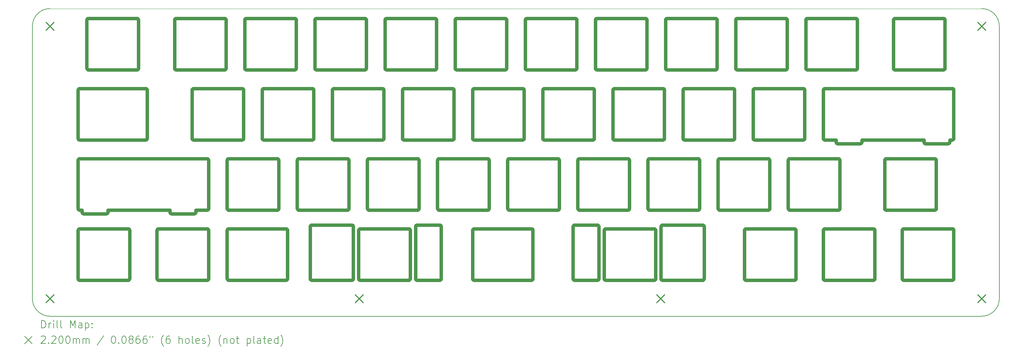
<source format=gbr>
%FSLAX45Y45*%
G04 Gerber Fmt 4.5, Leading zero omitted, Abs format (unit mm)*
G04 Created by KiCad (PCBNEW (6.0.0-0)) date 2022-04-10 14:44:27*
%MOMM*%
%LPD*%
G01*
G04 APERTURE LIST*
%TA.AperFunction,Profile*%
%ADD10C,0.944881*%
%TD*%
%TA.AperFunction,Profile*%
%ADD11C,0.100000*%
%TD*%
%TA.AperFunction,Profile*%
%ADD12C,0.150000*%
%TD*%
%ADD13C,0.200000*%
%ADD14C,0.220000*%
G04 APERTURE END LIST*
D10*
X13446309Y-6947745D02*
X13443868Y-6948048D01*
X13367707Y-8881136D02*
X13366610Y-8878955D01*
X20489794Y-6953390D02*
X20487614Y-6952294D01*
X11466531Y-8892700D02*
X11465993Y-8890312D01*
X3402163Y-8312042D02*
X3402930Y-8314359D01*
X20506438Y-8327247D02*
X20507849Y-8325240D01*
X19033375Y-14061530D02*
X19035792Y-14061952D01*
X26454730Y-10772144D02*
X26452933Y-10770435D01*
X16605575Y-14012500D02*
X16605575Y-14012500D01*
X4511877Y-8852500D02*
X3688127Y-8852500D01*
X20038492Y-10795312D02*
X20037839Y-10792958D01*
X26672042Y-8345339D02*
X26674359Y-8344572D01*
X21507312Y-10232247D02*
X21508824Y-10234188D01*
X16685997Y-6957311D02*
X16683990Y-6955900D01*
X3162846Y-10797700D02*
X3162425Y-10800116D01*
X13368695Y-10221634D02*
X13369573Y-10219358D01*
X7221325Y-12680812D02*
X7219813Y-12682753D01*
X13927501Y-12662500D02*
X13927501Y-12662500D01*
X21035896Y-8332855D02*
X21035896Y-8332855D01*
X22892705Y-10223864D02*
X22893693Y-10221634D01*
X9124813Y-12137247D02*
X9126325Y-12139188D01*
X12181814Y-14014979D02*
X12181876Y-14012500D01*
X4526419Y-12664661D02*
X4524064Y-12664008D01*
X17689662Y-10217042D02*
X17690429Y-10219358D01*
X9536046Y-8858390D02*
X9533865Y-8857294D01*
X24326251Y-6997500D02*
X24326251Y-6997500D01*
X11020549Y-12114883D02*
X11020971Y-12117300D01*
X20547162Y-12122041D02*
X20547929Y-12124358D01*
X6678546Y-10763390D02*
X6676366Y-10762294D01*
X5661104Y-12224358D02*
X5661982Y-12226634D01*
X22480867Y-10761306D02*
X22478637Y-10762294D01*
X9079159Y-6971829D02*
X9077851Y-6969760D01*
X20992500Y-8902500D02*
X20992500Y-8902500D01*
X13415896Y-8332855D02*
X13417692Y-8334565D01*
X20134760Y-14058694D02*
X20136990Y-14057706D01*
X8607074Y-12124358D02*
X8607840Y-12122041D01*
X10800188Y-12673823D02*
X10798317Y-12675435D01*
X18816234Y-12665428D02*
X18813917Y-12664661D01*
X26659980Y-8347438D02*
X26662443Y-8347255D01*
X22854884Y-10251952D02*
X22857300Y-10251530D01*
X19594661Y-10217042D02*
X19595428Y-10219358D01*
X10784037Y-14027042D02*
X10784804Y-14029359D01*
X24413867Y-10350339D02*
X24416184Y-10349572D01*
X7236457Y-10763390D02*
X7234330Y-10764593D01*
X24323322Y-6980641D02*
X24322444Y-6978366D01*
X19002988Y-14042247D02*
X19004500Y-14044188D01*
X4757385Y-8346952D02*
X4759802Y-8346530D01*
X26667301Y-8346530D02*
X26669688Y-8345992D01*
X20547162Y-10792958D02*
X20546509Y-10795312D01*
X23435642Y-10249572D02*
X23437958Y-10250339D01*
X15500981Y-12677145D02*
X15500981Y-12677145D01*
X3170277Y-8874760D02*
X3168970Y-8876829D01*
X25317313Y-8327247D02*
X25318825Y-8329188D01*
X18642929Y-12124358D02*
X18643807Y-12126634D01*
X11055460Y-12155338D02*
X11057814Y-12155992D01*
X11529392Y-6950428D02*
X11527117Y-6951306D01*
X25588241Y-12663048D02*
X25585824Y-12663470D01*
X3278977Y-12235240D02*
X3280388Y-12237247D01*
X26685240Y-6955900D02*
X26683171Y-6954593D01*
X23835355Y-12142855D02*
X23837065Y-12141058D01*
X17227692Y-6960435D02*
X17225895Y-6962145D01*
X13879662Y-12697958D02*
X13879009Y-12700313D01*
X21937907Y-12133171D02*
X21939110Y-12131044D01*
X23847839Y-12122041D02*
X23848493Y-12119687D01*
X9137261Y-10765900D02*
X9135255Y-10767311D01*
X20039756Y-12112442D02*
X20039939Y-12109979D01*
X18611250Y-8297500D02*
X18611250Y-8297500D01*
X14765793Y-6949661D02*
X14763439Y-6949008D01*
X4558949Y-14029359D02*
X4559716Y-14027042D01*
X12375676Y-14062500D02*
X12375676Y-14062500D01*
X4547232Y-12677145D02*
X4545436Y-12675435D01*
X18818509Y-12666306D02*
X18816234Y-12665428D01*
X10968991Y-8339099D02*
X10970998Y-8337689D01*
X19625641Y-10249572D02*
X19627958Y-10250339D01*
X20161819Y-14031634D02*
X20162698Y-14029359D01*
X17167855Y-8867144D02*
X17166059Y-8865435D01*
X17698825Y-8870812D02*
X17697313Y-8872753D01*
X18825046Y-12669593D02*
X18822920Y-12668390D01*
X3173200Y-8870812D02*
X3171688Y-8872753D01*
X11514563Y-6958823D02*
X11512692Y-6960435D01*
X26678865Y-8342706D02*
X26681045Y-8341610D01*
X20164656Y-14022300D02*
X20165078Y-14019883D01*
X25565878Y-14052689D02*
X25567885Y-14054099D01*
X26810470Y-10346610D02*
X26812596Y-10345407D01*
X20471192Y-8347255D02*
X20473634Y-8346952D01*
X17449375Y-14012500D02*
X17449437Y-14014979D01*
X23773654Y-10345407D02*
X23775781Y-10346610D01*
X3173200Y-10775812D02*
X3171688Y-10777753D01*
X8560002Y-12157500D02*
X8562481Y-12157438D01*
X26692855Y-8332855D02*
X26694565Y-8331059D01*
X16180000Y-10757500D02*
X16180000Y-10757500D01*
X24795406Y-14038171D02*
X24796609Y-14036045D01*
X18131194Y-10788366D02*
X18130205Y-10786136D01*
X18666456Y-10763390D02*
X18664329Y-10764593D01*
X5038065Y-10204979D02*
X5038127Y-10202500D01*
X10503678Y-10775812D02*
X10502066Y-10773941D01*
X15277440Y-8900021D02*
X15277256Y-8897558D01*
X18640000Y-12107500D02*
X18640000Y-12107500D01*
X26945077Y-8895116D02*
X26944655Y-8892700D01*
X25545625Y-14012500D02*
X25545625Y-14012500D01*
X15484760Y-14058694D02*
X15486990Y-14057706D01*
X10070429Y-10219358D02*
X10071307Y-10221634D01*
X12012701Y-8853469D02*
X12010313Y-8854008D01*
D11*
X27707501Y-6685000D02*
X2400001Y-6685000D01*
D10*
X16229030Y-12117300D02*
X16229452Y-12114883D01*
X7257522Y-12662561D02*
X7255060Y-12662745D01*
X26923364Y-12670901D02*
X26921295Y-12669593D01*
X26707439Y-8299979D02*
X26707501Y-8297500D01*
X10509111Y-10783955D02*
X10507908Y-10781829D01*
X21068771Y-6947561D02*
X21066308Y-6947745D01*
X11985436Y-8868941D02*
X11983824Y-8870812D01*
X12960459Y-12155338D02*
X12962813Y-12155992D01*
X23825672Y-12150407D02*
X23827740Y-12149099D01*
X9595057Y-8316634D02*
X9596045Y-8318864D01*
X19077689Y-10232247D02*
X19079100Y-10230240D01*
X13879662Y-14027042D02*
X13880429Y-14029359D01*
X20120568Y-12562745D02*
X20118105Y-12562561D01*
X10507908Y-10781829D02*
X10506600Y-10779760D01*
X6674136Y-14058694D02*
X6676366Y-14057706D01*
X20981176Y-8870812D02*
X20979564Y-8868941D01*
X24297615Y-8342706D02*
X24299795Y-8341610D01*
X10607210Y-14058694D02*
X10609440Y-14057706D01*
X25347700Y-8346530D02*
X25350117Y-8346952D01*
X22644730Y-12677145D02*
X22644730Y-12677145D01*
X8567385Y-12156952D02*
X8569802Y-12156530D01*
X22927759Y-8309687D02*
X22928412Y-8312042D01*
X3970577Y-12207500D02*
X3970577Y-12157500D01*
X25350117Y-8346952D02*
X25352558Y-8347255D01*
X22420280Y-6987700D02*
X22419742Y-6985312D01*
X16228491Y-12119687D02*
X16229030Y-12117300D01*
X7152615Y-8342706D02*
X7154796Y-8341610D01*
X3199689Y-10250992D02*
X3202077Y-10251530D01*
X22497521Y-10757561D02*
X22495059Y-10757744D01*
X3202077Y-12156530D02*
X3204493Y-12156952D01*
X11452857Y-8867144D02*
X11451060Y-8865435D01*
X7179090Y-8312042D02*
X7179743Y-8309687D01*
X21259924Y-14019883D02*
X21260346Y-14022300D01*
X7169928Y-6965812D02*
X7168316Y-6963941D01*
X6339864Y-12246177D02*
X6341735Y-12244565D01*
X16743401Y-10779760D02*
X16742094Y-10781829D01*
X19071059Y-8865435D02*
X19069188Y-8863823D01*
X16737161Y-12122041D02*
X16737928Y-12124358D01*
X9129646Y-12142855D02*
X9129646Y-12142855D01*
X7245460Y-10759661D02*
X7243143Y-10760428D01*
X5314813Y-14042247D02*
X5316325Y-14044188D01*
X19123344Y-6971829D02*
X19122141Y-6973955D01*
X22418322Y-8314359D02*
X22419089Y-8312042D01*
X10831876Y-14062500D02*
X10831876Y-14062500D01*
X25079187Y-10777753D02*
X25077776Y-10779760D01*
X17211494Y-6992558D02*
X17211311Y-6995020D01*
X3162425Y-14019883D02*
X3162846Y-14022300D01*
X15784009Y-10214687D02*
X15784663Y-10217042D01*
X16201364Y-12152706D02*
X16203544Y-12151609D01*
X7171440Y-8327247D02*
X7172851Y-8325240D01*
X21941194Y-10788366D02*
X21940206Y-10786136D01*
X20501605Y-6962145D02*
X20501605Y-6962145D01*
X11031325Y-10775812D02*
X11029813Y-10777753D01*
X19592500Y-10202500D02*
X19592500Y-10202500D01*
X12896190Y-6995020D02*
X12896006Y-6992558D01*
X12937936Y-12141058D02*
X12939645Y-12142855D01*
X18602848Y-6969760D02*
X18601438Y-6967753D01*
X18849375Y-14012500D02*
X18849375Y-12712500D01*
X22939186Y-6963941D02*
X22937575Y-6965812D01*
X13878471Y-10212300D02*
X13879009Y-10214687D01*
X11449189Y-10241177D02*
X11451060Y-10239565D01*
X21301992Y-14061952D02*
X21304434Y-14062255D01*
X21269188Y-14042247D02*
X21270700Y-14044188D01*
X13895813Y-8863823D02*
X13893942Y-8865435D01*
X23424761Y-8860900D02*
X23422754Y-8862311D01*
X8847882Y-14017442D02*
X8848065Y-14014979D01*
X10112559Y-10252255D02*
X10115022Y-10252438D01*
X16687938Y-6958823D02*
X16685997Y-6957311D01*
X14800282Y-6987700D02*
X14799743Y-6985312D01*
X18834730Y-14047855D02*
X18836440Y-14046059D01*
X22944563Y-8336177D02*
X22946504Y-8337689D01*
X5037579Y-8895116D02*
X5037157Y-8892700D01*
X7724064Y-6949008D02*
X7721710Y-6949661D01*
X19635116Y-10251952D02*
X19637558Y-10252255D01*
X7210549Y-10800116D02*
X7210246Y-10802558D01*
X3163385Y-14024688D02*
X3164038Y-14027042D01*
X18822920Y-14056610D02*
X18825046Y-14055407D01*
X10810512Y-14057706D02*
X10812742Y-14058694D01*
X20037839Y-10792958D02*
X20037072Y-10790641D01*
X20977854Y-8867144D02*
X20976058Y-8865435D01*
X3164805Y-8885641D02*
X3164038Y-8887958D01*
X15782501Y-10202500D02*
X15782563Y-10204979D01*
X6259009Y-8890312D02*
X6258471Y-8892700D01*
X14854330Y-10764593D02*
X14852261Y-10765900D01*
X11499179Y-6980641D02*
X11498412Y-6982958D01*
X17450345Y-12702700D02*
X17449923Y-12705117D01*
X9143637Y-10762294D02*
X9141457Y-10763390D01*
X21283705Y-14055407D02*
X21285832Y-14056610D01*
X3299213Y-12252706D02*
X3301443Y-12253694D01*
X24798694Y-12693366D02*
X24797706Y-12691136D01*
X3161877Y-12107500D02*
X3161938Y-12109979D01*
X17144688Y-8854008D02*
X17142301Y-8853469D01*
X11457690Y-10232247D02*
X11459100Y-10230240D01*
X10630983Y-14038171D02*
X10632186Y-14036045D01*
X14275001Y-10757500D02*
X14275001Y-10757500D01*
X11975429Y-8885641D02*
X11974662Y-8887958D01*
X24799572Y-12695641D02*
X24798694Y-12693366D01*
X19643176Y-14062500D02*
X20115626Y-14062500D01*
X21281636Y-12670901D02*
X21279629Y-12672311D01*
X13322501Y-10252500D02*
X13322501Y-10252500D01*
X3171688Y-8872753D02*
X3170277Y-8874760D01*
X25550419Y-14033864D02*
X25551516Y-14036045D01*
X26945563Y-12710021D02*
X26945380Y-12707558D01*
X19002988Y-12582753D02*
X19001577Y-12584760D01*
X13922559Y-8852745D02*
X13920118Y-8853048D01*
X3176521Y-10772144D02*
X3176521Y-10772144D01*
X3292837Y-12249099D02*
X3294906Y-12250407D01*
X10502066Y-10773941D02*
X10500356Y-10772144D01*
X20961634Y-8856306D02*
X20959358Y-8855428D01*
X20585200Y-10758469D02*
X20582813Y-10759008D01*
X16739795Y-12128864D02*
X16740891Y-12131044D01*
X16703323Y-6980641D02*
X16702444Y-6978366D01*
X9472719Y-14038171D02*
X9474027Y-14040240D01*
X26912483Y-10249572D02*
X26914759Y-10248694D01*
X18594808Y-8334565D02*
X18596604Y-8332855D01*
X6267313Y-8872753D02*
X6265902Y-8874760D01*
X26942696Y-8885641D02*
X26941818Y-8883366D01*
X11972745Y-10207442D02*
X11973049Y-10209883D01*
X26919169Y-8858390D02*
X26916989Y-8857294D01*
X17475831Y-12668390D02*
X17473704Y-12669593D01*
X22476457Y-10763390D02*
X22474330Y-10764593D01*
X24431012Y-10341177D02*
X24432883Y-10339565D01*
X12159616Y-12670901D02*
X12157547Y-12669593D01*
X7230254Y-12147689D02*
X7232261Y-12149099D01*
X3416443Y-6960435D02*
X3414646Y-6962145D01*
X16735061Y-12109979D02*
X16735245Y-12112442D01*
X7224646Y-14047855D02*
X7224646Y-14047855D01*
X6257501Y-10202500D02*
X6257501Y-10202500D01*
X12927162Y-12122041D02*
X12927929Y-12124358D01*
X6259663Y-8887958D02*
X6259009Y-8890312D01*
X18590996Y-6957311D02*
X18588989Y-6955900D01*
X26941818Y-12693366D02*
X26940830Y-12691136D01*
X12945254Y-10767311D02*
X12943313Y-10768823D01*
X6705002Y-12107500D02*
X6705002Y-10807500D01*
X9560340Y-8887958D02*
X9559573Y-8885641D01*
X9472719Y-12586829D02*
X9471517Y-12588956D01*
X11973049Y-8895116D02*
X11972745Y-8897558D01*
X24752500Y-12662500D02*
X23452500Y-12662500D01*
X26458051Y-10775812D02*
X26456439Y-10773941D01*
X9133314Y-10768823D02*
X9131443Y-10770435D01*
X18845569Y-14031634D02*
X18846447Y-14029359D01*
X9611504Y-6957311D02*
X9609563Y-6958823D01*
X5788345Y-8323171D02*
X5789652Y-8325240D01*
X6295314Y-8854008D02*
X6292960Y-8854661D01*
X18134030Y-12117300D02*
X18134452Y-12114883D01*
X4797074Y-8314359D02*
X4797840Y-8312042D01*
X22483142Y-10760428D02*
X22480867Y-10761306D01*
X11027095Y-12133171D02*
X11028402Y-12135240D01*
X15324563Y-6958823D02*
X15322692Y-6960435D01*
X5708176Y-12257500D02*
X5708176Y-12257500D01*
X11050867Y-12153694D02*
X11053143Y-12154572D01*
X24399325Y-10352500D02*
X24401804Y-10352438D01*
X3170277Y-10230240D02*
X3171688Y-10232247D01*
X26703694Y-8316634D02*
X26704572Y-8314359D01*
X13370339Y-8887958D02*
X13369573Y-8885641D01*
X10465001Y-10757500D02*
X10465001Y-10757500D01*
X20040000Y-12107500D02*
X20040000Y-10807500D01*
X22655569Y-12693366D02*
X22654581Y-12691136D01*
X14795361Y-6973955D02*
X14794158Y-6971829D01*
X7133731Y-6947561D02*
X7131251Y-6947500D01*
X8205118Y-8853048D02*
X8202701Y-8853469D01*
X12391366Y-10762294D02*
X12389136Y-10761306D01*
X21943492Y-10795312D02*
X21942839Y-10792958D01*
X10505190Y-12137247D02*
X10506600Y-12135240D01*
X13908367Y-8856306D02*
X13906137Y-8857294D01*
X18608321Y-6980641D02*
X18607443Y-6978366D01*
X15489170Y-14056610D02*
X15491297Y-14055407D01*
X24771634Y-14058694D02*
X24773864Y-14057706D01*
X4791601Y-8325240D02*
X4792909Y-8323171D01*
X20987705Y-8881136D02*
X20986609Y-8878955D01*
X26799113Y-10350992D02*
X26801467Y-10350339D01*
X14839812Y-10777753D02*
X14838402Y-10779760D01*
X15820314Y-8854008D02*
X15817960Y-8854661D01*
X17139884Y-10251952D02*
X17142301Y-10251530D01*
X20123010Y-14061952D02*
X20125426Y-14061530D01*
X18682617Y-10758048D02*
X18680200Y-10758469D01*
X25336136Y-6952294D02*
X25333956Y-6953390D01*
X8609940Y-12109979D02*
X8610002Y-12107500D01*
X10974810Y-6960435D02*
X10972939Y-6958823D01*
X25547133Y-12700313D02*
X25546594Y-12702700D01*
X20985406Y-10228171D02*
X20986609Y-10226044D01*
X26938531Y-10228171D02*
X26939734Y-10226044D01*
X4754944Y-8347255D02*
X4757385Y-8346952D01*
X11500057Y-8316634D02*
X11501045Y-8318864D01*
X20992500Y-10202500D02*
X20992500Y-8902500D01*
X11070001Y-10757500D02*
X11070001Y-10757500D01*
X13915313Y-14060992D02*
X13917701Y-14061530D01*
X3411325Y-8329188D02*
X3412937Y-8331059D01*
X20165564Y-14014979D02*
X20165626Y-14012500D01*
X23442700Y-14061530D02*
X23445117Y-14061952D01*
X15237301Y-8853469D02*
X15234884Y-8853048D01*
X12407066Y-12141058D02*
X12408678Y-12139188D01*
X22889099Y-10230240D02*
X22890406Y-10228171D01*
X6262296Y-10223864D02*
X6263392Y-10226044D01*
X9496492Y-14058694D02*
X9498768Y-14059572D01*
X21290242Y-14058694D02*
X21292517Y-14059572D01*
X9641251Y-6947500D02*
X9638771Y-6947561D01*
X20516005Y-6992558D02*
X20515702Y-6990116D01*
X14322073Y-12124358D02*
X14322840Y-12122041D01*
X16736508Y-10795312D02*
X16735970Y-10797700D01*
X18993176Y-12612500D02*
X18993176Y-14012500D01*
X12361134Y-12564661D02*
X12358817Y-12565428D01*
X11510896Y-8332855D02*
X11512692Y-8334565D01*
X10784804Y-12695641D02*
X10784037Y-12697958D01*
X13411063Y-6967753D02*
X13409652Y-6969760D01*
X23751486Y-10317042D02*
X23752253Y-10319358D01*
X12373197Y-12562561D02*
X12370734Y-12562745D01*
X24290792Y-6949661D02*
X24288438Y-6949008D01*
X8845199Y-12695641D02*
X8844320Y-12693366D01*
X5034321Y-10221634D02*
X5035199Y-10219358D01*
X17305330Y-14017442D02*
X17305514Y-14014979D01*
X7250201Y-12663470D02*
X7247814Y-12664008D01*
X3162846Y-8892700D02*
X3162425Y-8895116D01*
X12925246Y-10802558D02*
X12925062Y-10805020D01*
X15788392Y-10226044D02*
X15789594Y-10228171D01*
X4548942Y-14046059D02*
X4550554Y-14044188D01*
X9465626Y-12612500D02*
X9465626Y-12612500D01*
X16622017Y-12575435D02*
X16620220Y-12577145D01*
X15275340Y-10217042D02*
X15275993Y-10214687D01*
X18118558Y-10770435D02*
X18116687Y-10768823D01*
X23452500Y-14062500D02*
X23452500Y-14062500D01*
X10991251Y-6997500D02*
X10991251Y-6997500D01*
X10500356Y-10772144D02*
X10498560Y-10770435D01*
X15309179Y-8314359D02*
X15310057Y-8316634D01*
X9482068Y-12575435D02*
X9480271Y-12577145D01*
X3970577Y-12207500D02*
X3970577Y-12207500D01*
X7650408Y-10228171D02*
X7651611Y-10226044D01*
X9465626Y-12612500D02*
X9465626Y-14012500D01*
X15505815Y-14042247D02*
X15507225Y-14040240D01*
X6307501Y-8852500D02*
X6305022Y-8852561D01*
X4750002Y-6947500D02*
X3450002Y-6947500D01*
X18110671Y-10764593D02*
X18108544Y-10763390D01*
D12*
X2400001Y-15041250D02*
X27707501Y-15041250D01*
D10*
X18839563Y-14042247D02*
X18840974Y-14040240D01*
X18566192Y-6947745D02*
X18563729Y-6947561D01*
X12420001Y-12107500D02*
X12420001Y-12107500D01*
X10513493Y-12119687D02*
X10514031Y-12117300D01*
X23442700Y-10251530D02*
X23445117Y-10251952D01*
X3450002Y-6947500D02*
X3447522Y-6947561D01*
X9084744Y-8309687D02*
X9085282Y-8307300D01*
X6704940Y-12109979D02*
X6705002Y-12107500D01*
X3418314Y-6958823D02*
X3416443Y-6960435D01*
X13402221Y-6987700D02*
X13401799Y-6990116D01*
X23415436Y-10236059D02*
X23417146Y-10237855D01*
X22973771Y-6947561D02*
X22971308Y-6947745D01*
X18130205Y-12128864D02*
X18131194Y-12126634D01*
X18596604Y-8332855D02*
X18598314Y-8331059D01*
X26944116Y-12700313D02*
X26943463Y-12697958D01*
X18996982Y-14031634D02*
X18997970Y-14033864D01*
X9489955Y-14055407D02*
X9492082Y-14056610D01*
X8162501Y-8902500D02*
X8162501Y-10202500D01*
X22926312Y-6995020D02*
X22926251Y-6997500D01*
X16706251Y-8297500D02*
X16706251Y-8297500D01*
X10784037Y-12697958D02*
X10783384Y-12700313D01*
X24434679Y-10337855D02*
X24434679Y-10337855D01*
X7619689Y-10250992D02*
X7622043Y-10250339D01*
X23757726Y-10330240D02*
X23759137Y-10332247D01*
X26939734Y-14036045D02*
X26940830Y-14033864D01*
X26142817Y-10326044D02*
X26144019Y-10328171D01*
X15312141Y-8321044D02*
X15313344Y-8323171D01*
X4164377Y-12157500D02*
X4164377Y-12157500D01*
X4794111Y-8321044D02*
X4795208Y-8318864D01*
X9466174Y-14019883D02*
X9466596Y-14022300D01*
X15786307Y-10221634D02*
X15787295Y-10223864D01*
X12148734Y-14059572D02*
X12151010Y-14058694D01*
X3209397Y-14062439D02*
X3211877Y-14062500D01*
X10991006Y-8302442D02*
X10991189Y-8299979D01*
X25310429Y-8314359D02*
X25311307Y-8316634D01*
X15783049Y-10209883D02*
X15783471Y-10212300D01*
X9077851Y-6969760D02*
X9076440Y-6967753D01*
X22421250Y-8297500D02*
X22421250Y-8297500D01*
X15264566Y-8868941D02*
X15262856Y-8867144D01*
X21047706Y-8341610D02*
X21049886Y-8342706D01*
X10806204Y-14055407D02*
X10808331Y-14056610D01*
X25093704Y-10764593D02*
X25091635Y-10765900D01*
X15808957Y-10246610D02*
X15811137Y-10247706D01*
X6307501Y-10252500D02*
X6307501Y-10252500D01*
X13927501Y-10252500D02*
X15227501Y-10252500D01*
X12403560Y-10770435D02*
X12401689Y-10768823D01*
X22891609Y-10226044D02*
X22892705Y-10223864D01*
X19000269Y-14038171D02*
X19001577Y-14040240D01*
X10067501Y-10202500D02*
X10067563Y-10204979D01*
X10073392Y-8878955D02*
X10072295Y-8881136D01*
X8197960Y-8854661D02*
X8195643Y-8855428D01*
X14165626Y-12662500D02*
X14165626Y-12662500D01*
X20989571Y-10219358D02*
X20990338Y-10217042D01*
X21924747Y-12147689D02*
X21926688Y-12146177D01*
X26836926Y-10252500D02*
X26895625Y-10252500D01*
X9562501Y-8902500D02*
X9562439Y-8900021D01*
X13915313Y-10250992D02*
X13917701Y-10251530D01*
X9117929Y-12124358D02*
X9118807Y-12126634D01*
X10941251Y-6947500D02*
X9641251Y-6947500D01*
X8595357Y-10772144D02*
X8595357Y-10772144D01*
X6273943Y-8865435D02*
X6272146Y-8867144D01*
X9624392Y-6950428D02*
X9622117Y-6951306D01*
X4771366Y-6952294D02*
X4769136Y-6951306D01*
X11497221Y-8307300D02*
X11497759Y-8309687D01*
X11496251Y-6997500D02*
X11496251Y-8297500D01*
X19614760Y-10244099D02*
X19616829Y-10245407D01*
X10979928Y-6965812D02*
X10978316Y-6963941D01*
X21930355Y-12142855D02*
X21930355Y-12142855D01*
X6290643Y-8855428D02*
X6288367Y-8856306D01*
X17297174Y-12584760D02*
X17295763Y-12582753D01*
X20491921Y-8340407D02*
X20493990Y-8339099D01*
X5684632Y-12251609D02*
X5686812Y-12252706D01*
X23402745Y-12707558D02*
X23402562Y-12710021D01*
X15330580Y-6954593D02*
X15328511Y-6955900D01*
X3435460Y-6949661D02*
X3433143Y-6950428D01*
X18848827Y-14019883D02*
X18849131Y-14017442D01*
X20990338Y-10217042D02*
X20990992Y-10214687D01*
X24286051Y-6948469D02*
X24283634Y-6948048D01*
X8164009Y-8890312D02*
X8163471Y-8892700D01*
X26836926Y-10252500D02*
X26836926Y-10252500D01*
X7639189Y-8863823D02*
X7637248Y-8862311D01*
X9515626Y-12562500D02*
X9513147Y-12562561D01*
X15255241Y-8860900D02*
X15253172Y-8859593D01*
X7728868Y-6948048D02*
X7726452Y-6948469D01*
X11509186Y-6963941D02*
X11507574Y-6965812D01*
X18673142Y-10760428D02*
X18670866Y-10761306D01*
X6702074Y-12695641D02*
X6701196Y-12693366D01*
X22472261Y-12149099D02*
X22474330Y-12150407D01*
X17225895Y-8332855D02*
X17227692Y-8334565D01*
X15825118Y-8853048D02*
X15822701Y-8853469D01*
X18995337Y-14027042D02*
X18996104Y-14029359D01*
X19166250Y-8347500D02*
X20466250Y-8347500D01*
X18571050Y-8346530D02*
X18573437Y-8345992D01*
X4766860Y-6950428D02*
X4764543Y-6949661D01*
X6690357Y-10772144D02*
X6690357Y-10772144D01*
X10506600Y-10779760D02*
X10505190Y-10777753D01*
X17239886Y-6952294D02*
X17237705Y-6953390D01*
X21545021Y-10252438D02*
X21547500Y-10252500D01*
X14830971Y-12117300D02*
X14831509Y-12119687D01*
X26900567Y-10252255D02*
X26903008Y-10251952D01*
X7243143Y-12665428D02*
X7240867Y-12666306D01*
X17142301Y-8853469D02*
X17139884Y-8853048D01*
X4547232Y-14047855D02*
X4547232Y-14047855D01*
X11998956Y-10246610D02*
X12001136Y-10247706D01*
X26433917Y-12155338D02*
X26436234Y-12154572D01*
X26828524Y-10330240D02*
X26829832Y-10328171D01*
X19037501Y-10252500D02*
X19039980Y-10252438D01*
X15792313Y-8872753D02*
X15790902Y-8874760D01*
X5305246Y-12707558D02*
X5305063Y-12710021D01*
X13361177Y-10234188D02*
X13362689Y-10232247D01*
X25109575Y-10758469D02*
X25107187Y-10759008D01*
X5035199Y-8885641D02*
X5034321Y-8883366D01*
X11046457Y-10763390D02*
X11044330Y-10764593D01*
X5345202Y-14061530D02*
X5347618Y-14061952D01*
X8162501Y-10202500D02*
X8162563Y-10204979D01*
X4757385Y-6948048D02*
X4754944Y-6947745D01*
X24786058Y-14049565D02*
X24787855Y-14047855D01*
X26916989Y-12667294D02*
X26914759Y-12666306D01*
X25547133Y-14024688D02*
X25547786Y-14027042D01*
X10638076Y-14012500D02*
X10638076Y-12612500D01*
X17305514Y-12610021D02*
X17305330Y-12607558D01*
X8819490Y-12667294D02*
X8817260Y-12666306D01*
X20115626Y-14062500D02*
X20118105Y-14062439D01*
X11036443Y-10770435D02*
X11034646Y-10772144D01*
X10637832Y-14017442D02*
X10638015Y-14014979D01*
X20550892Y-12131044D02*
X20552094Y-12133171D01*
X21513942Y-10239565D02*
X21515813Y-10241177D01*
X6260429Y-10219358D02*
X6261307Y-10221634D01*
X17175407Y-10228171D02*
X17176610Y-10226044D01*
X12865385Y-6951306D02*
X12863110Y-6950428D01*
X10481860Y-10760428D02*
X10479543Y-10759661D01*
X13427707Y-6953390D02*
X13425580Y-6954593D01*
X25549431Y-12693366D02*
X25548553Y-12695641D01*
X15830022Y-10252438D02*
X15832501Y-10252500D01*
X21902384Y-10758048D02*
X21899943Y-10757744D01*
X19594008Y-10214687D02*
X19594661Y-10217042D01*
X10514453Y-12114883D02*
X10514756Y-12112442D01*
X3165683Y-14031634D02*
X3166671Y-14033864D01*
X18651324Y-10775812D02*
X18649812Y-10777753D01*
X20019747Y-12147689D02*
X20021688Y-12146177D01*
X14832162Y-10792958D02*
X14831509Y-10795312D01*
X25585824Y-12663470D02*
X25583437Y-12664008D01*
X22948511Y-8339099D02*
X22950580Y-8340407D01*
X3409813Y-6967753D02*
X3408402Y-6969760D01*
X11988942Y-10239565D02*
X11990813Y-10241177D01*
X15465626Y-12662500D02*
X15465626Y-12662500D01*
X10607210Y-12566306D02*
X10604935Y-12565428D01*
X23413824Y-8870812D02*
X23412312Y-8872753D01*
X9115971Y-12117300D02*
X9116509Y-12119687D01*
X16658730Y-8347438D02*
X16661193Y-8347255D01*
X12347936Y-14054099D02*
X12350005Y-14055407D01*
X14786607Y-6962145D02*
X14786607Y-6962145D01*
X10087754Y-8862311D02*
X10085813Y-8863823D01*
X21918545Y-10763390D02*
X21916365Y-10762294D01*
X26419375Y-10757500D02*
X25119375Y-10757500D01*
X25069375Y-10807500D02*
X25069375Y-12107500D01*
X9636309Y-6947745D02*
X9633867Y-6948048D01*
X17244391Y-8344572D02*
X17246708Y-8345339D01*
X9517443Y-10252255D02*
X9519885Y-10251952D01*
X12157547Y-12669593D02*
X12155420Y-12668390D01*
X23789525Y-10351530D02*
X23791941Y-10351952D01*
X22875240Y-8860900D02*
X22873171Y-8859593D01*
X8805510Y-14061952D02*
X8807926Y-14061530D01*
X13350241Y-8860900D02*
X13348172Y-8859593D01*
X13906137Y-8857294D02*
X13903956Y-8858390D01*
X14844646Y-12142855D02*
X14844646Y-12142855D01*
X12992535Y-14059572D02*
X12994810Y-14058694D01*
X15306799Y-8304883D02*
X15307220Y-8307300D01*
X18610702Y-8304883D02*
X18611005Y-8302442D01*
X21928559Y-12144565D02*
X21930355Y-12142855D01*
X26463484Y-10783955D02*
X26462281Y-10781829D01*
X7145793Y-6949661D02*
X7143439Y-6949008D01*
X15320895Y-8332855D02*
X15320895Y-8332855D01*
X7232261Y-12670901D02*
X7230254Y-12672311D01*
X16650633Y-14062255D02*
X16653095Y-14062439D01*
X10477189Y-10759008D02*
X10474801Y-10758469D01*
X15499185Y-14049565D02*
X15500981Y-14047855D01*
X17249062Y-6949008D02*
X17246708Y-6949661D01*
X11053143Y-12154572D02*
X11055460Y-12155338D01*
X13414186Y-8331059D02*
X13415896Y-8332855D01*
X20485384Y-6951306D02*
X20483109Y-6950428D01*
X16229452Y-12114883D02*
X16229755Y-12112442D01*
X17693392Y-8878955D02*
X17692296Y-8881136D01*
X6688560Y-14049565D02*
X6690357Y-14047855D01*
X9086190Y-6995020D02*
X9086007Y-6992558D01*
X13354189Y-10241177D02*
X13356059Y-10239565D01*
X19161308Y-6947745D02*
X19158866Y-6948048D01*
X17279119Y-12568390D02*
X17276939Y-12567294D01*
X16608503Y-12595641D02*
X16607736Y-12597958D01*
X22452929Y-12124358D02*
X22453807Y-12126634D01*
X13357856Y-8867144D02*
X13356059Y-8865435D01*
X24440924Y-10330240D02*
X24442231Y-10328171D01*
X8841033Y-12686829D02*
X8839726Y-12684760D01*
X20987705Y-10223864D02*
X20988693Y-10221634D01*
X22614318Y-12662745D02*
X22611855Y-12662561D01*
X5786046Y-8318864D02*
X5787142Y-8321044D01*
X11992754Y-8862311D02*
X11990813Y-8863823D01*
X3166671Y-14033864D02*
X3167767Y-14036045D01*
X9529360Y-10249572D02*
X9531635Y-10248694D01*
X9480271Y-12577145D02*
X9478561Y-12578941D01*
X20037072Y-12124358D02*
X20037839Y-12122041D01*
X24319157Y-6971829D02*
X24317849Y-6969760D01*
X9529360Y-8855428D02*
X9527043Y-8854661D01*
X5708176Y-10757500D02*
X5464377Y-10757500D01*
X21941194Y-12126634D02*
X21942072Y-12124358D01*
X12175985Y-12688956D02*
X12174783Y-12686829D01*
X26938531Y-14038171D02*
X26939734Y-14036045D01*
X17449620Y-14017442D02*
X17449923Y-14019883D01*
X6705002Y-12712500D02*
X6704940Y-12710021D01*
X21032574Y-6965812D02*
X21031062Y-6967753D01*
X10096137Y-8857294D02*
X10093957Y-8858390D01*
X7150385Y-8343694D02*
X7152615Y-8342706D01*
X18120355Y-12142855D02*
X18122064Y-12141058D01*
X25307501Y-6997500D02*
X25307501Y-6997500D01*
X7690057Y-6978366D02*
X7689179Y-6980641D01*
X8598678Y-10775812D02*
X8597067Y-10773941D01*
X16772812Y-10759008D02*
X16770458Y-10759661D01*
X25549431Y-14031634D02*
X25550419Y-14033864D01*
X17499375Y-14062500D02*
X18799375Y-14062500D01*
X13885902Y-12684760D02*
X13884594Y-12686829D01*
X14880001Y-12157500D02*
X14880001Y-12157500D01*
X26905425Y-14061530D02*
X26907812Y-14060992D01*
X8591689Y-10768823D02*
X8589748Y-10767311D01*
X25309009Y-8309687D02*
X25309662Y-8312042D01*
X25111991Y-10758048D02*
X25109575Y-10758469D01*
X17290930Y-12577145D02*
X17290930Y-12577145D01*
X24420689Y-10347706D02*
X24422869Y-10346610D01*
X3199689Y-12664008D02*
X3197335Y-12664661D01*
X10812742Y-14058694D02*
X10815017Y-14059572D01*
X5792575Y-6965812D02*
X5791063Y-6967753D01*
X5807707Y-6953390D02*
X5805580Y-6954593D01*
X22656448Y-12695641D02*
X22655569Y-12693366D01*
X14794158Y-8323171D02*
X14795361Y-8321044D01*
X23408391Y-10226044D02*
X23409594Y-10228171D01*
X21063867Y-6948048D02*
X21061450Y-6948469D01*
X17137443Y-10252255D02*
X17139884Y-10251952D01*
X9988076Y-12562500D02*
X9515626Y-12562500D01*
X23750833Y-10314687D02*
X23751486Y-10317042D01*
X20979564Y-8868941D02*
X20977854Y-8867144D01*
X24299795Y-6953390D02*
X24297615Y-6952294D01*
X6684748Y-10767311D02*
X6682742Y-10765900D01*
X19082706Y-10223864D02*
X19083694Y-10221634D01*
X18586921Y-8340407D02*
X18588989Y-8339099D01*
X4773546Y-8341610D02*
X4775673Y-8340407D01*
X22383438Y-8345992D02*
X22385792Y-8345339D01*
X13903956Y-12668390D02*
X13901830Y-12669593D01*
X16749645Y-12142855D02*
X16751442Y-12144565D01*
X9592759Y-6985312D02*
X9592220Y-6987700D01*
X25119375Y-12157500D02*
X25119375Y-12157500D01*
X22400997Y-8337689D02*
X22402938Y-8336177D01*
X16765866Y-10761306D02*
X16763636Y-10762294D01*
X17480241Y-14058694D02*
X17482517Y-14059572D01*
X5325255Y-14052689D02*
X5327262Y-14054099D01*
X10068471Y-8892700D02*
X10068049Y-8895116D01*
X6290643Y-10249572D02*
X6292960Y-10250339D01*
X18611188Y-6995020D02*
X18611005Y-6992558D01*
X8841033Y-14038171D02*
X8842236Y-14036045D01*
X15259189Y-10241177D02*
X15261060Y-10239565D01*
X3170277Y-12684760D02*
X3168970Y-12686829D01*
X17166059Y-8865435D02*
X17164188Y-8863823D01*
X10990281Y-6987700D02*
X10989743Y-6985312D01*
X26898104Y-10252438D02*
X26900567Y-10252255D01*
X13352248Y-10242689D02*
X13354189Y-10241177D01*
X23407295Y-14033864D02*
X23408391Y-14036045D01*
X7686799Y-6990116D02*
X7686496Y-6992558D01*
X13895813Y-12673823D02*
X13893942Y-12675435D01*
X12962813Y-12155992D02*
X12965201Y-12156530D01*
X3281900Y-12239188D02*
X3283512Y-12241058D01*
X7217094Y-12133171D02*
X7218402Y-12135240D01*
X5658176Y-12157500D02*
X5658176Y-12157500D01*
X16207739Y-10765900D02*
X16205670Y-10764593D01*
X22654581Y-12691136D02*
X22653485Y-12688956D01*
X17709761Y-8860900D02*
X17707754Y-8862311D01*
X11452857Y-10237855D02*
X11454566Y-10236059D01*
X16691605Y-8332855D02*
X16693315Y-8331059D01*
X20992500Y-8902500D02*
X20992438Y-8900021D01*
X12377385Y-10758048D02*
X12374943Y-10757744D01*
X25318825Y-8329188D02*
X25320436Y-8331059D01*
X15491297Y-14055407D02*
X15493366Y-14054099D01*
X17299684Y-12588956D02*
X17298481Y-12586829D01*
X21260346Y-14022300D02*
X21260884Y-14024688D01*
X6678546Y-12668390D02*
X6676366Y-12667294D01*
X7160998Y-6957311D02*
X7158991Y-6955900D01*
X26469313Y-12109979D02*
X26469375Y-12107500D01*
X8833482Y-14047855D02*
X8835192Y-14046059D01*
X10074594Y-8876829D02*
X10073392Y-8878955D01*
X9505826Y-12563470D02*
X9503439Y-12564008D01*
X4797840Y-8312042D02*
X4798494Y-8309687D01*
X22847500Y-10252500D02*
X22847500Y-10252500D01*
X5785058Y-8316634D02*
X5786046Y-8318864D01*
X17487188Y-12664008D02*
X17484833Y-12664661D01*
X12017559Y-10252255D02*
X12020021Y-10252438D01*
X8845965Y-14027042D02*
X8846618Y-14024688D01*
X10962615Y-6952294D02*
X10960385Y-6951306D01*
X19147116Y-6951306D02*
X19144886Y-6952294D01*
X16785000Y-12157500D02*
X16785000Y-12157500D01*
X24794099Y-12684760D02*
X24792688Y-12682753D01*
X20165626Y-12612500D02*
X20165564Y-12610021D01*
X20480792Y-8345339D02*
X20483109Y-8344572D01*
X4781690Y-6958823D02*
X4779749Y-6957311D01*
X12144063Y-12664008D02*
X12141676Y-12663470D01*
X9551178Y-10234188D02*
X9552690Y-10232247D01*
X14858637Y-12152706D02*
X14860867Y-12153694D01*
X10098367Y-10248694D02*
X10100643Y-10249572D01*
X21502295Y-8881136D02*
X21501307Y-8883366D01*
X22976251Y-6947500D02*
X22976251Y-6947500D01*
X9116509Y-10795312D02*
X9115971Y-10797700D01*
X13892146Y-8867144D02*
X13890436Y-8868941D01*
X9065999Y-6957311D02*
X9063992Y-6955900D01*
X18849314Y-14014979D02*
X18849375Y-14012500D01*
X20141297Y-14055407D02*
X20143366Y-14054099D01*
X18640000Y-12107500D02*
X18640062Y-12109979D01*
X3167767Y-10783955D02*
X3166671Y-10786136D01*
X15495373Y-12672311D02*
X15493366Y-12670901D01*
X13007364Y-12573823D02*
X13005423Y-12572311D01*
X26940830Y-12691136D02*
X26939734Y-12688956D01*
X10786670Y-12691136D02*
X10785682Y-12693366D01*
X16681922Y-8340407D02*
X16683990Y-8339099D01*
X3270577Y-12207500D02*
X3270638Y-12209979D01*
X26707501Y-6997500D02*
X26707439Y-6995020D01*
X15784663Y-8887958D02*
X15784009Y-8890312D01*
X12335487Y-12582753D02*
X12334077Y-12584760D01*
X24445518Y-10321634D02*
X24446397Y-10319358D01*
X5309796Y-12691136D02*
X5308808Y-12693366D01*
X3171688Y-12137247D02*
X3173200Y-12139188D01*
X19038234Y-14062255D02*
X19040696Y-14062439D01*
X9117163Y-10792958D02*
X9116509Y-10795312D01*
X9480271Y-14047855D02*
X9482068Y-14049565D01*
X8574543Y-12155338D02*
X8576860Y-12154572D01*
X5352522Y-12662561D02*
X5350060Y-12662745D01*
X7708512Y-6955900D02*
X7706505Y-6957311D01*
X17211250Y-6997500D02*
X17211250Y-8297500D01*
X21288012Y-14057706D02*
X21290242Y-14058694D01*
X18662261Y-10765900D02*
X18660254Y-10767311D01*
X6671860Y-12154572D02*
X6674136Y-12153694D01*
X9536046Y-10246610D02*
X9538172Y-10245407D01*
X15797146Y-10237855D02*
X15798942Y-10239565D01*
X7215892Y-12131044D02*
X7217094Y-12133171D01*
X7686252Y-8297500D02*
X7686252Y-8297500D01*
X7687759Y-6985312D02*
X7687221Y-6987700D01*
X17149359Y-8855428D02*
X17147042Y-8854661D01*
X25547786Y-12697958D02*
X25547133Y-12700313D01*
X12173475Y-14040240D02*
X12174783Y-14038171D01*
X9613511Y-6955900D02*
X9611504Y-6957311D01*
X17182501Y-10202500D02*
X17182501Y-10202500D01*
X3170277Y-14040240D02*
X3171688Y-14042247D01*
X8601601Y-12135240D02*
X8602909Y-12133171D01*
X22971308Y-6947745D02*
X22968867Y-6948048D01*
X3408402Y-8325240D02*
X3409813Y-8327247D01*
X11496496Y-8302442D02*
X11496799Y-8304883D01*
X11538868Y-8346952D02*
X11541309Y-8347255D01*
X26940830Y-14033864D02*
X26941818Y-14031634D01*
X18640000Y-12107500D02*
X18640000Y-12107500D01*
X13908367Y-14058694D02*
X13910642Y-14059572D01*
X20548807Y-10788366D02*
X20547929Y-10790641D01*
X14782939Y-6958823D02*
X14780998Y-6957311D01*
X9494262Y-12567294D02*
X9492082Y-12568390D01*
X8812668Y-14060339D02*
X8814985Y-14059572D01*
X9139330Y-12150407D02*
X9141457Y-12151609D01*
X7657257Y-10207442D02*
X7657440Y-10204979D01*
X10068049Y-8895116D02*
X10067746Y-8897558D01*
X23407295Y-12691136D02*
X23406307Y-12693366D01*
X9615579Y-8340407D02*
X9617706Y-8341610D01*
X25560270Y-12677145D02*
X25558560Y-12678941D01*
X23823545Y-12151609D02*
X23825672Y-12150407D01*
X14784810Y-8334565D02*
X14786607Y-8332855D01*
X5313402Y-12684760D02*
X5312095Y-12686829D01*
X17242116Y-6951306D02*
X17239886Y-6952294D01*
X22381050Y-8346530D02*
X22383438Y-8345992D01*
X5781496Y-8302442D02*
X5781800Y-8304883D01*
X3161877Y-10807500D02*
X3161877Y-10807500D01*
X12890361Y-8321044D02*
X12891457Y-8318864D01*
X19085993Y-10214687D02*
X19086531Y-10212300D01*
X12985476Y-12563470D02*
X12983059Y-12563048D01*
X10946193Y-6947745D02*
X10943730Y-6947561D01*
X26945563Y-10204979D02*
X26945625Y-10202500D01*
X19117758Y-6985312D02*
X19117220Y-6987700D01*
X26694565Y-8331059D02*
X26696177Y-8329188D01*
X23410902Y-12684760D02*
X23409594Y-12686829D01*
X8560002Y-14062500D02*
X8798126Y-14062500D01*
X12939645Y-10772144D02*
X12939645Y-10772144D01*
X17494433Y-12662745D02*
X17491992Y-12663048D01*
X9512501Y-10252500D02*
X9512501Y-10252500D01*
X6288367Y-10248694D02*
X6290643Y-10249572D01*
X13341635Y-8856306D02*
X13339359Y-8855428D01*
X23426829Y-14055407D02*
X23428956Y-14056610D01*
X7624360Y-10249572D02*
X7626635Y-10248694D01*
X8842236Y-12688956D02*
X8841033Y-12686829D01*
X13401251Y-8297500D02*
X13401251Y-8297500D01*
X4557083Y-14033864D02*
X4558071Y-14031634D01*
X18848406Y-14022300D02*
X18848827Y-14019883D01*
X7243143Y-10760428D02*
X7240867Y-10761306D01*
X14279943Y-12157255D02*
X14282384Y-12156952D01*
X4764543Y-6949661D02*
X4762189Y-6949008D01*
X26921295Y-12669593D02*
X26919169Y-12668390D01*
X12856051Y-6948469D02*
X12853634Y-6948048D01*
X5693635Y-12255338D02*
X5695989Y-12255992D01*
X4788679Y-8329188D02*
X4790191Y-8327247D01*
X25309662Y-8312042D02*
X25310429Y-8314359D01*
X7179743Y-6985312D02*
X7179090Y-6982958D01*
X20485384Y-8343694D02*
X20487614Y-8342706D01*
X13878049Y-12705117D02*
X13877746Y-12707558D01*
X9057616Y-6952294D02*
X9055386Y-6951306D01*
X23404662Y-14027042D02*
X23405428Y-14029359D01*
X19597294Y-8881136D02*
X19596306Y-8883366D01*
X10069663Y-10217042D02*
X10070429Y-10219358D01*
X17695902Y-10230240D02*
X17697313Y-10232247D01*
X13401496Y-8302442D02*
X13401799Y-8304883D01*
X7686252Y-6997500D02*
X7686252Y-6997500D01*
X22641063Y-14051177D02*
X22642934Y-14049565D01*
X6265902Y-10230240D02*
X6267313Y-10232247D01*
X18134939Y-12109979D02*
X18135000Y-12107500D01*
X18604156Y-8323171D02*
X18605359Y-8321044D01*
X26454730Y-12142855D02*
X26454730Y-12142855D01*
X15248865Y-8857294D02*
X15246635Y-8856306D01*
X3161877Y-10202500D02*
X3161938Y-10204979D01*
X4524064Y-12664008D02*
X4521677Y-12663470D01*
X6659943Y-12662745D02*
X6657481Y-12662561D01*
X12370001Y-10757500D02*
X11070001Y-10757500D01*
X9533865Y-8857294D02*
X9531635Y-8856306D01*
X14291860Y-10760428D02*
X14289543Y-10759661D01*
X24324089Y-6982958D02*
X24323322Y-6980641D01*
X16772812Y-12155992D02*
X16775200Y-12156530D01*
X12875998Y-6957311D02*
X12873991Y-6955900D01*
X7214795Y-14033864D02*
X7215892Y-14036045D01*
X9554101Y-8874760D02*
X9552690Y-8872753D01*
X15253172Y-10245407D02*
X15255241Y-10244099D01*
X9055386Y-8343694D02*
X9057616Y-8342706D01*
X3418314Y-8336177D02*
X3420255Y-8337689D01*
X24752500Y-14062500D02*
X24754980Y-14062439D01*
X23838677Y-12139188D02*
X23840189Y-12137247D01*
X5019815Y-8863823D02*
X5017874Y-8862311D01*
X18643807Y-10788366D02*
X18642929Y-10790641D01*
X9465688Y-12610021D02*
X9465626Y-12612500D01*
X8186830Y-8859593D02*
X8184761Y-8860900D01*
X26697689Y-8327247D02*
X26699099Y-8325240D01*
X12342117Y-14049565D02*
X12343988Y-14051177D01*
X26447115Y-10765900D02*
X26445046Y-10764593D01*
X15486990Y-12667294D02*
X15484760Y-12666306D01*
X17449375Y-12712500D02*
X17449375Y-12712500D01*
X5305550Y-12705117D02*
X5305246Y-12707558D01*
X20559646Y-10772144D02*
X20557936Y-10773941D01*
X18130205Y-10786136D02*
X18129109Y-10783955D01*
X21049886Y-6952294D02*
X21047706Y-6953390D01*
X20134760Y-12566306D02*
X20132485Y-12565428D01*
X10082146Y-8867144D02*
X10082146Y-8867144D01*
X14761051Y-6948469D02*
X14758635Y-6948048D01*
X11980901Y-10230240D02*
X11982312Y-10232247D01*
X24757442Y-14062255D02*
X24759884Y-14061952D01*
X17304605Y-14022300D02*
X17305027Y-14019883D01*
X9086252Y-8297500D02*
X9086252Y-8297500D01*
X9071607Y-6962145D02*
X9069810Y-6960435D01*
X16693315Y-8331059D02*
X16694927Y-8329188D01*
X13892146Y-12677145D02*
X13890436Y-12678941D01*
X10091830Y-8859593D02*
X10089761Y-8860900D01*
X18849375Y-14012500D02*
X18849375Y-14012500D01*
X21023412Y-6982958D02*
X21022758Y-6985312D01*
X6292960Y-8854661D02*
X6290643Y-8855428D01*
X26707501Y-8297500D02*
X26707501Y-8297500D01*
X22957116Y-8343694D02*
X22959392Y-8344572D01*
X12161623Y-14052689D02*
X12163564Y-14051177D01*
X25100241Y-10761306D02*
X25098011Y-10762294D01*
X23418942Y-14049565D02*
X23420813Y-14051177D01*
X16217064Y-12141058D02*
X16218676Y-12139188D01*
X18134755Y-10802558D02*
X18134452Y-10800116D01*
X24301921Y-6954593D02*
X24299795Y-6953390D01*
X3176521Y-12677145D02*
X3174812Y-12678941D01*
X9498768Y-12565428D02*
X9496492Y-12566306D01*
X6674136Y-10761306D02*
X6671860Y-10760428D01*
X16749645Y-10772144D02*
X16749645Y-10772144D01*
X16229755Y-12112442D02*
X16229938Y-12109979D01*
X21068771Y-8347438D02*
X21071250Y-8347500D01*
X5658421Y-12212442D02*
X5658724Y-12214883D01*
X10637107Y-14022300D02*
X10637528Y-14019883D01*
X3176521Y-10772144D02*
X3174812Y-10773941D01*
X26705992Y-6985312D02*
X26705339Y-6982958D01*
X8610002Y-10807500D02*
X8610002Y-10807500D01*
X19011488Y-14051177D02*
X19013429Y-14052689D01*
X26945625Y-14012500D02*
X26945625Y-14012500D01*
X16224109Y-12131044D02*
X16225205Y-12128864D01*
X6277755Y-10242689D02*
X6279761Y-10244099D01*
X7210001Y-12107500D02*
X7210001Y-12107500D01*
X25329761Y-6955900D02*
X25327754Y-6957311D01*
X7238637Y-10762294D02*
X7236457Y-10763390D01*
X11451060Y-10239565D02*
X11452857Y-10237855D01*
X17162247Y-8862311D02*
X17160240Y-8860900D01*
X17302647Y-12595641D02*
X17301768Y-12593366D01*
X5307163Y-14027042D02*
X5307929Y-14029359D01*
X20546509Y-12119687D02*
X20547162Y-12122041D01*
X20015671Y-12150407D02*
X20017740Y-12149099D01*
X11467256Y-8897558D02*
X11466953Y-8895116D01*
X16706189Y-6995020D02*
X16706006Y-6992558D01*
X21535312Y-8854008D02*
X21532958Y-8854661D01*
X21895001Y-12157500D02*
X21895001Y-12157500D01*
X19994942Y-10757744D02*
X19992480Y-10757561D01*
X18670866Y-10761306D02*
X18668636Y-10762294D01*
X12022501Y-8852500D02*
X12022501Y-8852500D01*
X22886176Y-10234188D02*
X22887688Y-10232247D01*
X3403808Y-8316634D02*
X3404796Y-8318864D01*
X20501605Y-6962145D02*
X20499808Y-6960435D01*
X18122064Y-12141058D02*
X18123676Y-12139188D01*
X14801007Y-8302442D02*
X14801190Y-8299979D01*
X24288438Y-6949008D02*
X24286051Y-6948469D01*
X21266470Y-12686829D02*
X21265267Y-12688956D01*
X17473704Y-14055407D02*
X17475831Y-14056610D01*
X17177706Y-8881136D02*
X17176610Y-8878955D01*
X7180703Y-8304883D02*
X7181007Y-8302442D01*
X20545001Y-12107500D02*
X20545062Y-12109979D01*
X24322444Y-6978366D02*
X24321456Y-6976136D01*
X23402562Y-14014979D02*
X23402745Y-14017442D01*
X6310656Y-12257438D02*
X6313118Y-12257255D01*
X20506438Y-6967753D02*
X20504926Y-6965812D01*
X3199689Y-10759008D02*
X3197335Y-10759661D01*
X14850254Y-10767311D02*
X14848313Y-10768823D01*
X25943125Y-8852500D02*
X25595625Y-8852500D01*
X7210063Y-14014979D02*
X7210246Y-14017442D01*
X14792851Y-6969760D02*
X14791440Y-6967753D01*
X12146417Y-14060339D02*
X12148734Y-14059572D01*
X22457095Y-12133171D02*
X22458402Y-12135240D01*
X23445117Y-10251952D02*
X23447558Y-10252255D01*
X13366610Y-10226044D02*
X13367707Y-10223864D01*
X21505901Y-10230240D02*
X21507312Y-10232247D01*
X5031034Y-10228171D02*
X5032236Y-10226044D01*
X9561953Y-8895116D02*
X9561531Y-8892700D01*
X6281830Y-8859593D02*
X6279761Y-8860900D01*
X8569802Y-10758469D02*
X8567385Y-10758048D01*
X10788969Y-12686829D02*
X10787766Y-12688956D01*
X7150385Y-6951306D02*
X7148110Y-6950428D01*
X16207739Y-12149099D02*
X16209746Y-12147689D01*
X23754120Y-10323864D02*
X23755216Y-10326044D01*
X10593018Y-12562745D02*
X10590556Y-12562561D01*
X16217064Y-10773941D02*
X16215354Y-10772144D01*
X8162563Y-10204979D02*
X8162746Y-10207442D01*
X20037072Y-10790641D02*
X20036194Y-10788366D01*
X6264594Y-10228171D02*
X6265902Y-10230240D01*
X9155201Y-12156530D02*
X9157618Y-12156952D01*
X8173824Y-10234188D02*
X8175436Y-10236059D01*
X25320436Y-8331059D02*
X25322146Y-8332855D01*
X15480168Y-12664661D02*
X15477813Y-12664008D01*
X3403808Y-6978366D02*
X3402930Y-6980641D01*
X21022758Y-8309687D02*
X21023412Y-8312042D01*
X21899943Y-12157255D02*
X21902384Y-12156952D01*
X25069923Y-12114883D02*
X25070345Y-12117300D01*
X20578142Y-10760428D02*
X20575866Y-10761306D01*
X17298481Y-12586829D02*
X17297174Y-12584760D01*
X16751442Y-12144565D02*
X16753313Y-12146177D01*
X12165434Y-12675435D02*
X12163564Y-12673823D01*
X20009134Y-12153694D02*
X20011364Y-12152706D01*
X17451537Y-14027042D02*
X17452304Y-14029359D01*
X11459100Y-10230240D02*
X11460408Y-10228171D01*
X3318097Y-12257438D02*
X3320577Y-12257500D01*
X18670866Y-12153694D02*
X18673142Y-12154572D01*
X16699157Y-6971829D02*
X16697850Y-6969760D01*
X15313344Y-6971829D02*
X15312141Y-6973955D01*
X21510436Y-8868941D02*
X21508824Y-8870812D01*
X23812189Y-12155992D02*
X23814543Y-12155338D01*
X18596604Y-6962145D02*
X18596604Y-6962145D01*
X19126062Y-6967753D02*
X19124651Y-6969760D01*
X18640970Y-12117300D02*
X18641508Y-12119687D01*
X12141676Y-12663470D02*
X12139259Y-12663048D01*
X9071607Y-6962145D02*
X9071607Y-6962145D01*
X6259009Y-10214687D02*
X6259663Y-10217042D01*
X21274021Y-12677145D02*
X21274021Y-12677145D01*
X25333956Y-6953390D02*
X25331830Y-6954593D01*
X22385792Y-6949661D02*
X22383438Y-6949008D01*
X18799375Y-12662500D02*
X17499375Y-12662500D01*
X14313678Y-10775812D02*
X14312066Y-10773941D01*
X10634270Y-12593366D02*
X10633282Y-12591136D01*
X19117220Y-6987700D02*
X19116798Y-6990116D01*
X3925519Y-12257255D02*
X3927960Y-12256952D01*
X11456178Y-8870812D02*
X11454566Y-8868941D01*
X7260001Y-10757500D02*
X7260001Y-10757500D01*
X15246635Y-8856306D02*
X15244360Y-8855428D01*
X13887312Y-14042247D02*
X13888824Y-14044188D01*
X4561877Y-14012500D02*
X4561877Y-12712500D01*
X16655575Y-12562500D02*
X16655575Y-12562500D01*
X8177146Y-10237855D02*
X8178942Y-10239565D01*
X11449189Y-8863823D02*
X11447248Y-8862311D01*
X10465001Y-12157500D02*
X10465001Y-12157500D01*
X14300672Y-10764593D02*
X14298545Y-10763390D01*
X22927759Y-6985312D02*
X22927220Y-6987700D01*
X4777742Y-8339099D02*
X4779749Y-8337689D01*
X23442700Y-12663470D02*
X23440313Y-12664008D01*
X12177082Y-12691136D02*
X12175985Y-12688956D01*
X25314594Y-6971829D02*
X25313391Y-6973955D01*
X25595625Y-8852500D02*
X24752500Y-8852500D01*
X21936599Y-10779760D02*
X21935189Y-10777753D01*
X13878471Y-8892700D02*
X13878049Y-8895116D01*
X25111991Y-12156952D02*
X25114433Y-12157255D01*
X16780058Y-10757744D02*
X16777616Y-10758048D01*
X3211877Y-12157500D02*
X3270577Y-12157500D01*
X26803784Y-10349572D02*
X26806060Y-10348694D01*
X16755253Y-12147689D02*
X16757260Y-12149099D01*
X23402500Y-10202500D02*
X23402562Y-10204979D01*
X13890436Y-10236059D02*
X13892146Y-10237855D01*
X21297188Y-14060992D02*
X21299576Y-14061530D01*
X17688471Y-8892700D02*
X17688049Y-8895116D01*
X19006111Y-14046059D02*
X19007821Y-14047855D01*
X15470568Y-12662745D02*
X15468105Y-12662561D01*
X4752481Y-6947561D02*
X4750002Y-6947500D01*
X5305063Y-12710021D02*
X5305002Y-12712500D01*
X21026045Y-8318864D02*
X21027141Y-8321044D01*
X10083942Y-10239565D02*
X10085813Y-10241177D01*
X26836681Y-10307442D02*
X26836864Y-10304979D01*
X18588989Y-8339099D02*
X18590996Y-8337689D01*
X25572080Y-14056610D02*
X25574261Y-14057706D01*
X7212929Y-12695641D02*
X7212163Y-12697958D01*
X17256308Y-8347255D02*
X17258770Y-8347438D01*
X18094800Y-10758469D02*
X18092384Y-10758048D01*
X10808331Y-14056610D02*
X10810512Y-14057706D01*
X10804136Y-12670901D02*
X10802129Y-12672311D01*
X21037692Y-6960435D02*
X21035896Y-6962145D01*
X22454795Y-12128864D02*
X22455892Y-12131044D01*
X20509156Y-6971829D02*
X20507849Y-6969760D01*
X8798126Y-14062500D02*
X8798126Y-14062500D01*
X9492082Y-12568390D02*
X9489955Y-12569593D01*
X14310356Y-10772144D02*
X14310356Y-10772144D01*
X7222936Y-10773941D02*
X7221325Y-10775812D01*
X16184942Y-12157255D02*
X16187383Y-12156952D01*
X24316439Y-6967753D02*
X24314927Y-6965812D01*
X22852442Y-8852745D02*
X22849979Y-8852561D01*
X6358176Y-12157500D02*
X6655002Y-12157500D01*
X8595357Y-12142855D02*
X8597067Y-12141058D01*
X12965201Y-10758469D02*
X12962813Y-10759008D01*
X10990703Y-8304883D02*
X10991006Y-8302442D01*
X20152690Y-14046059D02*
X20154302Y-14044188D01*
X26136926Y-10252500D02*
X26136926Y-10302500D01*
X25307745Y-6992558D02*
X25307562Y-6995020D01*
X4794111Y-6973955D02*
X4792909Y-6971829D01*
X6684748Y-12147689D02*
X6686689Y-12146177D01*
X14832162Y-12122041D02*
X14832929Y-12124358D01*
X19120057Y-6978366D02*
X19119178Y-6980641D01*
X3204493Y-10758048D02*
X3202077Y-10758469D01*
X12851193Y-6947745D02*
X12848730Y-6947561D01*
X11982312Y-10232247D02*
X11983824Y-10234188D01*
X10515001Y-12107500D02*
X10515001Y-10807500D01*
X17222574Y-8329188D02*
X17224185Y-8331059D01*
X10943730Y-6947561D02*
X10941251Y-6947500D01*
X6335917Y-12249099D02*
X6337923Y-12247689D01*
X12985476Y-14061530D02*
X12987864Y-14060992D01*
X22381050Y-6948469D02*
X22378634Y-6948048D01*
X10082146Y-10237855D02*
X10082146Y-10237855D01*
X24752500Y-10252500D02*
X25595625Y-10252500D01*
X26449121Y-10767311D02*
X26447115Y-10765900D01*
X10634270Y-14031634D02*
X10635148Y-14029359D01*
X3173200Y-12680812D02*
X3171688Y-12682753D01*
X11024796Y-12128864D02*
X11025892Y-12131044D01*
X16673110Y-6950428D02*
X16670793Y-6949661D01*
X3204493Y-12663048D02*
X3202077Y-12663470D01*
X18599926Y-8329188D02*
X18601438Y-8327247D01*
X10638076Y-12612500D02*
X10638015Y-12610021D01*
X7213807Y-12126634D02*
X7214795Y-12128864D01*
X23408391Y-14036045D02*
X23409594Y-14038171D01*
X25548553Y-14029359D02*
X25549431Y-14031634D01*
X10625141Y-14046059D02*
X10626753Y-14044188D01*
X22632920Y-14056610D02*
X22635047Y-14055407D01*
X20545001Y-10807500D02*
X20545001Y-10807500D01*
X20489794Y-8341610D02*
X20491921Y-8340407D01*
X11462707Y-8881136D02*
X11461611Y-8878955D01*
X3970577Y-12157500D02*
X3970577Y-12157500D01*
X7260001Y-10757500D02*
X7257522Y-10757561D01*
X9085282Y-6987700D02*
X9084744Y-6985312D01*
X26835417Y-10314687D02*
X26835956Y-10312300D01*
X14780998Y-8337689D02*
X14782939Y-8336177D01*
X20039031Y-10797700D02*
X20038492Y-10795312D01*
X9505826Y-14061530D02*
X9508243Y-14061952D01*
X22656448Y-14029359D02*
X22657214Y-14027042D01*
X16705703Y-6990116D02*
X16705281Y-6987700D01*
X19515626Y-12562500D02*
X19515626Y-12562500D01*
X10070429Y-8885641D02*
X10069663Y-8887958D01*
X26941818Y-10221634D02*
X26942696Y-10219358D01*
X13001347Y-12569593D02*
X12999221Y-12568390D01*
X20561443Y-10770435D02*
X20559646Y-10772144D01*
X10117501Y-10252500D02*
X10117501Y-10252500D01*
X21920672Y-12150407D02*
X21922740Y-12149099D01*
X26827114Y-10332247D02*
X26828524Y-10330240D01*
X23409594Y-10228171D02*
X23410902Y-10230240D01*
X13423511Y-8339099D02*
X13425580Y-8340407D01*
X3173200Y-10234188D02*
X3174812Y-10236059D01*
X18586921Y-6954593D02*
X18584794Y-6953390D01*
X3320577Y-12257500D02*
X3320577Y-12257500D01*
X20569330Y-10764593D02*
X20567261Y-10765900D01*
X21306896Y-12662561D02*
X21304434Y-12662745D01*
X14850254Y-12147689D02*
X14852261Y-12149099D01*
X12405357Y-12142855D02*
X12405357Y-12142855D01*
X10806204Y-12669593D02*
X10804136Y-12670901D01*
X7688413Y-6982958D02*
X7687759Y-6985312D01*
X17251449Y-6948469D02*
X17249062Y-6949008D01*
X18584794Y-8341610D02*
X18586921Y-8340407D01*
X4560907Y-14022300D02*
X4561329Y-14019883D01*
X12945254Y-12147689D02*
X12947261Y-12149099D01*
X9599651Y-6969760D02*
X9598344Y-6971829D01*
X16620220Y-12577145D02*
X16618511Y-12578941D01*
X18135000Y-10807500D02*
X18134939Y-10805020D01*
X12925001Y-12107500D02*
X12925062Y-12109979D01*
X14304748Y-10767311D02*
X14302741Y-10765900D01*
X7219813Y-12137247D02*
X7221325Y-12139188D01*
X13332301Y-8853469D02*
X13329884Y-8853048D01*
X10511195Y-10788366D02*
X10510207Y-10786136D01*
X22644730Y-12677145D02*
X22642934Y-12675435D01*
X17304605Y-12602700D02*
X17304067Y-12600313D01*
X12022501Y-10252500D02*
X13322501Y-10252500D01*
X11057814Y-12155992D02*
X11060201Y-12156530D01*
X19006111Y-12578941D02*
X19004500Y-12580812D01*
X20499808Y-6960435D02*
X20497937Y-6958823D01*
X20034109Y-12131044D02*
X20035206Y-12128864D01*
X7631046Y-10246610D02*
X7633172Y-10245407D01*
X7156922Y-6954593D02*
X7154796Y-6953390D01*
X14758635Y-8346952D02*
X14761051Y-8346530D01*
X13877746Y-14017442D02*
X13878049Y-14019883D01*
X17491992Y-12663048D02*
X17489575Y-12663470D01*
X26174738Y-10350992D02*
X26177125Y-10351530D01*
X26930979Y-12677145D02*
X26930979Y-12677145D01*
X20127814Y-12564008D02*
X20125426Y-12563470D01*
X11464573Y-10219358D02*
X11465340Y-10217042D01*
X10824492Y-14061952D02*
X10826934Y-14062255D01*
X10502066Y-12141058D02*
X10503678Y-12139188D01*
X5671111Y-12241058D02*
X5672821Y-12242855D01*
X15272707Y-8881136D02*
X15271611Y-8878955D01*
X20985406Y-8876829D02*
X20984098Y-8874760D01*
X13018583Y-14038171D02*
X13019786Y-14036045D01*
X6705002Y-14012500D02*
X6705002Y-12712500D01*
X18993420Y-12607558D02*
X18993237Y-12610021D01*
X15227501Y-14062500D02*
X15227501Y-14062500D01*
X21508824Y-8870812D02*
X21507312Y-8872753D01*
X4516819Y-14062255D02*
X4519260Y-14061952D01*
X10512840Y-12122041D02*
X10513493Y-12119687D01*
X22930057Y-6978366D02*
X22929179Y-6980641D01*
X22414156Y-8323171D02*
X22415359Y-8321044D01*
X14799090Y-8312042D02*
X14799743Y-8309687D01*
X4988127Y-10252500D02*
X4988127Y-10252500D01*
X4799032Y-8307300D02*
X4799454Y-8304883D01*
X11546251Y-8347500D02*
X11546251Y-8347500D01*
X9517443Y-8852745D02*
X9514981Y-8852561D01*
X20499808Y-8334565D02*
X20501605Y-8332855D01*
X15827559Y-10252255D02*
X15830022Y-10252438D01*
X22388109Y-6950428D02*
X22385792Y-6949661D01*
X25308470Y-6987700D02*
X25308049Y-6990116D01*
X15320895Y-6962145D02*
X15320895Y-6962145D01*
X16611466Y-14036045D02*
X16612669Y-14038171D01*
X5327262Y-12670901D02*
X5325255Y-12672311D01*
X12175985Y-14036045D02*
X12177082Y-14033864D01*
X9038731Y-8347438D02*
X9041193Y-8347255D01*
X25576490Y-14058694D02*
X25578766Y-14059572D01*
X22895338Y-10217042D02*
X22895992Y-10214687D01*
X7232261Y-12149099D02*
X7234330Y-12150407D01*
X8579136Y-12153694D02*
X8581366Y-12152706D01*
X3442618Y-8346952D02*
X3445060Y-8347255D01*
X25562067Y-14049565D02*
X25563937Y-14051177D01*
X4777742Y-6955900D02*
X4775673Y-6954593D01*
X11980901Y-8874760D02*
X11979594Y-8876829D01*
X5801505Y-6957311D02*
X5799564Y-6958823D01*
X12846251Y-8347500D02*
X12848730Y-8347438D01*
X3166671Y-10223864D02*
X3167767Y-10226044D01*
X20141297Y-12569593D02*
X20139170Y-12568390D01*
X6686689Y-14051177D02*
X6688560Y-14049565D01*
X15786307Y-8883366D02*
X15785429Y-8885641D01*
X13356059Y-8865435D02*
X13354189Y-8863823D01*
X10098367Y-8856306D02*
X10096137Y-8857294D01*
X20115626Y-12562500D02*
X19643176Y-12562500D01*
X9485879Y-14052689D02*
X9487886Y-14054099D01*
X6346853Y-12239188D02*
X6348365Y-12237247D01*
X14801251Y-6997500D02*
X14801190Y-6995020D01*
X16777616Y-10758048D02*
X16775200Y-10758469D01*
X10796520Y-12677145D02*
X10794811Y-12678941D01*
X13877746Y-8897558D02*
X13877562Y-8900021D01*
X23452500Y-10252500D02*
X23749325Y-10252500D01*
X7641060Y-10239565D02*
X7642857Y-10237855D01*
X13372501Y-10202500D02*
X13372501Y-10202500D01*
X26921295Y-10245407D02*
X26923364Y-10244099D01*
X17174099Y-8874760D02*
X17172689Y-8872753D01*
X9084744Y-6985312D02*
X9084090Y-6982958D01*
X3402930Y-8314359D02*
X3403808Y-8316634D01*
X3173200Y-14044188D02*
X3174812Y-14046059D01*
X26145327Y-10330240D02*
X26146738Y-10332247D01*
X10510207Y-10786136D02*
X10509111Y-10783955D01*
X3163385Y-10214687D02*
X3164038Y-10217042D01*
X4560907Y-12702700D02*
X4560369Y-12700313D01*
X12326224Y-12605117D02*
X12325921Y-12607558D01*
X22644730Y-14047855D02*
X22646440Y-14046059D01*
X8202701Y-10251530D02*
X8205118Y-10251952D01*
X21274021Y-14047855D02*
X21275818Y-14049565D01*
X26910166Y-10250339D02*
X26912483Y-10249572D01*
X12356542Y-12566306D02*
X12354312Y-12567294D01*
X13357856Y-10237855D02*
X13359566Y-10236059D01*
X14841324Y-12139188D02*
X14842936Y-12141058D01*
X18599926Y-6965812D02*
X18598314Y-6963941D01*
X12970059Y-12157255D02*
X12972522Y-12157438D01*
X7245460Y-12155338D02*
X7247814Y-12155992D01*
X11062618Y-12156952D02*
X11065060Y-12157255D01*
X5691318Y-12254572D02*
X5693635Y-12255338D01*
X3280388Y-12237247D02*
X3281900Y-12239188D01*
X19052043Y-10250339D02*
X19054360Y-10249572D01*
X18089942Y-12157255D02*
X18092384Y-12156952D01*
X11506062Y-6967753D02*
X11504652Y-6969760D01*
X17716137Y-8857294D02*
X17713957Y-8858390D01*
X6258049Y-8895116D02*
X6257746Y-8897558D01*
X5781252Y-8297500D02*
X5781252Y-8297500D01*
X21932065Y-12141058D02*
X21933677Y-12139188D01*
X11065060Y-10757744D02*
X11062618Y-10758048D01*
X8607074Y-10790641D02*
X8606196Y-10788366D01*
X12168941Y-12678941D02*
X12167231Y-12677145D01*
X12925001Y-12107500D02*
X12925001Y-12107500D01*
X5026804Y-10234188D02*
X5028316Y-10232247D01*
X9086252Y-6997500D02*
X9086252Y-6997500D01*
X21530641Y-8855428D02*
X21528366Y-8856306D01*
X23406307Y-10221634D02*
X23407295Y-10223864D01*
X13925022Y-12662561D02*
X13922559Y-12662745D01*
X19000269Y-12586829D02*
X18999067Y-12588956D01*
X10976606Y-6962145D02*
X10976606Y-6962145D01*
X26436234Y-12154572D02*
X26438509Y-12153694D01*
X25560270Y-14047855D02*
X25560270Y-14047855D01*
X9127936Y-10773941D02*
X9126325Y-10775812D01*
X9069810Y-8334565D02*
X9071607Y-8332855D01*
X18611188Y-8299979D02*
X18611250Y-8297500D01*
X12136818Y-12662745D02*
X12134355Y-12662561D01*
X3161877Y-14012500D02*
X3161877Y-14012500D01*
X9515626Y-12562500D02*
X9515626Y-12562500D01*
X18993724Y-14019883D02*
X18994145Y-14022300D01*
X15273695Y-10221634D02*
X15274573Y-10219358D01*
X6259663Y-10217042D02*
X6260429Y-10219358D01*
X10978316Y-8331059D02*
X10979928Y-8329188D01*
X11466953Y-10209883D02*
X11467256Y-10207442D01*
X23424761Y-12670901D02*
X23422754Y-12672311D01*
X17305575Y-14012500D02*
X17305575Y-14012500D01*
X20163464Y-12597958D02*
X20162698Y-12595641D01*
X12879810Y-8334565D02*
X12881606Y-8332855D01*
X10625141Y-12578941D02*
X10623432Y-12577145D01*
X23850001Y-12107500D02*
X23850001Y-12107500D01*
X22936063Y-8327247D02*
X22937575Y-8329188D01*
X12336999Y-12580812D02*
X12335487Y-12582753D01*
X11434360Y-8855428D02*
X11432043Y-8854661D01*
X14832929Y-12124358D02*
X14833807Y-12126634D01*
X13877562Y-8900021D02*
X13877501Y-8902500D01*
X26942696Y-12695641D02*
X26941818Y-12693366D01*
X24439513Y-10332247D02*
X24440924Y-10330240D01*
X6659943Y-12157255D02*
X6662385Y-12156952D01*
X15784663Y-10217042D02*
X15785429Y-10219358D01*
X9059796Y-6953390D02*
X9057616Y-6952294D01*
X17224185Y-6963941D02*
X17222574Y-6965812D01*
X10597876Y-12563470D02*
X10595460Y-12563048D01*
X12951456Y-12151609D02*
X12953637Y-12152706D01*
X13912959Y-14060339D02*
X13915313Y-14060992D01*
X18831063Y-12673823D02*
X18829122Y-12672311D01*
X18685058Y-10757744D02*
X18682617Y-10758048D01*
X17687562Y-10204979D02*
X17687746Y-10207442D01*
X22847500Y-8852500D02*
X22847500Y-8852500D01*
X12939645Y-12142855D02*
X12941442Y-12144565D01*
X23799325Y-8852500D02*
X23799325Y-8852500D01*
X9489955Y-12569593D02*
X9487886Y-12570901D01*
X12330470Y-12591136D02*
X12329482Y-12593366D01*
X5331457Y-14056610D02*
X5333637Y-14057706D01*
X14800703Y-8304883D02*
X14801007Y-8302442D01*
X5782760Y-6985312D02*
X5782221Y-6987700D01*
X13885902Y-14040240D02*
X13887312Y-14042247D01*
X18834730Y-14047855D02*
X18834730Y-14047855D01*
X12325676Y-14012500D02*
X12325737Y-14014979D01*
X22421189Y-6995020D02*
X22421006Y-6992558D01*
X10467480Y-10757561D02*
X10465001Y-10757500D01*
X9515626Y-14062500D02*
X9515626Y-14062500D01*
X6308176Y-10757500D02*
X6308176Y-10757500D01*
X22659376Y-14012500D02*
X22659376Y-12712500D01*
X21945001Y-12107500D02*
X21945001Y-10807500D01*
X22421250Y-8297500D02*
X22421250Y-6997500D01*
X24446397Y-10319358D02*
X24447163Y-10317042D01*
X15804761Y-10244099D02*
X15806830Y-10245407D01*
X20013545Y-10763390D02*
X20011364Y-10762294D01*
X10115626Y-12562500D02*
X10115626Y-12562500D01*
X20557936Y-10773941D02*
X20556325Y-10775812D01*
X17255575Y-14062500D02*
X17255575Y-14062500D01*
X17272434Y-14059572D02*
X17274709Y-14058694D01*
X8798126Y-12662500D02*
X8798126Y-12662500D01*
X23402500Y-14012500D02*
X23402500Y-14012500D01*
X16230000Y-10807500D02*
X16229938Y-10805020D01*
X25102516Y-12154572D02*
X25104833Y-12155338D01*
X3209397Y-10757561D02*
X3206935Y-10757744D01*
X10970998Y-6957311D02*
X10968991Y-6955900D01*
X3447522Y-8347438D02*
X3450002Y-8347500D01*
X6286137Y-8857294D02*
X6283957Y-8858390D01*
X15324563Y-8336177D02*
X15326504Y-8337689D01*
X10117501Y-8852500D02*
X10117501Y-8852500D01*
X7168316Y-8331059D02*
X7169928Y-8329188D01*
X23445117Y-14061952D02*
X23447558Y-14062255D01*
X13402759Y-8309687D02*
X13403413Y-8312042D01*
X20162698Y-14029359D02*
X20163464Y-14027042D01*
X7210001Y-12712500D02*
X7210001Y-12712500D01*
X4797074Y-6980641D02*
X4796196Y-6978366D01*
X12350005Y-12569593D02*
X12347936Y-12570901D01*
X4539617Y-14054099D02*
X4541624Y-14052689D01*
X19042443Y-10252255D02*
X19044885Y-10251952D01*
X3163385Y-10795312D02*
X3162846Y-10797700D01*
X10590556Y-12562561D02*
X10588076Y-12562500D01*
X8166307Y-10221634D02*
X8167295Y-10223864D01*
X17132501Y-8852500D02*
X15832501Y-8852500D01*
X10484135Y-12153694D02*
X10486365Y-12152706D01*
X23422754Y-10242689D02*
X23424761Y-10244099D01*
X7212163Y-12697958D02*
X7211509Y-12700313D01*
X14751251Y-8347500D02*
X14751251Y-8347500D01*
X6292960Y-10250339D02*
X6295314Y-10250992D01*
X18997970Y-14033864D02*
X18999067Y-14036045D01*
X11436635Y-10248694D02*
X11438865Y-10247706D01*
X20009134Y-10761306D02*
X20006859Y-10760428D01*
X25307562Y-8299979D02*
X25307745Y-8302442D01*
X12374943Y-12157255D02*
X12377385Y-12156952D01*
X18611005Y-6992558D02*
X18610702Y-6990116D01*
X22897255Y-10207442D02*
X22897438Y-10204979D01*
X19154062Y-8345992D02*
X19156450Y-8346530D01*
X12338611Y-12578941D02*
X12336999Y-12580812D01*
X13892146Y-10237855D02*
X13892146Y-10237855D01*
X23450021Y-10252438D02*
X23452500Y-10252500D01*
X15262856Y-10237855D02*
X15262856Y-10237855D01*
X7160998Y-8337689D02*
X7162939Y-8336177D01*
X8172312Y-10232247D02*
X8173824Y-10234188D01*
X5329330Y-14055407D02*
X5331457Y-14056610D01*
X5347618Y-12663048D02*
X5345202Y-12663470D01*
X9626709Y-8345339D02*
X9629063Y-8345992D01*
X19004500Y-12580812D02*
X19002988Y-12582753D01*
X16744812Y-12137247D02*
X16746324Y-12139188D01*
X5338143Y-12665428D02*
X5335867Y-12666306D01*
X12925001Y-12107500D02*
X12925001Y-12107500D01*
X8598678Y-12139188D02*
X8600190Y-12137247D01*
X26694565Y-6963941D02*
X26692855Y-6962145D01*
X22659131Y-12707558D02*
X22658828Y-12705117D01*
X17471636Y-12670901D02*
X17469629Y-12672311D01*
X25567885Y-12670901D02*
X25565878Y-12672311D01*
X21041504Y-8337689D02*
X21043511Y-8339099D01*
X7226443Y-12144565D02*
X7228314Y-12146177D01*
X9485879Y-12572311D02*
X9483938Y-12573823D01*
X26678865Y-6952294D02*
X26676635Y-6951306D01*
X26689188Y-6958823D02*
X26687247Y-6957311D01*
X18116687Y-10768823D02*
X18114746Y-10767311D01*
X20466250Y-8347500D02*
X20466250Y-8347500D01*
X20582813Y-12155992D02*
X20585200Y-12156530D01*
X12997040Y-12567294D02*
X12994810Y-12566306D01*
X6696601Y-12135240D02*
X6697909Y-12133171D01*
X23404662Y-8887958D02*
X23404008Y-8890312D01*
X5031034Y-8876829D02*
X5029726Y-8874760D01*
X20466250Y-6947500D02*
X19166250Y-6947500D01*
X18606455Y-6976136D02*
X18605359Y-6973955D01*
X3164805Y-12695641D02*
X3164038Y-12697958D01*
X17687501Y-10202500D02*
X17687501Y-10202500D01*
X13878471Y-12702700D02*
X13878049Y-12705117D01*
X11020001Y-10807500D02*
X11020001Y-10807500D01*
X15515564Y-12710021D02*
X15515381Y-12707558D01*
X12010313Y-10250992D02*
X12012701Y-10251530D01*
X13893942Y-10239565D02*
X13895813Y-10241177D01*
X20154302Y-12580812D02*
X20152690Y-12578941D01*
X3315635Y-12257255D02*
X3318097Y-12257438D01*
X10514756Y-10802558D02*
X10514453Y-10800116D01*
X8593560Y-12144565D02*
X8595357Y-12142855D01*
X9162522Y-12157438D02*
X9165001Y-12157500D01*
X15310057Y-6978366D02*
X15309179Y-6980641D01*
X11046457Y-12151609D02*
X11048637Y-12152706D01*
X12372481Y-12157438D02*
X12374943Y-12157255D01*
X13908367Y-10248694D02*
X13910642Y-10249572D01*
X12970059Y-10757744D02*
X12967617Y-10758048D01*
X26945625Y-8902500D02*
X26945625Y-8902500D01*
X22882855Y-10237855D02*
X22884564Y-10236059D01*
X7649101Y-10230240D02*
X7650408Y-10228171D01*
X12951456Y-10763390D02*
X12949330Y-10764593D01*
X16620220Y-14047855D02*
X16622017Y-14049565D01*
X19632699Y-8853469D02*
X19630312Y-8854008D01*
X10802129Y-14052689D02*
X10804136Y-14054099D01*
X3313193Y-12256952D02*
X3315635Y-12257255D01*
X24313315Y-6963941D02*
X24311605Y-6962145D01*
X3411325Y-6965812D02*
X3409813Y-6967753D01*
X3162121Y-10207442D02*
X3162425Y-10209883D01*
X8839726Y-12684760D02*
X8838315Y-12682753D01*
X8560002Y-10757500D02*
X8560002Y-10757500D01*
X10514940Y-12109979D02*
X10515001Y-12107500D01*
X17450883Y-14024688D02*
X17451537Y-14027042D01*
X17494433Y-14062255D02*
X17496896Y-14062439D01*
X5025192Y-10236059D02*
X5026804Y-10234188D01*
X26429175Y-10758469D02*
X26426759Y-10758048D01*
X14880001Y-12157500D02*
X16180000Y-12157500D01*
X9510684Y-12562745D02*
X9508243Y-12563048D01*
X24796609Y-12688956D02*
X24795406Y-12686829D01*
X17178694Y-8883366D02*
X17177706Y-8881136D01*
X8205118Y-10251952D02*
X8207559Y-10252255D01*
X18134452Y-12114883D02*
X18134755Y-12112442D01*
X13879009Y-14024688D02*
X13879662Y-14027042D01*
X10794811Y-14046059D02*
X10796520Y-14047855D01*
X26700407Y-8323171D02*
X26701610Y-8321044D01*
X10102959Y-10250339D02*
X10105314Y-10250992D01*
X6257746Y-10207442D02*
X6258049Y-10209883D01*
X3271546Y-12217300D02*
X3272085Y-12219687D01*
X24792688Y-14042247D02*
X24794099Y-14040240D01*
X11996829Y-10245407D02*
X11998956Y-10246610D01*
X26454730Y-12142855D02*
X26456439Y-12141058D01*
X22893693Y-8883366D02*
X22892705Y-8881136D01*
X19134563Y-6958823D02*
X19132692Y-6960435D01*
X15270408Y-10228171D02*
X15271611Y-10226044D01*
X12890361Y-6973955D02*
X12889158Y-6971829D01*
X21945001Y-10807500D02*
X21945001Y-10807500D01*
X16226193Y-10788366D02*
X16225205Y-10786136D01*
X4800002Y-8297500D02*
X4800002Y-8297500D01*
X14794158Y-6971829D02*
X14792851Y-6969760D01*
X9043635Y-6948048D02*
X9041193Y-6947745D01*
X7721710Y-6949661D02*
X7719393Y-6950428D01*
X22896530Y-8892700D02*
X22895992Y-8890312D01*
X16221598Y-12135240D02*
X16222906Y-12133171D01*
X10107701Y-10251530D02*
X10110118Y-10251952D01*
X20947442Y-8852745D02*
X20944979Y-8852561D01*
X11060201Y-10758469D02*
X11057814Y-10759008D01*
X7240867Y-14058694D02*
X7243143Y-14059572D01*
X5305063Y-14014979D02*
X5305246Y-14017442D01*
X5029726Y-10230240D02*
X5031034Y-10228171D01*
X8819490Y-14057706D02*
X8821671Y-14056610D01*
X19019631Y-12568390D02*
X19017505Y-12569593D01*
X5686812Y-12252706D02*
X5689042Y-12253694D01*
X9547857Y-10237855D02*
X9549566Y-10236059D01*
X14796457Y-8318864D02*
X14797445Y-8316634D01*
X4561632Y-14017442D02*
X4561815Y-14014979D01*
D12*
X1922501Y-14563750D02*
G75*
G03*
X2400001Y-15041250I477500J0D01*
G01*
D10*
X26912483Y-8855428D02*
X26910166Y-8854661D01*
X19607145Y-8867144D02*
X19605435Y-8868941D01*
X26460974Y-12135240D02*
X26462281Y-12133171D01*
X26945380Y-8897558D02*
X26945077Y-8895116D01*
X17212758Y-8309687D02*
X17213411Y-8312042D01*
X10067746Y-10207442D02*
X10068049Y-10209883D01*
X18654646Y-12142855D02*
X18656442Y-12144565D01*
X11979594Y-10228171D02*
X11980901Y-10230240D01*
X26692855Y-6962145D02*
X26692855Y-6962145D01*
X12386860Y-10760428D02*
X12384543Y-10759661D01*
X22421250Y-6997500D02*
X22421250Y-6997500D01*
X3400002Y-6997500D02*
X3400002Y-8297500D01*
X9085704Y-6990116D02*
X9085282Y-6987700D01*
X8843332Y-12691136D02*
X8842236Y-12688956D01*
X21262304Y-14029359D02*
X21263182Y-14031634D01*
X9471517Y-14036045D02*
X9472719Y-14038171D01*
X7687221Y-8307300D02*
X7687759Y-8309687D01*
X26438509Y-10761306D02*
X26436234Y-10760428D01*
X26934301Y-8870812D02*
X26932689Y-8868941D01*
X9115001Y-10807500D02*
X9115001Y-12107500D01*
X23426829Y-8859593D02*
X23424761Y-8860900D01*
X20968171Y-10245407D02*
X20970239Y-10244099D01*
X18605359Y-6973955D02*
X18604156Y-6971829D01*
X26945563Y-14014979D02*
X26945625Y-14012500D01*
X14322840Y-12122041D02*
X14323493Y-12119687D01*
X26895625Y-10252500D02*
X26898104Y-10252438D01*
X6283957Y-10246610D02*
X6286137Y-10247706D01*
X5035966Y-10217042D02*
X5036619Y-10214687D01*
X13915313Y-12664008D02*
X13912959Y-12664661D01*
X26464580Y-10786136D02*
X26463484Y-10783955D01*
X17691307Y-8883366D02*
X17690429Y-8885641D01*
X9552690Y-10232247D02*
X9554101Y-10230240D01*
X19087439Y-8900021D02*
X19087256Y-8897558D01*
X20487614Y-8342706D02*
X20489794Y-8341610D01*
X20039452Y-12114883D02*
X20039756Y-12112442D01*
X4990606Y-10252438D02*
X4993069Y-10252255D01*
X5017874Y-8862311D02*
X5015867Y-8860900D01*
X5695989Y-12255992D02*
X5698376Y-12256530D01*
X26705339Y-8312042D02*
X26705992Y-8309687D01*
X9082446Y-6978366D02*
X9081458Y-6976136D01*
X10819688Y-12664008D02*
X10817334Y-12664661D01*
X10089761Y-10244099D02*
X10091830Y-10245407D01*
X11990813Y-8863823D02*
X11988942Y-8865435D01*
X20013545Y-12151609D02*
X20015671Y-12150407D01*
X12015117Y-8853048D02*
X12012701Y-8853469D01*
X17156045Y-8858390D02*
X17153865Y-8857294D01*
X12978155Y-14062439D02*
X12980618Y-14062255D01*
X14838402Y-12135240D02*
X14839812Y-12137247D01*
X3407095Y-8323171D02*
X3408402Y-8325240D01*
X17478011Y-14057706D02*
X17480241Y-14058694D01*
X14316600Y-12135240D02*
X14317908Y-12133171D01*
X23833559Y-10770435D02*
X23831688Y-10768823D01*
X4511877Y-8852500D02*
X4511877Y-8852500D01*
X6345242Y-12241058D02*
X6346853Y-12239188D01*
X11067522Y-12157438D02*
X11070001Y-12157500D01*
X22450001Y-10807500D02*
X22450001Y-10807500D01*
X9150460Y-10759661D02*
X9148143Y-10760428D01*
X16605820Y-12607558D02*
X16605636Y-12610021D01*
X10500356Y-10772144D02*
X10500356Y-10772144D01*
X24449325Y-10302500D02*
X24449325Y-10302500D01*
X14282384Y-10758048D02*
X14279943Y-10757744D01*
X23829747Y-10767311D02*
X23827740Y-10765900D01*
X19607145Y-8867144D02*
X19607145Y-8867144D01*
X26829832Y-10328171D02*
X26831035Y-10326044D01*
X21926688Y-12146177D02*
X21928559Y-12144565D01*
X16737928Y-10790641D02*
X16737161Y-10792958D01*
X12955867Y-12153694D02*
X12958142Y-12154572D01*
X15787295Y-8881136D02*
X15786307Y-8883366D01*
X17211250Y-8297500D02*
X17211311Y-8299979D01*
X4533241Y-14057706D02*
X4535421Y-14056610D01*
X19618955Y-8858390D02*
X19616829Y-8859593D01*
X3176521Y-8867144D02*
X3176521Y-8867144D01*
X16697850Y-6969760D02*
X16696439Y-6967753D01*
X24643125Y-10252500D02*
X24643125Y-10252500D01*
X26144019Y-10328171D02*
X26145327Y-10330240D01*
X19627958Y-8854661D02*
X19625641Y-8855428D01*
X11973470Y-10212300D02*
X11974009Y-10214687D01*
X10488546Y-10763390D02*
X10486365Y-10762294D01*
X11451060Y-8865435D02*
X11449189Y-8863823D01*
X11502141Y-6973955D02*
X11501045Y-6976136D01*
X22650975Y-14040240D02*
X22652282Y-14038171D01*
X26927312Y-8863823D02*
X26925371Y-8862311D01*
X3165683Y-10788366D02*
X3164805Y-10790641D01*
X17176610Y-8878955D02*
X17175407Y-8876829D01*
X8162501Y-10202500D02*
X8162501Y-10202500D01*
X17452304Y-12695641D02*
X17451537Y-12697958D01*
X6676366Y-12667294D02*
X6674136Y-12666306D01*
X25069923Y-10800116D02*
X25069620Y-10802558D01*
X10465001Y-10757500D02*
X9165001Y-10757500D01*
X3211877Y-10252500D02*
X3211877Y-10252500D01*
X9050793Y-8345339D02*
X9053110Y-8344572D01*
X23846194Y-12126634D02*
X23847073Y-12124358D01*
X9551178Y-8870812D02*
X9549566Y-8868941D01*
D12*
X27707501Y-15041250D02*
G75*
G03*
X28185001Y-14563750I0J477500D01*
G01*
D10*
X16215354Y-12142855D02*
X16215354Y-12142855D01*
X18568633Y-6948048D02*
X18566192Y-6947745D01*
X15502691Y-14046059D02*
X15504303Y-14044188D01*
X20118105Y-12562561D02*
X20115626Y-12562500D01*
X6268825Y-10234188D02*
X6270436Y-10236059D01*
X15797146Y-8867144D02*
X15797146Y-8867144D01*
X12865385Y-8343694D02*
X12867615Y-8342706D01*
X17301768Y-14031634D02*
X17302647Y-14029359D01*
X9061923Y-6954593D02*
X9059796Y-6953390D01*
X3320577Y-10757500D02*
X3211877Y-10757500D01*
X22658406Y-14022300D02*
X22658828Y-14019883D01*
X21499008Y-8890312D02*
X21498470Y-8892700D01*
X10635915Y-14027042D02*
X10636568Y-14024688D01*
X26426759Y-12156952D02*
X26429175Y-12156530D01*
X18825046Y-14055407D02*
X18827115Y-14054099D01*
X13920118Y-12663048D02*
X13917701Y-12663470D01*
X3188332Y-10763390D02*
X3186206Y-10764593D01*
X14772616Y-8342706D02*
X14774796Y-8341610D01*
X3178318Y-12675435D02*
X3176521Y-12677145D01*
X23417146Y-8867144D02*
X23417146Y-8867144D01*
X13890436Y-12678941D02*
X13888824Y-12680812D01*
X14289543Y-10759661D02*
X14287188Y-10759008D01*
X23404008Y-14024688D02*
X23404662Y-14027042D01*
X20515702Y-6990116D02*
X20515280Y-6987700D01*
X10988323Y-6980641D02*
X10987445Y-6978366D01*
X19037501Y-10252500D02*
X19037501Y-10252500D01*
X8576860Y-10760428D02*
X8574543Y-10759661D01*
X8210022Y-10252438D02*
X8212501Y-10252500D01*
X13897754Y-10242689D02*
X13899761Y-10244099D01*
X7131251Y-8347500D02*
X7131251Y-8347500D01*
X17459187Y-12682753D02*
X17457777Y-12684760D01*
X6659943Y-14062255D02*
X6662385Y-14061952D01*
X11496251Y-6997500D02*
X11496251Y-6997500D01*
X13341635Y-10248694D02*
X13343865Y-10247706D01*
X3404796Y-8318864D02*
X3405892Y-8321044D01*
X22470254Y-10767311D02*
X22468314Y-10768823D01*
X25074170Y-10786136D02*
X25073181Y-10788366D01*
X4526419Y-14060339D02*
X4528735Y-14059572D01*
X8572189Y-12155992D02*
X8574543Y-12155338D01*
X22862042Y-8854661D02*
X22859688Y-8854008D01*
X23445117Y-8853048D02*
X23442700Y-8853469D01*
X14880001Y-10757500D02*
X14877522Y-10757561D01*
X16610370Y-14033864D02*
X16611466Y-14036045D01*
X20040000Y-12107500D02*
X20040000Y-12107500D01*
X20952300Y-10251530D02*
X20954687Y-10250992D01*
X26927312Y-12673823D02*
X26925371Y-12672311D01*
X7257522Y-14062439D02*
X7260001Y-14062500D01*
X12020021Y-8852561D02*
X12017559Y-8852745D01*
X4561877Y-12712500D02*
X4561815Y-12710021D01*
X6257563Y-8900021D02*
X6257501Y-8902500D01*
X11419980Y-8852561D02*
X11417501Y-8852500D01*
X18804317Y-12662745D02*
X18801855Y-12662561D01*
X5325255Y-12672311D02*
X5323314Y-12673823D01*
X23440313Y-14060992D02*
X23442700Y-14061530D01*
X11417501Y-10252500D02*
X11419980Y-10252438D01*
X8165429Y-8885641D02*
X8164662Y-8887958D01*
X15253172Y-8859593D02*
X15251046Y-8858390D01*
X22459813Y-12137247D02*
X22461325Y-12139188D01*
X15827559Y-8852745D02*
X15825118Y-8853048D01*
X23849939Y-12109979D02*
X23850001Y-12107500D01*
X9123402Y-10779760D02*
X9122094Y-10781829D01*
X5797693Y-6960435D02*
X5795896Y-6962145D01*
X12947261Y-12149099D02*
X12949330Y-12150407D01*
X21294834Y-14060339D02*
X21297188Y-14060992D01*
X20002188Y-10759008D02*
X19999801Y-10758469D01*
X11977295Y-10223864D02*
X11978391Y-10226044D01*
X22966450Y-8346530D02*
X22968867Y-8346952D01*
X7210549Y-14019883D02*
X7210971Y-14022300D01*
X26910166Y-12664661D02*
X26907812Y-12664008D01*
X26165562Y-10347706D02*
X26167791Y-10348694D01*
X20025355Y-10772144D02*
X20025355Y-10772144D01*
X12329482Y-12593366D02*
X12328604Y-12595641D01*
X18645891Y-12131044D02*
X18647094Y-12133171D01*
X15832501Y-10252500D02*
X15832501Y-10252500D01*
X22619176Y-14061530D02*
X22621564Y-14060992D01*
X11467256Y-10207442D02*
X11467440Y-10204979D01*
X6702840Y-14027042D02*
X6703494Y-14024688D01*
X16755253Y-10767311D02*
X16753313Y-10768823D01*
X18806759Y-12663048D02*
X18804317Y-12662745D01*
X20125426Y-12563470D02*
X20123010Y-12563048D01*
X22926251Y-6997500D02*
X22926251Y-6997500D01*
X4750002Y-6947500D02*
X4750002Y-6947500D01*
X21519760Y-8860900D02*
X21517754Y-8862311D01*
X21528366Y-10248694D02*
X21530641Y-10249572D01*
X9483938Y-14051177D02*
X9485879Y-14052689D01*
X3308389Y-12255992D02*
X3310777Y-12256530D01*
X17716137Y-10247706D02*
X17718367Y-10248694D01*
X14786607Y-8332855D02*
X14786607Y-8332855D01*
X23405428Y-14029359D02*
X23406307Y-14031634D01*
X14837094Y-10781829D02*
X14835892Y-10783955D01*
X9594179Y-6980641D02*
X9593412Y-6982958D01*
X12403560Y-12144565D02*
X12405357Y-12142855D01*
X10951051Y-6948469D02*
X10948634Y-6948048D01*
X20511455Y-8318864D02*
X20512444Y-8316634D01*
X8200314Y-10250992D02*
X8202701Y-10251530D01*
X18606455Y-8318864D02*
X18607443Y-8316634D01*
X17707754Y-10242689D02*
X17709761Y-10244099D01*
X11432043Y-8854661D02*
X11429689Y-8854008D01*
X16679795Y-8341610D02*
X16681922Y-8340407D01*
X14801251Y-8297500D02*
X14801251Y-8297500D01*
X23418942Y-10239565D02*
X23420813Y-10241177D01*
X6317977Y-12256530D02*
X6320364Y-12255992D01*
X19035792Y-14061952D02*
X19038234Y-14062255D01*
X21907188Y-12155992D02*
X21909542Y-12155338D01*
X26943463Y-10217042D02*
X26944116Y-10214687D01*
X16655575Y-14062500D02*
X16655575Y-14062500D01*
X16215354Y-12142855D02*
X16217064Y-12141058D01*
X4553476Y-12684760D02*
X4552066Y-12682753D01*
X21933677Y-10775812D02*
X21932065Y-10773941D01*
X12153240Y-12667294D02*
X12151010Y-12666306D01*
X9609563Y-6958823D02*
X9607692Y-6960435D01*
X9466596Y-12602700D02*
X9466174Y-12605117D01*
X18849375Y-12712500D02*
X18849375Y-12712500D01*
X8164009Y-10214687D02*
X8164662Y-10217042D01*
X22961709Y-8345339D02*
X22964063Y-8345992D01*
X23413824Y-10234188D02*
X23415436Y-10236059D01*
X11546251Y-8347500D02*
X12846251Y-8347500D01*
X24314927Y-6965812D02*
X24313315Y-6963941D01*
X17496896Y-14062439D02*
X17499375Y-14062500D01*
X3176521Y-12142855D02*
X3178318Y-12144565D01*
X12936324Y-12139188D02*
X12937936Y-12141058D01*
X22897500Y-8902500D02*
X22897438Y-8900021D01*
X9988076Y-14062500D02*
X10115626Y-14062500D01*
X17249062Y-8345992D02*
X17251449Y-8346530D01*
X17452304Y-14029359D02*
X17453182Y-14031634D01*
X26692855Y-8332855D02*
X26692855Y-8332855D01*
X20155814Y-12582753D02*
X20154302Y-12580812D01*
X4787067Y-6963941D02*
X4785357Y-6962145D01*
X23428956Y-8858390D02*
X23426829Y-8859593D01*
X9607692Y-6960435D02*
X9605895Y-6962145D01*
X5327262Y-14054099D02*
X5329330Y-14055407D01*
X15497314Y-12673823D02*
X15495373Y-12672311D01*
X5799564Y-8336177D02*
X5801505Y-8337689D01*
X4988127Y-8852500D02*
X4511877Y-8852500D01*
X3428638Y-6952294D02*
X3426457Y-6953390D01*
X21945001Y-10807500D02*
X21944939Y-10805020D01*
X9549566Y-8868941D02*
X9547857Y-8867144D01*
X15806830Y-10245407D02*
X15808957Y-10246610D01*
X15495373Y-14052689D02*
X15497314Y-14051177D01*
X9515626Y-14062500D02*
X9988076Y-14062500D01*
X13327443Y-8852745D02*
X13324980Y-8852561D01*
X23794383Y-10352255D02*
X23796845Y-10352438D01*
X18601438Y-6967753D02*
X18599926Y-6965812D01*
X23849756Y-12112442D02*
X23849939Y-12109979D01*
X16194541Y-10759661D02*
X16192187Y-10759008D01*
X24800339Y-12697958D02*
X24799572Y-12695641D01*
X15813367Y-10248694D02*
X15815643Y-10249572D01*
X9152814Y-12155992D02*
X9155201Y-12156530D01*
X23800001Y-12157500D02*
X23802480Y-12157438D01*
X3192743Y-12666306D02*
X3190513Y-12667294D01*
X16696439Y-8327247D02*
X16697850Y-8325240D01*
X26932689Y-14046059D02*
X26934301Y-14044188D01*
X8191137Y-10247706D02*
X8193367Y-10248694D01*
X25567885Y-14054099D02*
X25569954Y-14055407D01*
X20954687Y-10250992D02*
X20957042Y-10250339D01*
X13409652Y-6969760D02*
X13408344Y-6971829D01*
X19085993Y-8890312D02*
X19085339Y-8887958D01*
X5350060Y-12662745D02*
X5347618Y-12663048D01*
X7221325Y-14044188D02*
X7222936Y-14046059D01*
X11438865Y-10247706D02*
X11441046Y-10246610D01*
X10628265Y-14042247D02*
X10629676Y-14040240D01*
X22882855Y-8867144D02*
X22882855Y-8867144D01*
X18099542Y-12155338D02*
X18101859Y-12154572D01*
X22455892Y-10783955D02*
X22454795Y-10786136D01*
X17484833Y-12664661D02*
X17482517Y-12665428D01*
X20503314Y-6963941D02*
X20501605Y-6962145D01*
X16638716Y-14059572D02*
X16641033Y-14060339D01*
X3450002Y-6947500D02*
X3450002Y-6947500D01*
X24283634Y-6948048D02*
X24281193Y-6947745D01*
X25312295Y-6976136D02*
X25311307Y-6978366D01*
X3164805Y-10790641D02*
X3164038Y-10792958D01*
X13892146Y-14047855D02*
X13892146Y-14047855D01*
X22406605Y-6962145D02*
X22406605Y-6962145D01*
X5007261Y-10248694D02*
X5009491Y-10247706D01*
X26149861Y-10336059D02*
X26151571Y-10337855D01*
X26900567Y-8852745D02*
X26898104Y-8852561D01*
X12347936Y-12570901D02*
X12345929Y-12572311D01*
X22879187Y-8863823D02*
X22877246Y-8862311D01*
X6699111Y-12688956D02*
X6697909Y-12686829D01*
X23452500Y-8852500D02*
X23450021Y-8852561D01*
X7131251Y-6947500D02*
X7131251Y-6947500D01*
X9591251Y-8297500D02*
X9591251Y-8297500D01*
X16738806Y-10788366D02*
X16737928Y-10790641D01*
X24752500Y-14062500D02*
X24752500Y-14062500D01*
X19077689Y-8872753D02*
X19076177Y-8870812D01*
X3930377Y-12256530D02*
X3932764Y-12255992D01*
X5784179Y-8314359D02*
X5785058Y-8316634D01*
X5784179Y-6980641D02*
X5783413Y-6982958D01*
X23437958Y-8854661D02*
X23435642Y-8855428D01*
X3206935Y-10252255D02*
X3209397Y-10252438D01*
X21540116Y-8853048D02*
X21537700Y-8853469D01*
X15505815Y-12682753D02*
X15504303Y-12680812D01*
X18849375Y-12712500D02*
X18849314Y-12710021D01*
X19049689Y-10250992D02*
X19052043Y-10250339D01*
X18664329Y-10764593D02*
X18662261Y-10765900D01*
X24776045Y-12668390D02*
X24773864Y-12667294D01*
X10987445Y-8316634D02*
X10988323Y-8314359D01*
X21026045Y-6976136D02*
X21025057Y-6978366D01*
X6692067Y-14046059D02*
X6693678Y-14044188D01*
X3186206Y-12669593D02*
X3184137Y-12670901D01*
X20991952Y-10209883D02*
X20992255Y-10207442D01*
X6337923Y-12247689D02*
X6339864Y-12246177D01*
X22649564Y-12682753D02*
X22648052Y-12680812D01*
X17694595Y-10228171D02*
X17695902Y-10230240D01*
X6680673Y-12669593D02*
X6678546Y-12668390D01*
X24802439Y-12710021D02*
X24802256Y-12707558D01*
X12325921Y-14017442D02*
X12326224Y-14019883D01*
X26706952Y-6990116D02*
X26706531Y-6987700D01*
X17149359Y-10249572D02*
X17151635Y-10248694D01*
X11520580Y-6954593D02*
X11518511Y-6955900D01*
X23403048Y-12705117D02*
X23402745Y-12707558D01*
X14275001Y-12157500D02*
X14277480Y-12157438D01*
X10791687Y-14042247D02*
X10793199Y-14044188D01*
X12975001Y-12157500D02*
X14275001Y-12157500D01*
X10515001Y-10807500D02*
X10514940Y-10805020D01*
X26895625Y-12662500D02*
X25595625Y-12662500D01*
X25595625Y-14062500D02*
X25595625Y-14062500D01*
X10514031Y-12117300D02*
X10514453Y-12114883D01*
X12327837Y-12597958D02*
X12327184Y-12600313D01*
X13334688Y-8854008D02*
X13332301Y-8853469D01*
X17449923Y-14019883D02*
X17450345Y-14022300D01*
X12178948Y-12695641D02*
X12178070Y-12693366D01*
X18104134Y-10761306D02*
X18101859Y-10760428D01*
X22621564Y-14060992D02*
X22623918Y-14060339D01*
X6356669Y-12219687D02*
X6357207Y-12217300D01*
X24773864Y-12667294D02*
X24771634Y-12666306D01*
X23841600Y-12135240D02*
X23842907Y-12133171D01*
X21907188Y-10759008D02*
X21904801Y-10758469D01*
X17287262Y-12573823D02*
X17285321Y-12572311D01*
X7719393Y-8344572D02*
X7721710Y-8345339D01*
X22490201Y-12156530D02*
X22492617Y-12156952D01*
X15785429Y-10219358D02*
X15786307Y-10221634D01*
X17705814Y-8863823D02*
X17703943Y-8865435D01*
X23784783Y-10350339D02*
X23787137Y-10350992D01*
X6701196Y-12126634D02*
X6702074Y-12124358D01*
X17691307Y-10221634D02*
X17692296Y-10223864D01*
X18561250Y-6947500D02*
X18561250Y-6947500D01*
X17237705Y-8341610D02*
X17239886Y-8342706D01*
X21914135Y-10761306D02*
X21911859Y-10760428D01*
X23845206Y-12128864D02*
X23846194Y-12126634D01*
X22926251Y-8297500D02*
X22926251Y-8297500D01*
X13443868Y-8346952D02*
X13446309Y-8347255D01*
X19117220Y-8307300D02*
X19117758Y-8309687D01*
X12881606Y-8332855D02*
X12881606Y-8332855D01*
X11029813Y-10777753D02*
X11028402Y-10779760D01*
X22954886Y-6952294D02*
X22952706Y-6953390D01*
X10472385Y-12156952D02*
X10474801Y-12156530D01*
X21061450Y-6948469D02*
X21059063Y-6949008D01*
X18640000Y-10807500D02*
X18640000Y-10807500D01*
X17211798Y-6990116D02*
X17211494Y-6992558D01*
X22659131Y-14017442D02*
X22659314Y-14014979D01*
X17689662Y-8887958D02*
X17689009Y-8890312D01*
X15277501Y-10202500D02*
X15277501Y-8902500D01*
X20503314Y-8331059D02*
X20504926Y-8329188D01*
X21294834Y-12664661D02*
X21292517Y-12665428D01*
X17454170Y-12691136D02*
X17453182Y-12693366D01*
X5317937Y-12678941D02*
X5316325Y-12680812D01*
X10817334Y-12664661D02*
X10815017Y-12665428D01*
X17212219Y-6987700D02*
X17211798Y-6990116D01*
X8162746Y-10207442D02*
X8163049Y-10209883D01*
X22388109Y-8344572D02*
X22390384Y-8343694D01*
X9036252Y-6947500D02*
X9036252Y-6947500D01*
X10831876Y-12662500D02*
X10831876Y-12662500D01*
X17478011Y-12667294D02*
X17475831Y-12668390D01*
X21930355Y-10772144D02*
X21928559Y-10770435D01*
X24784188Y-14051177D02*
X24786058Y-14049565D01*
X13910642Y-14059572D02*
X13912959Y-14060339D01*
X13927501Y-12662500D02*
X13925022Y-12662561D01*
X17227692Y-8334565D02*
X17229562Y-8336177D01*
X7156922Y-8340407D02*
X7158991Y-8339099D01*
X25119375Y-10757500D02*
X25119375Y-10757500D01*
X17229562Y-8336177D02*
X17231503Y-8337689D01*
X13011031Y-12577145D02*
X13009235Y-12575435D01*
X22642934Y-14049565D02*
X22644730Y-14047855D01*
X23437958Y-10250339D02*
X23440313Y-10250992D01*
X3166671Y-12128864D02*
X3167767Y-12131044D01*
X12165434Y-14049565D02*
X12167231Y-14047855D01*
X12325676Y-14012500D02*
X12325676Y-14012500D01*
X16625828Y-12572311D02*
X16623888Y-12573823D01*
X9137261Y-12149099D02*
X9139330Y-12150407D01*
X13897754Y-12672311D02*
X13895813Y-12673823D01*
X20132485Y-14059572D02*
X20134760Y-14058694D01*
X5314813Y-12682753D02*
X5313402Y-12684760D01*
X16735000Y-12107500D02*
X16735000Y-12107500D01*
X14839812Y-12137247D02*
X14841324Y-12139188D01*
X9086007Y-6992558D02*
X9085704Y-6990116D01*
X3176521Y-12677145D02*
X3176521Y-12677145D01*
X18831063Y-14051177D02*
X18832933Y-14049565D01*
X3162121Y-10802558D02*
X3161938Y-10805020D01*
X22453807Y-12126634D02*
X22454795Y-12128864D01*
X9622117Y-6951306D02*
X9619887Y-6952294D01*
X20571456Y-12151609D02*
X20573637Y-12152706D01*
X9115063Y-10805020D02*
X9115001Y-10807500D01*
X13015865Y-12582753D02*
X13014353Y-12580812D01*
X10966922Y-6954593D02*
X10964795Y-6953390D01*
X6286137Y-10247706D02*
X6288367Y-10248694D01*
X25340642Y-6950428D02*
X25338366Y-6951306D01*
X21309376Y-14062500D02*
X21309376Y-14062500D01*
X25082311Y-10773941D02*
X25080699Y-10775812D01*
X23422754Y-12672311D02*
X23420813Y-12673823D01*
X10593018Y-14062255D02*
X10595460Y-14061952D01*
X10978316Y-6963941D02*
X10976606Y-6962145D01*
X12328604Y-14029359D02*
X12329482Y-14031634D01*
X26463484Y-12131044D02*
X26464580Y-12128864D01*
X3161877Y-8902500D02*
X3161877Y-8902500D01*
X17281246Y-12569593D02*
X17279119Y-12568390D01*
X15244360Y-10249572D02*
X15246635Y-10248694D01*
X18648402Y-12135240D02*
X18649812Y-12137247D01*
X17211798Y-8304883D02*
X17212219Y-8307300D01*
X10075902Y-8874760D02*
X10074594Y-8876829D01*
X21021495Y-8302442D02*
X21021798Y-8304883D01*
X22485459Y-10759661D02*
X22483142Y-10760428D01*
X7657501Y-10202500D02*
X7657501Y-8902500D01*
X10505190Y-10777753D02*
X10503678Y-10775812D01*
X17730117Y-10251952D02*
X17732559Y-10252255D01*
X23775781Y-10346610D02*
X23777961Y-10347706D01*
X7178323Y-6980641D02*
X7177445Y-6978366D01*
X3310777Y-12256530D02*
X3313193Y-12256952D01*
X13903956Y-8858390D02*
X13901830Y-8859593D01*
X21537700Y-8853469D02*
X21535312Y-8854008D01*
X24324089Y-8312042D02*
X24324742Y-8309687D01*
X3920577Y-12257500D02*
X3923056Y-12257438D01*
X13451251Y-8347500D02*
X14751251Y-8347500D01*
X22646440Y-12678941D02*
X22644730Y-12677145D01*
X23800001Y-12157500D02*
X23800001Y-12157500D01*
X10112559Y-8852745D02*
X10110118Y-8853048D01*
X9597141Y-8321044D02*
X9598344Y-8323171D01*
X8848065Y-12710021D02*
X8847882Y-12707558D01*
X16182479Y-12157438D02*
X16184942Y-12157255D01*
X18811563Y-12664008D02*
X18809176Y-12663470D01*
X25943125Y-10252500D02*
X26136926Y-10252500D01*
X12379801Y-10758469D02*
X12377385Y-10758048D01*
X21031062Y-8327247D02*
X21032574Y-8329188D01*
X9115971Y-10797700D02*
X9115549Y-10800116D01*
X26937223Y-8874760D02*
X26935813Y-8872753D01*
X19116311Y-8299979D02*
X19116495Y-8302442D01*
X8182754Y-8862311D02*
X8180813Y-8863823D01*
X13436710Y-8345339D02*
X13439064Y-8345992D01*
X14799743Y-8309687D02*
X14800282Y-8307300D01*
X11454566Y-10236059D02*
X11456178Y-10234188D01*
X17272434Y-12565428D02*
X17270117Y-12564661D01*
X17687501Y-10202500D02*
X17687562Y-10204979D01*
X17267763Y-12564008D02*
X17265375Y-12563470D01*
X17499375Y-12662500D02*
X17499375Y-12662500D01*
X22926251Y-6997500D02*
X22926251Y-8297500D01*
X16615387Y-12582753D02*
X16613976Y-12584760D01*
X11527117Y-8343694D02*
X11529392Y-8344572D01*
X12007959Y-10250339D02*
X12010313Y-10250992D01*
X6327311Y-12253694D02*
X6329541Y-12252706D01*
X20582813Y-10759008D02*
X20580459Y-10759661D01*
X19635116Y-8853048D02*
X19632699Y-8853469D01*
X20027065Y-12141058D02*
X20028676Y-12139188D01*
X25098011Y-12152706D02*
X25100241Y-12153694D01*
X6307501Y-10252500D02*
X7607501Y-10252500D01*
X23752253Y-10319358D02*
X23753131Y-10321634D01*
X11546251Y-6947500D02*
X11543772Y-6947561D01*
X7210001Y-12107500D02*
X7210001Y-12107500D01*
X7647690Y-10232247D02*
X7649101Y-10230240D01*
X17211494Y-8302442D02*
X17211798Y-8304883D01*
X16192187Y-10759008D02*
X16189800Y-10758469D01*
X17462311Y-14046059D02*
X17464021Y-14047855D01*
X12860793Y-8345339D02*
X12863110Y-8344572D01*
X6690357Y-12142855D02*
X6690357Y-12142855D01*
X19643176Y-14062500D02*
X19643176Y-14062500D01*
X7218402Y-14040240D02*
X7219813Y-14042247D01*
X26907812Y-12664008D02*
X26905425Y-12663470D01*
X10810512Y-12667294D02*
X10808331Y-12668390D01*
X15317574Y-6965812D02*
X15316062Y-6967753D01*
X20545001Y-12107500D02*
X20545001Y-12107500D01*
X25554026Y-12684760D02*
X25552718Y-12686829D01*
X18641508Y-12119687D02*
X18642162Y-12122041D01*
X21500428Y-10219358D02*
X21501307Y-10221634D01*
X10984158Y-6971829D02*
X10982850Y-6969760D01*
X15227501Y-12662500D02*
X15227501Y-12662500D01*
X17235579Y-8340407D02*
X17237705Y-8341610D01*
X23424761Y-14054099D02*
X23426829Y-14055407D01*
X12342117Y-12575435D02*
X12340321Y-12577145D01*
X23424761Y-10244099D02*
X23426829Y-10245407D01*
X8177146Y-10237855D02*
X8177146Y-10237855D01*
X7260001Y-12157500D02*
X8560002Y-12157500D01*
X26939734Y-8878955D02*
X26938531Y-8876829D01*
X26177125Y-10351530D02*
X26179542Y-10351952D01*
X18997970Y-12591136D02*
X18996982Y-12593366D01*
X9988076Y-14062500D02*
X9988076Y-14062500D01*
X13348172Y-10245407D02*
X13350241Y-10244099D01*
X7210063Y-12109979D02*
X7210246Y-12112442D01*
X24764688Y-12664008D02*
X24762300Y-12663470D01*
X11456178Y-10234188D02*
X11457690Y-10232247D01*
X22942692Y-6960435D02*
X22940896Y-6962145D01*
X18607443Y-8316634D02*
X18608321Y-8314359D01*
X15319186Y-8331059D02*
X15320895Y-8332855D01*
X25545686Y-12710021D02*
X25545625Y-12712500D01*
X10953438Y-6949008D02*
X10951051Y-6948469D01*
X9615579Y-6954593D02*
X9613511Y-6955900D01*
X13888824Y-12680812D02*
X13887312Y-12682753D01*
X5037157Y-10212300D02*
X5037579Y-10209883D01*
X16218676Y-12139188D02*
X16220188Y-12137247D01*
X19593469Y-10212300D02*
X19594008Y-10214687D01*
X17261250Y-6947500D02*
X17261250Y-6947500D01*
X17147042Y-10250339D02*
X17149359Y-10249572D01*
X7238637Y-12152706D02*
X7240867Y-12153694D01*
X26433917Y-10759661D02*
X26431563Y-10759008D01*
X11978391Y-8878955D02*
X11977295Y-8881136D01*
X9638771Y-8347438D02*
X9641251Y-8347500D01*
X23847073Y-12124358D02*
X23847839Y-12122041D01*
X11974009Y-8890312D02*
X11973470Y-8892700D01*
X4516819Y-12662745D02*
X4514356Y-12662561D01*
X5791063Y-8327247D02*
X5792575Y-8329188D01*
X3275371Y-12228864D02*
X3276467Y-12231044D01*
X8810314Y-12664008D02*
X8807926Y-12663470D01*
X4799757Y-6992558D02*
X4799454Y-6990116D01*
X20466250Y-8347500D02*
X20468729Y-8347438D01*
X14795361Y-8321044D02*
X14796457Y-8318864D01*
X21272312Y-12678941D02*
X21270700Y-12680812D01*
X22894572Y-10219358D02*
X22895338Y-10217042D01*
X25552718Y-14038171D02*
X25554026Y-14040240D01*
X23835355Y-12142855D02*
X23835355Y-12142855D01*
X25331830Y-8340407D02*
X25333956Y-8341610D01*
X22882855Y-8867144D02*
X22881058Y-8865435D01*
X21309376Y-14062500D02*
X22609376Y-14062500D01*
X15337117Y-6951306D02*
X15334887Y-6952294D01*
X11496312Y-6995020D02*
X11496251Y-6997500D01*
X22879187Y-10241177D02*
X22881058Y-10239565D01*
X7218402Y-12684760D02*
X7217094Y-12686829D01*
X5004985Y-8855428D02*
X5002668Y-8854661D01*
X19166250Y-6947500D02*
X19166250Y-6947500D01*
X22892705Y-8881136D02*
X22891609Y-8878955D01*
X6357932Y-12212442D02*
X6358115Y-12209979D01*
X6655002Y-12157500D02*
X6655002Y-12157500D01*
X26151571Y-10337855D02*
X26153368Y-10339565D01*
X10636568Y-14024688D02*
X10637107Y-14022300D01*
X22896952Y-10209883D02*
X22897255Y-10207442D01*
X7210246Y-14017442D02*
X7210549Y-14019883D01*
X16638716Y-12565428D02*
X16636441Y-12566306D01*
X4779749Y-8337689D02*
X4781690Y-8336177D01*
X3416443Y-8334565D02*
X3418314Y-8336177D01*
X25581083Y-12664661D02*
X25578766Y-12665428D01*
X15512698Y-14029359D02*
X15513465Y-14027042D01*
X24449325Y-10252500D02*
X24449325Y-10252500D01*
X20002188Y-12155992D02*
X20004542Y-12155338D01*
X19594008Y-8890312D02*
X19593469Y-8892700D01*
X21025057Y-8316634D02*
X21026045Y-8318864D01*
X7180282Y-8307300D02*
X7180703Y-8304883D01*
X26186926Y-10352500D02*
X26786926Y-10352500D01*
X13401251Y-6997500D02*
X13401251Y-8297500D01*
X10784804Y-14029359D02*
X10785682Y-14031634D01*
X12962813Y-10759008D02*
X12960459Y-10759661D01*
X26468405Y-12117300D02*
X26468827Y-12114883D01*
X19024042Y-12566306D02*
X19021812Y-12567294D01*
X20483109Y-6950428D02*
X20480792Y-6949661D01*
X20595001Y-10757500D02*
X20592521Y-10757561D01*
X3180189Y-12673823D02*
X3178318Y-12675435D01*
X12848730Y-6947561D02*
X12846251Y-6947500D01*
X8163049Y-10209883D02*
X8163471Y-10212300D01*
X10472385Y-10758048D02*
X10469943Y-10757744D01*
X20011364Y-10762294D02*
X20009134Y-10761306D01*
X9165001Y-12157500D02*
X10465001Y-12157500D01*
X24311605Y-6962145D02*
X24309809Y-6960435D01*
X11496312Y-8299979D02*
X11496496Y-8302442D01*
X14789928Y-8329188D02*
X14791440Y-8327247D01*
X15465626Y-14062500D02*
X15468105Y-14062439D01*
X20963864Y-8857294D02*
X20961634Y-8856306D01*
X12418493Y-10795312D02*
X12417840Y-10792958D01*
X18609742Y-6985312D02*
X18609088Y-6982958D01*
X22500001Y-12157500D02*
X22500001Y-12157500D01*
X12155420Y-12668390D02*
X12153240Y-12667294D01*
X22373730Y-6947561D02*
X22371250Y-6947500D01*
X23827740Y-10765900D02*
X23825672Y-10764593D01*
X5009491Y-10247706D02*
X5011671Y-10246610D01*
X11467501Y-10202500D02*
X11467501Y-10202500D01*
X10802129Y-12672311D02*
X10800188Y-12673823D01*
X22383438Y-6949008D02*
X22381050Y-6948469D01*
X3948317Y-12249099D02*
X3950324Y-12247689D01*
X5708176Y-12257500D02*
X6308176Y-12257500D01*
X18651324Y-12139188D02*
X18652936Y-12141058D01*
X13025676Y-14012500D02*
X13025676Y-14012500D01*
X6695190Y-10777753D02*
X6693678Y-10775812D01*
X15482485Y-12665428D02*
X15480168Y-12664661D01*
X12990218Y-14060339D02*
X12992535Y-14059572D01*
X9557707Y-10223864D02*
X9558695Y-10221634D01*
X19621136Y-8857294D02*
X19618955Y-8858390D01*
X21497500Y-10202500D02*
X21497561Y-10204979D01*
X24762300Y-12663470D02*
X24759884Y-12663048D01*
X10077313Y-10232247D02*
X10078825Y-10234188D01*
X12869796Y-6953390D02*
X12867615Y-6952294D01*
X23428956Y-12668390D02*
X23426829Y-12669593D01*
X15234884Y-10251952D02*
X15237301Y-10251530D01*
X13372256Y-8897558D02*
X13371953Y-8895116D01*
X19992480Y-12157438D02*
X19994942Y-12157255D01*
X26703694Y-6978366D02*
X26702706Y-6976136D01*
X24276251Y-6947500D02*
X22976251Y-6947500D01*
X12858439Y-8345992D02*
X12860793Y-8345339D01*
X13927501Y-10252500D02*
X13927501Y-10252500D01*
X5013798Y-8859593D02*
X5011671Y-8858390D01*
X24791176Y-12680812D02*
X24789565Y-12678941D01*
X12139259Y-14061952D02*
X12141676Y-14061530D01*
X26903008Y-14061952D02*
X26905425Y-14061530D01*
X20501605Y-8332855D02*
X20503314Y-8331059D01*
X7693345Y-6971829D02*
X7692142Y-6973955D01*
X20554813Y-10777753D02*
X20553402Y-10779760D01*
X17449923Y-12705117D02*
X17449620Y-12707558D01*
X20559646Y-10772144D02*
X20559646Y-10772144D01*
X6686689Y-12146177D02*
X6688560Y-12144565D01*
X13357856Y-8867144D02*
X13357856Y-8867144D01*
X21940206Y-10786136D02*
X21939110Y-10783955D01*
X10117501Y-10252500D02*
X11417501Y-10252500D01*
X6693678Y-10775812D02*
X6692067Y-10773941D01*
X3970029Y-12214883D02*
X3970332Y-12212442D01*
X22937575Y-6965812D02*
X22936063Y-6967753D01*
X18135000Y-10807500D02*
X18135000Y-10807500D01*
X18685058Y-12157255D02*
X18687521Y-12157438D01*
X25551516Y-12688956D02*
X25550419Y-12691136D01*
X7226443Y-10770435D02*
X7224646Y-10772144D01*
X6320364Y-12255992D02*
X6322718Y-12255338D01*
X7247814Y-10759008D02*
X7245460Y-10759661D01*
X3966771Y-12226634D02*
X3967649Y-12224358D01*
X8182754Y-10242689D02*
X8184761Y-10244099D01*
X10781937Y-12710021D02*
X10781876Y-12712500D01*
X7210063Y-10805020D02*
X7210001Y-10807500D01*
X3306035Y-12255338D02*
X3308389Y-12255992D01*
X12335487Y-14042247D02*
X12336999Y-14044188D01*
X21497500Y-10202500D02*
X21497500Y-10202500D01*
X3176521Y-10237855D02*
X3178318Y-10239565D01*
X26945625Y-10202500D02*
X26945625Y-10202500D01*
X15789594Y-8876829D02*
X15788392Y-8878955D01*
X15473009Y-14061952D02*
X15475426Y-14061530D01*
X6325035Y-12254572D02*
X6327311Y-12253694D01*
X6702074Y-10790641D02*
X6701196Y-10788366D01*
X17460699Y-12680812D02*
X17459187Y-12682753D01*
X10785682Y-14031634D02*
X10786670Y-14033864D01*
X8847578Y-14019883D02*
X8847882Y-14017442D01*
X26832131Y-10323864D02*
X26833119Y-10321634D01*
X4995510Y-10251952D02*
X4997927Y-10251530D01*
X22659376Y-12712500D02*
X22659314Y-12710021D01*
X20545970Y-12117300D02*
X20546509Y-12119687D01*
X22406605Y-8332855D02*
X22406605Y-8332855D01*
X22619176Y-12663470D02*
X22616759Y-12663048D01*
X4764543Y-8345339D02*
X4766860Y-8344572D01*
X25307562Y-6995020D02*
X25307501Y-6997500D01*
X18664329Y-12150407D02*
X18666456Y-12151609D01*
X23404662Y-10217042D02*
X23405428Y-10219358D01*
X18571050Y-6948469D02*
X18568633Y-6948048D01*
X22394795Y-6953390D02*
X22392614Y-6952294D01*
X25595625Y-14062500D02*
X26895625Y-14062500D01*
X4762189Y-8345992D02*
X4764543Y-8345339D01*
X3165683Y-8883366D02*
X3164805Y-8885641D01*
X3688127Y-10252500D02*
X3688127Y-10252500D01*
X10953438Y-8345992D02*
X10955793Y-8345339D01*
X12419032Y-10797700D02*
X12418493Y-10795312D01*
X23402500Y-10202500D02*
X23402500Y-10202500D01*
X21021798Y-6990116D02*
X21021495Y-6992558D01*
X12927162Y-10792958D02*
X12926509Y-10795312D01*
X11020246Y-10802558D02*
X11020063Y-10805020D01*
X15822701Y-8853469D02*
X15820314Y-8854008D01*
X17694595Y-8876829D02*
X17693392Y-8878955D01*
X10072295Y-10223864D02*
X10073392Y-10226044D01*
X21497500Y-8902500D02*
X21497500Y-10202500D01*
X10621635Y-12575435D02*
X10619764Y-12573823D01*
X7252618Y-10758048D02*
X7250201Y-10758469D01*
X19087501Y-10202500D02*
X19087501Y-8902500D01*
X17690429Y-10219358D02*
X17691307Y-10221634D01*
X22626235Y-14059572D02*
X22628510Y-14058694D01*
X7696063Y-8327247D02*
X7697575Y-8329188D01*
X12420001Y-10807500D02*
X12420001Y-10807500D01*
X11467440Y-10204979D02*
X11467501Y-10202500D01*
X12858439Y-6949008D02*
X12856051Y-6948469D01*
X20963864Y-10247706D02*
X20966044Y-10246610D01*
X12975676Y-12562500D02*
X12975676Y-12562500D01*
X3960765Y-12237247D02*
X3962176Y-12235240D01*
X9115549Y-10800116D02*
X9115246Y-10802558D01*
X19037501Y-8852500D02*
X17737501Y-8852500D01*
X20158532Y-14038171D02*
X20159735Y-14036045D01*
X13893942Y-12675435D02*
X13892146Y-12677145D01*
X19595428Y-8885641D02*
X19594661Y-8887958D01*
X22464646Y-12142855D02*
X22466443Y-12144565D01*
X19127574Y-6965812D02*
X19126062Y-6967753D01*
X24449325Y-10252500D02*
X24643125Y-10252500D01*
X3168970Y-12686829D02*
X3167767Y-12688956D01*
X13334688Y-10250992D02*
X13337042Y-10250339D01*
X17464021Y-12677145D02*
X17462311Y-12678941D01*
X13362689Y-10232247D02*
X13364100Y-10230240D01*
X23849453Y-10800116D02*
X23849031Y-10797700D01*
X12987864Y-14060992D02*
X12990218Y-14060339D01*
X19120057Y-8316634D02*
X19121045Y-8318864D01*
X12179714Y-12697958D02*
X12178948Y-12695641D01*
X10623432Y-14047855D02*
X10623432Y-14047855D01*
X19134563Y-8336177D02*
X19136504Y-8337689D01*
X25307501Y-8297500D02*
X25307501Y-8297500D01*
X3167767Y-8878955D02*
X3166671Y-8881136D01*
X23837065Y-12141058D02*
X23838677Y-12139188D01*
X10972939Y-8336177D02*
X10974810Y-8334565D01*
X21547500Y-8852500D02*
X21547500Y-8852500D01*
X9524689Y-8854008D02*
X9522301Y-8853469D01*
X17289133Y-14049565D02*
X17290930Y-14047855D01*
X13892146Y-12677145D02*
X13892146Y-12677145D01*
X14875059Y-12157255D02*
X14877522Y-12157438D01*
X12405357Y-10772144D02*
X12405357Y-10772144D01*
X6674136Y-12153694D02*
X6676366Y-12152706D01*
X17151635Y-10248694D02*
X17153865Y-10247706D01*
X8606196Y-12126634D02*
X8607074Y-12124358D01*
X8572189Y-10759008D02*
X8569802Y-10758469D01*
X4993069Y-10252255D02*
X4995510Y-10251952D01*
X3206935Y-14062255D02*
X3209397Y-14062439D01*
X13425580Y-8340407D02*
X13427707Y-8341610D01*
X24278730Y-8347438D02*
X24281193Y-8347255D01*
X13343865Y-10247706D02*
X13346045Y-10246610D01*
X7700896Y-8332855D02*
X7702693Y-8334565D01*
X4785357Y-8332855D02*
X4787067Y-8331059D01*
X13012741Y-14046059D02*
X13014353Y-14044188D01*
X13415896Y-6962145D02*
X13414186Y-6963941D01*
X10981439Y-6967753D02*
X10979928Y-6965812D01*
X15515626Y-14012500D02*
X15515626Y-14012500D01*
X19047301Y-8853469D02*
X19044885Y-8853048D01*
X7212929Y-12124358D02*
X7213807Y-12126634D01*
X23827740Y-12149099D02*
X23829747Y-12147689D01*
X22480867Y-12153694D02*
X22483142Y-12154572D01*
X23759137Y-10332247D02*
X23760649Y-10334188D01*
X22402938Y-8336177D02*
X22404808Y-8334565D01*
X12393546Y-10763390D02*
X12391366Y-10762294D01*
X23450021Y-8852561D02*
X23447558Y-8852745D01*
X26467867Y-10795312D02*
X26467213Y-10792958D01*
X10105314Y-10250992D02*
X10107701Y-10251530D01*
X11506062Y-8327247D02*
X11507574Y-8329188D01*
X19637558Y-10252255D02*
X19640020Y-10252438D01*
X23402562Y-8900021D02*
X23402500Y-8902500D01*
X4521677Y-12663470D02*
X4519260Y-12663048D01*
X13405057Y-6978366D02*
X13404179Y-6980641D01*
X18563729Y-8347438D02*
X18566192Y-8347255D01*
X20164118Y-12600313D02*
X20163464Y-12597958D01*
X14279943Y-10757744D02*
X14277480Y-10757561D01*
X14325001Y-12107500D02*
X14325001Y-12107500D01*
X18680200Y-10758469D02*
X18677813Y-10759008D01*
X20595001Y-10757500D02*
X20595001Y-10757500D01*
X20150981Y-14047855D02*
X20150981Y-14047855D01*
X21497500Y-8902500D02*
X21497500Y-8902500D01*
X20580459Y-10759661D02*
X20578142Y-10760428D01*
X3190513Y-14057706D02*
X3192743Y-14058694D01*
X19116250Y-8297500D02*
X19116250Y-8297500D01*
X20991530Y-8892700D02*
X20990992Y-8890312D01*
X26431563Y-12155992D02*
X26433917Y-12155338D01*
X16187383Y-12156952D02*
X16189800Y-12156530D01*
X12174783Y-12686829D02*
X12173475Y-12684760D01*
X3162121Y-12707558D02*
X3161938Y-12710021D01*
X13324980Y-8852561D02*
X13322501Y-8852500D01*
X16629904Y-12569593D02*
X16627835Y-12570901D01*
X13370993Y-8890312D02*
X13370339Y-8887958D01*
X18642162Y-12122041D02*
X18642929Y-12124358D01*
X26801467Y-10350339D02*
X26803784Y-10349572D01*
X12856051Y-8346530D02*
X12858439Y-8345992D01*
X16705281Y-8307300D02*
X16705703Y-8304883D01*
X18561250Y-6947500D02*
X17261250Y-6947500D01*
X15274573Y-8885641D02*
X15273695Y-8883366D01*
X9591495Y-8302442D02*
X9591799Y-8304883D01*
X16689809Y-6960435D02*
X16687938Y-6958823D01*
X15356251Y-6947500D02*
X15356251Y-6947500D01*
X26707439Y-6995020D02*
X26707256Y-6992558D01*
X3400002Y-8297500D02*
X3400063Y-8299979D01*
X19052043Y-8854661D02*
X19049689Y-8854008D01*
X8607840Y-10792958D02*
X8607074Y-10790641D01*
X6700207Y-12691136D02*
X6699111Y-12688956D01*
X3161877Y-10202500D02*
X3161877Y-10202500D01*
X12896251Y-8297500D02*
X12896251Y-8297500D01*
X10477189Y-12155992D02*
X10479543Y-12155338D01*
X12326646Y-12602700D02*
X12326224Y-12605117D01*
X21052116Y-8343694D02*
X21054392Y-8344572D01*
X15515381Y-14017442D02*
X15515564Y-14014979D01*
X6667189Y-12664008D02*
X6664802Y-12663470D01*
X4769136Y-6951306D02*
X4766860Y-6950428D01*
X6264594Y-8876829D02*
X6263392Y-8878955D01*
X13882295Y-8881136D02*
X13881307Y-8883366D01*
X7733772Y-8347438D02*
X7736252Y-8347500D01*
X9609563Y-8336177D02*
X9611504Y-8337689D01*
X22416456Y-8318864D02*
X22417444Y-8316634D01*
X3437814Y-6949008D02*
X3435460Y-6949661D01*
X7651611Y-10226044D02*
X7652707Y-10223864D01*
X23771585Y-10344099D02*
X23773654Y-10345407D01*
X9467788Y-14027042D02*
X9468554Y-14029359D01*
X25578766Y-12665428D02*
X25576490Y-12666306D01*
X20585200Y-12156530D02*
X20587617Y-12156952D01*
X6705002Y-12712500D02*
X6705002Y-12712500D01*
X20545001Y-10807500D02*
X20545001Y-12107500D01*
X13883391Y-14036045D02*
X13884594Y-14038171D01*
X26137170Y-10307442D02*
X26137474Y-10309883D01*
X5028316Y-10232247D02*
X5029726Y-10230240D01*
X6690357Y-14047855D02*
X6692067Y-14046059D01*
X10781876Y-12712500D02*
X10781876Y-14012500D01*
X19011488Y-12573823D02*
X19009618Y-12575435D01*
X10808331Y-12668390D02*
X10806204Y-12669593D01*
X16607083Y-12600313D02*
X16606545Y-12602700D01*
X25309009Y-6985312D02*
X25308470Y-6987700D01*
X20154302Y-14044188D02*
X20155814Y-14042247D01*
X5340460Y-12664661D02*
X5338143Y-12665428D01*
X26466447Y-10790641D02*
X26465568Y-10788366D01*
X21523956Y-10246610D02*
X21526136Y-10247706D01*
X7612443Y-8852745D02*
X7609981Y-8852561D01*
X22952706Y-6953390D02*
X22950580Y-6954593D01*
X19130895Y-6962145D02*
X19129186Y-6963941D01*
X3171688Y-10232247D02*
X3173200Y-10234188D01*
X16641033Y-12564661D02*
X16638716Y-12565428D01*
X11462707Y-10223864D02*
X11463695Y-10221634D01*
X7717117Y-6951306D02*
X7714887Y-6952294D01*
X3400971Y-8307300D02*
X3401510Y-8309687D01*
X22897500Y-8902500D02*
X22897500Y-8902500D01*
X19067247Y-8862311D02*
X19065241Y-8860900D01*
X14298545Y-12151609D02*
X14300672Y-12150407D01*
X13879009Y-12700313D02*
X13878471Y-12702700D01*
X10083942Y-8865435D02*
X10082146Y-8867144D01*
X8564943Y-12157255D02*
X8567385Y-12156952D01*
X11512692Y-8334565D02*
X11514563Y-8336177D01*
X19990000Y-10757500D02*
X19990000Y-10757500D01*
X6704032Y-12702700D02*
X6703494Y-12700313D01*
X4558071Y-12693366D02*
X4557083Y-12691136D01*
X16705281Y-6987700D02*
X16704743Y-6985312D01*
X23842907Y-10781829D02*
X23841600Y-10779760D01*
X6357629Y-12214883D02*
X6357932Y-12212442D01*
X9152814Y-10759008D02*
X9150460Y-10759661D01*
X16196858Y-10760428D02*
X16194541Y-10759661D01*
X6258471Y-8892700D02*
X6258049Y-8895116D01*
X15275993Y-8890312D02*
X15275340Y-8887958D01*
X12853634Y-6948048D02*
X12851193Y-6947745D01*
X5831252Y-8347500D02*
X7131251Y-8347500D01*
X22461325Y-10775812D02*
X22459813Y-10777753D01*
X4750002Y-8347500D02*
X4752481Y-8347438D01*
X12869796Y-8341610D02*
X12871922Y-8340407D01*
X26941818Y-8883366D02*
X26940830Y-8881136D01*
X9597141Y-6973955D02*
X9596045Y-6976136D01*
X20991530Y-10212300D02*
X20991952Y-10209883D01*
X11974662Y-10217042D02*
X11975429Y-10219358D01*
X26167791Y-10348694D02*
X26170067Y-10349572D01*
X22500001Y-10757500D02*
X22500001Y-10757500D01*
X8827873Y-12672311D02*
X8825866Y-12670901D01*
X24438001Y-10334188D02*
X24439513Y-10332247D01*
X15808957Y-8858390D02*
X15806830Y-8859593D01*
X7230254Y-10767311D02*
X7228314Y-10768823D01*
X12325676Y-12612500D02*
X12325676Y-12612500D01*
X9492082Y-14056610D02*
X9494262Y-14057706D01*
X5698376Y-12256530D02*
X5700793Y-12256952D01*
X26945625Y-12712500D02*
X26945563Y-12710021D01*
X16226193Y-12126634D02*
X16227071Y-12124358D01*
X13446309Y-8347255D02*
X13448772Y-8347438D01*
X7158991Y-8339099D02*
X7160998Y-8337689D01*
X17702146Y-8867144D02*
X17702146Y-8867144D01*
X18847867Y-12700313D02*
X18847214Y-12697958D01*
X19592744Y-8897558D02*
X19592561Y-8900021D01*
X10986457Y-6976136D02*
X10985360Y-6973955D01*
X8212501Y-8852500D02*
X8210022Y-8852561D01*
X16229938Y-12109979D02*
X16230000Y-12107500D01*
X20989571Y-8885641D02*
X20988693Y-8883366D01*
X7181251Y-8297500D02*
X7181251Y-6997500D01*
X11040254Y-10767311D02*
X11038313Y-10768823D01*
X6699111Y-14036045D02*
X6700207Y-14033864D01*
X5803512Y-6955900D02*
X5801505Y-6957311D01*
X16215354Y-10772144D02*
X16215354Y-10772144D01*
X13362689Y-8872753D02*
X13361177Y-8870812D01*
X21071250Y-8347500D02*
X22371250Y-8347500D01*
X23814543Y-12155338D02*
X23816860Y-12154572D01*
X25545625Y-12712500D02*
X25545625Y-12712500D01*
X23415436Y-12678941D02*
X23413824Y-12680812D01*
X8807926Y-14061530D02*
X8810314Y-14060992D01*
X15306312Y-6995020D02*
X15306251Y-6997500D01*
X26929183Y-10239565D02*
X26930979Y-10237855D01*
X15792313Y-10232247D02*
X15793825Y-10234188D01*
X9562256Y-10207442D02*
X9562439Y-10204979D01*
X12894743Y-6985312D02*
X12894090Y-6982958D01*
X12926509Y-12119687D02*
X12927162Y-12122041D01*
X5823868Y-8346952D02*
X5826310Y-8347255D01*
X9067940Y-6958823D02*
X9065999Y-6957311D01*
X15348867Y-8346952D02*
X15351309Y-8347255D01*
X22957116Y-6951306D02*
X22954886Y-6952294D01*
X13407142Y-6973955D02*
X13406045Y-6976136D01*
X20021688Y-10768823D02*
X20019747Y-10767311D01*
X13329884Y-10251952D02*
X13332301Y-10251530D01*
X7651611Y-8878955D02*
X7650408Y-8876829D01*
X18610702Y-6990116D02*
X18610280Y-6987700D01*
X9127936Y-12141058D02*
X9129646Y-12142855D01*
X6669543Y-14060339D02*
X6671860Y-14059572D01*
X20139170Y-12568390D02*
X20136990Y-12567294D01*
X18640548Y-10800116D02*
X18640245Y-10802558D01*
X13906137Y-12667294D02*
X13903956Y-12668390D01*
X22628510Y-14058694D02*
X22630740Y-14057706D01*
X9073317Y-6963941D02*
X9071607Y-6962145D01*
X22614318Y-14062255D02*
X22616759Y-14061952D01*
X26442919Y-10763390D02*
X26440739Y-10762294D01*
X20036194Y-10788366D02*
X20035206Y-10786136D01*
X5033333Y-8881136D02*
X5032236Y-8878955D01*
X4766860Y-8344572D02*
X4769136Y-8343694D01*
X5705697Y-12257438D02*
X5708176Y-12257500D01*
X13022748Y-12595641D02*
X13021870Y-12593366D01*
X3176521Y-8867144D02*
X3174812Y-8868941D01*
X7210971Y-12117300D02*
X7211509Y-12119687D01*
X23804943Y-12157255D02*
X23807384Y-12156952D01*
X15800813Y-8863823D02*
X15798942Y-8865435D01*
X22857300Y-8853469D02*
X22854884Y-8853048D01*
X19024042Y-14058694D02*
X19026317Y-14059572D01*
X18133492Y-12119687D02*
X18134030Y-12117300D01*
X20992438Y-10204979D02*
X20992500Y-10202500D01*
X12925001Y-10807500D02*
X12925001Y-10807500D01*
X10635148Y-14029359D02*
X10635915Y-14027042D01*
X21292517Y-12665428D02*
X21290242Y-12666306D01*
X8172312Y-8872753D02*
X8170902Y-8874760D01*
X11027095Y-10781829D02*
X11025892Y-10783955D01*
X18647094Y-10781829D02*
X18645891Y-10783955D01*
X13024168Y-14024688D02*
X13024706Y-14022300D01*
X9055386Y-6951306D02*
X9053110Y-6950428D01*
X9466174Y-12605117D02*
X9465871Y-12607558D01*
X22897500Y-10202500D02*
X22897500Y-10202500D01*
X5011671Y-8858390D02*
X5009491Y-8857294D01*
X10986457Y-8318864D02*
X10987445Y-8316634D01*
X23835355Y-10772144D02*
X23835355Y-10772144D01*
X7657440Y-8900021D02*
X7657257Y-8897558D01*
X15782563Y-10204979D02*
X15782746Y-10207442D01*
X14324453Y-10800116D02*
X14324031Y-10797700D01*
X23433366Y-8856306D02*
X23431136Y-8857294D01*
X5323314Y-14051177D02*
X5325255Y-14052689D01*
X9557707Y-8881136D02*
X9556611Y-8878955D01*
X12163564Y-12673823D02*
X12161623Y-12672311D01*
X5319646Y-14047855D02*
X5321443Y-14049565D01*
X18568633Y-8346952D02*
X18571050Y-8346530D01*
X9470420Y-14033864D02*
X9471517Y-14036045D01*
X9561531Y-8892700D02*
X9560993Y-8890312D01*
X5021685Y-8865435D02*
X5019815Y-8863823D01*
X15802754Y-10242689D02*
X15804761Y-10244099D01*
X15229980Y-10252438D02*
X15232443Y-10252255D01*
X3161877Y-12712500D02*
X3161877Y-14012500D01*
X13357856Y-10237855D02*
X13357856Y-10237855D01*
X16229755Y-10802558D02*
X16229452Y-10800116D01*
X10991189Y-6995020D02*
X10991006Y-6992558D01*
X15783049Y-8895116D02*
X15782746Y-8897558D01*
X4550554Y-12680812D02*
X4548942Y-12678941D01*
X9468554Y-14029359D02*
X9469432Y-14031634D01*
X13371531Y-10212300D02*
X13371953Y-10209883D01*
X19079100Y-8874760D02*
X19077689Y-8872753D01*
X21911859Y-10760428D02*
X21909542Y-10759661D01*
X10960385Y-6951306D02*
X10958109Y-6950428D01*
X11976307Y-8883366D02*
X11975429Y-8885641D01*
X19001577Y-14040240D02*
X19002988Y-14042247D01*
X13881307Y-12693366D02*
X13880429Y-12695641D01*
X22641063Y-12673823D02*
X22639122Y-12672311D01*
X9498768Y-14059572D02*
X9501085Y-14060339D01*
X19158866Y-6948048D02*
X19156450Y-6948469D01*
X22866634Y-10248694D02*
X22868864Y-10247706D01*
X3209397Y-12662561D02*
X3206935Y-12662745D01*
X8165429Y-10219358D02*
X8166307Y-10221634D01*
X20516250Y-8297500D02*
X20516250Y-8297500D01*
X7222936Y-14046059D02*
X7224646Y-14047855D01*
X6678546Y-12151609D02*
X6680673Y-12150407D01*
X3400002Y-6997500D02*
X3400002Y-6997500D01*
X8833482Y-14047855D02*
X8833482Y-14047855D01*
X20559646Y-12142855D02*
X20561443Y-12144565D01*
X16211687Y-12146177D02*
X16213558Y-12144565D01*
X12926509Y-10795312D02*
X12925970Y-10797700D01*
X9122094Y-10781829D02*
X9120892Y-10783955D01*
X9613511Y-8339099D02*
X9615579Y-8340407D01*
X11443172Y-10245407D02*
X11445241Y-10244099D01*
X3206935Y-12662745D02*
X3204493Y-12663048D01*
X7657440Y-10204979D02*
X7657501Y-10202500D01*
X18839563Y-12682753D02*
X18838051Y-12680812D01*
X20165381Y-12607558D02*
X20165078Y-12605117D01*
X14799743Y-6985312D02*
X14799090Y-6982958D01*
X17182439Y-8900021D02*
X17182256Y-8897558D01*
X25572080Y-12668390D02*
X25569954Y-12669593D01*
X12181328Y-14019883D02*
X12181631Y-14017442D01*
X17281246Y-14055407D02*
X17283315Y-14054099D01*
X5037882Y-8897558D02*
X5037579Y-8895116D01*
X11465993Y-10214687D02*
X11466531Y-10212300D01*
X15326504Y-6957311D02*
X15324563Y-6958823D01*
X17164188Y-8863823D02*
X17162247Y-8862311D01*
X17305575Y-12612500D02*
X17305514Y-12610021D01*
X6693678Y-12139188D02*
X6695190Y-12137247D01*
X3962176Y-12235240D02*
X3963484Y-12233171D01*
X9126325Y-12139188D02*
X9127936Y-12141058D01*
X13881307Y-14031634D02*
X13882295Y-14033864D01*
X10465001Y-12157500D02*
X10467480Y-12157438D01*
X9474027Y-14040240D02*
X9475437Y-14042247D01*
X11538868Y-6948048D02*
X11536451Y-6948469D01*
X12419757Y-12112442D02*
X12419940Y-12109979D01*
X23404008Y-8890312D02*
X23403470Y-8892700D01*
X16634211Y-12567294D02*
X16632031Y-12568390D01*
X6331721Y-12251609D02*
X6333848Y-12250407D01*
X14323493Y-10795312D02*
X14322840Y-10792958D01*
X7158991Y-6955900D02*
X7156922Y-6954593D01*
X10071307Y-8883366D02*
X10070429Y-8885641D01*
X15782746Y-10207442D02*
X15783049Y-10209883D01*
X3400550Y-6990116D02*
X3400246Y-6992558D01*
X25581083Y-14060339D02*
X25583437Y-14060992D01*
X3920577Y-12257500D02*
X3920577Y-12257500D01*
X22500001Y-10757500D02*
X22497521Y-10757561D01*
X18658313Y-10768823D02*
X18656442Y-10770435D01*
X21045579Y-8340407D02*
X21047706Y-8341610D01*
X16205670Y-10764593D02*
X16203544Y-10763390D01*
X6705002Y-10807500D02*
X6704940Y-10805020D01*
X10826934Y-14062255D02*
X10829396Y-14062439D01*
X3163385Y-12119687D02*
X3164038Y-12122041D01*
X7736252Y-8347500D02*
X7736252Y-8347500D01*
X16213558Y-12144565D02*
X16215354Y-12142855D01*
X7148110Y-6950428D02*
X7145793Y-6949661D01*
X18582614Y-6952294D02*
X18580384Y-6951306D01*
X15356251Y-6947500D02*
X15353772Y-6947561D01*
X18993420Y-14017442D02*
X18993724Y-14019883D01*
X19643176Y-12562500D02*
X19515626Y-12562500D01*
X18644795Y-10786136D02*
X18643807Y-10788366D01*
X25311307Y-6978366D02*
X25310429Y-6980641D01*
X21259376Y-12712500D02*
X21259376Y-14012500D01*
X18644795Y-12128864D02*
X18645891Y-12131044D01*
X12415207Y-10786136D02*
X12414111Y-10783955D01*
X10636568Y-12600313D02*
X10635915Y-12597958D01*
X21272312Y-14046059D02*
X21274021Y-14047855D01*
X19144886Y-6952294D02*
X19142706Y-6953390D01*
X13892146Y-10237855D02*
X13893942Y-10239565D01*
X14165626Y-14062500D02*
X14165626Y-14062500D01*
X26944116Y-8890312D02*
X26943463Y-8887958D01*
X25342959Y-6949661D02*
X25340642Y-6950428D01*
X10512840Y-10792958D02*
X10512073Y-10790641D01*
X11531709Y-8345339D02*
X11534063Y-8345992D01*
X23799325Y-10352500D02*
X23799325Y-10352500D01*
X11972562Y-10204979D02*
X11972745Y-10207442D01*
X19015436Y-12570901D02*
X19013429Y-12572311D01*
X20979564Y-10236059D02*
X20981176Y-10234188D01*
X19072856Y-10237855D02*
X19072856Y-10237855D01*
X3165683Y-12693366D02*
X3164805Y-12695641D01*
X25545625Y-14012500D02*
X25545686Y-14014979D01*
X18799375Y-14062500D02*
X18799375Y-14062500D01*
X17453182Y-14031634D02*
X17454170Y-14033864D01*
X20015671Y-10764593D02*
X20013545Y-10763390D01*
X18642929Y-10790641D02*
X18642162Y-10792958D01*
X18609742Y-8309687D02*
X18610280Y-8307300D01*
X24801952Y-14019883D02*
X24802256Y-14017442D01*
X7255060Y-12662745D02*
X7252618Y-12663048D01*
X13901830Y-12669593D02*
X13899761Y-12670901D01*
X17687501Y-10202500D02*
X17687501Y-10202500D01*
X20545549Y-10800116D02*
X20545245Y-10802558D01*
X12386860Y-12154572D02*
X12389136Y-12153694D01*
X9598344Y-6971829D02*
X9597141Y-6973955D01*
X21944031Y-12117300D02*
X21944453Y-12114883D01*
X22973771Y-8347438D02*
X22976251Y-8347500D01*
X18101859Y-12154572D02*
X18104134Y-12153694D01*
X15306251Y-6997500D02*
X15306251Y-6997500D01*
X10626753Y-14044188D02*
X10628265Y-14042247D01*
X8601601Y-10779760D02*
X8600190Y-10777753D01*
X14324453Y-12114883D02*
X14324756Y-12112442D01*
X23849031Y-12117300D02*
X23849453Y-12114883D01*
X3270577Y-12207500D02*
X3270577Y-12207500D01*
X11029813Y-12137247D02*
X11031325Y-12139188D01*
X7136193Y-6947745D02*
X7133731Y-6947561D01*
X4554784Y-12686829D02*
X4553476Y-12684760D01*
X5786046Y-6976136D02*
X5785058Y-6978366D01*
X12896251Y-6997500D02*
X12896190Y-6995020D01*
X11040254Y-12147689D02*
X11042261Y-12149099D01*
X16182479Y-10757561D02*
X16180000Y-10757500D01*
X11070001Y-10757500D02*
X11067522Y-10757561D01*
X20578142Y-12154572D02*
X20580459Y-12155338D01*
X12365876Y-14061530D02*
X12368293Y-14061952D01*
X18131194Y-12126634D02*
X18132072Y-12124358D01*
X16199134Y-10761306D02*
X16196858Y-10760428D01*
X13339359Y-8855428D02*
X13337042Y-8854661D01*
X3195018Y-10249572D02*
X3197335Y-10250339D01*
X5013798Y-10245407D02*
X5015867Y-10244099D01*
X19085339Y-10217042D02*
X19085993Y-10214687D01*
X9139330Y-10764593D02*
X9137261Y-10765900D01*
X8844320Y-12693366D02*
X8843332Y-12691136D01*
X6258049Y-10209883D02*
X6258471Y-10212300D01*
X22495059Y-12157255D02*
X22497521Y-12157438D01*
X19086531Y-8892700D02*
X19085993Y-8890312D01*
X10494748Y-10767311D02*
X10492741Y-10765900D01*
X25331830Y-6954593D02*
X25329761Y-6955900D01*
X25070345Y-12117300D02*
X25070883Y-12119687D01*
X12159616Y-14054099D02*
X12161623Y-14052689D01*
X26833997Y-10319358D02*
X26834764Y-10317042D01*
X21259924Y-12705117D02*
X21259621Y-12707558D01*
X20952300Y-8853469D02*
X20949883Y-8853048D01*
X26900567Y-12662745D02*
X26898104Y-12662561D01*
X26468405Y-10797700D02*
X26467867Y-10795312D01*
X9076440Y-6967753D02*
X9074928Y-6965812D01*
X21545021Y-8852561D02*
X21542558Y-8852745D01*
X7214795Y-12128864D02*
X7215892Y-12131044D01*
X10496689Y-12146177D02*
X10498560Y-12144565D01*
X21288012Y-12667294D02*
X21285832Y-12668390D01*
X5023482Y-10237855D02*
X5023482Y-10237855D01*
X20040000Y-10807500D02*
X20039939Y-10805020D01*
X9494262Y-14057706D02*
X9496492Y-14058694D01*
X18836440Y-14046059D02*
X18838051Y-14044188D01*
X6704757Y-10802558D02*
X6704454Y-10800116D01*
X10067563Y-10204979D02*
X10067746Y-10207442D01*
X3161877Y-14012500D02*
X3161877Y-14012500D01*
X17270117Y-12564661D02*
X17267763Y-12564008D01*
X17265375Y-14061530D02*
X17267763Y-14060992D01*
X15272707Y-10223864D02*
X15273695Y-10221634D01*
X15514118Y-14024688D02*
X15514656Y-14022300D01*
X9118807Y-12126634D02*
X9119795Y-12128864D01*
X19083694Y-8883366D02*
X19082706Y-8881136D01*
X25076469Y-10781829D02*
X25075266Y-10783955D01*
X12007959Y-8854661D02*
X12005642Y-8855428D01*
X25322146Y-6962145D02*
X25320436Y-6963941D01*
X4787067Y-8331059D02*
X4788679Y-8329188D01*
X19054360Y-10249572D02*
X19056635Y-10248694D01*
X3957642Y-12241058D02*
X3959253Y-12239188D01*
X24324742Y-6985312D02*
X24324089Y-6982958D01*
X13917701Y-12663470D02*
X13915313Y-12664008D01*
X19127574Y-8329188D02*
X19129186Y-8331059D01*
X17214178Y-8314359D02*
X17215056Y-8316634D01*
X13883391Y-8878955D02*
X13882295Y-8881136D01*
X11067522Y-10757561D02*
X11065060Y-10757744D01*
X5826310Y-8347255D02*
X5828772Y-8347438D01*
X12930891Y-10783955D02*
X12929795Y-10786136D01*
X16215354Y-10772144D02*
X16213558Y-10770435D01*
X10071307Y-10221634D02*
X10072295Y-10223864D01*
X13899761Y-12670901D02*
X13897754Y-12672311D01*
X25310429Y-6980641D02*
X25309662Y-6982958D01*
X13339359Y-10249572D02*
X13341635Y-10248694D01*
X7212929Y-10790641D02*
X7212163Y-10792958D01*
X23412312Y-10232247D02*
X23413824Y-10234188D01*
X15802754Y-8862311D02*
X15800813Y-8863823D01*
X19007821Y-14047855D02*
X19007821Y-14047855D01*
X16606123Y-12605117D02*
X16605820Y-12607558D01*
X25545625Y-14012500D02*
X25545625Y-14012500D01*
X26940830Y-8881136D02*
X26939734Y-8878955D01*
X21261537Y-12697958D02*
X21260884Y-12700313D01*
X14844646Y-12142855D02*
X14846442Y-12144565D01*
X23814543Y-10759661D02*
X23812189Y-10759008D01*
X5831252Y-6947500D02*
X5831252Y-6947500D01*
X22474330Y-12150407D02*
X22476457Y-12151609D01*
X13364100Y-8874760D02*
X13362689Y-8872753D01*
X12001136Y-8857294D02*
X11998956Y-8858390D01*
X6701196Y-14031634D02*
X6702074Y-14029359D01*
X23837065Y-10773941D02*
X23835355Y-10772144D01*
X3450002Y-8347500D02*
X4750002Y-8347500D01*
X23403048Y-10209883D02*
X23403470Y-10212300D01*
X8833482Y-12677145D02*
X8831685Y-12675435D01*
X20516189Y-8299979D02*
X20516250Y-8297500D01*
X22398990Y-8339099D02*
X22400997Y-8337689D01*
X18087479Y-10757561D02*
X18085000Y-10757500D01*
X3161938Y-12109979D02*
X3162121Y-12112442D01*
X22637115Y-12670901D02*
X22635047Y-12669593D01*
X19061045Y-10246610D02*
X19063172Y-10245407D01*
X12416195Y-10788366D02*
X12415207Y-10786136D01*
X12172064Y-14042247D02*
X12173475Y-14040240D01*
X14831509Y-12119687D02*
X14832162Y-12122041D01*
X10100643Y-8855428D02*
X10098367Y-8856306D01*
X11024796Y-10786136D02*
X11023808Y-10788366D01*
X11452857Y-10237855D02*
X11452857Y-10237855D01*
X9115001Y-12107500D02*
X9115001Y-12107500D01*
X15782501Y-10202500D02*
X15782501Y-10202500D01*
X26945380Y-14017442D02*
X26945563Y-14014979D01*
X14308560Y-12144565D02*
X14310356Y-12142855D01*
X13451251Y-6947500D02*
X13448772Y-6947561D01*
X12370734Y-14062255D02*
X12373197Y-14062439D01*
X12889158Y-6971829D02*
X12887850Y-6969760D01*
X23406307Y-8883366D02*
X23405428Y-8885641D01*
X6702074Y-14029359D02*
X6702840Y-14027042D01*
X23767638Y-10341177D02*
X23769578Y-10342689D01*
X3283512Y-12241058D02*
X3285221Y-12242855D01*
X11031325Y-12139188D02*
X11032936Y-12141058D01*
X7138635Y-6948048D02*
X7136193Y-6947745D01*
X24321456Y-6976136D02*
X24320360Y-6973955D01*
X17244391Y-6950428D02*
X17242116Y-6951306D01*
X22884564Y-10236059D02*
X22886176Y-10234188D01*
X6664802Y-12663470D02*
X6662385Y-12663048D01*
X19990000Y-12157500D02*
X19992480Y-12157438D01*
X7214795Y-10786136D02*
X7213807Y-10788366D01*
X17153865Y-10247706D02*
X17156045Y-10246610D01*
X18647094Y-12133171D02*
X18648402Y-12135240D01*
X9508243Y-12563048D02*
X9505826Y-12563470D01*
X5672821Y-12242855D02*
X5672821Y-12242855D01*
X7131251Y-8347500D02*
X7133731Y-8347438D01*
X17695902Y-8874760D02*
X17694595Y-8876829D01*
X13877501Y-12712500D02*
X13877501Y-14012500D01*
X22376192Y-6947745D02*
X22373730Y-6947561D01*
X17737501Y-10252500D02*
X19037501Y-10252500D01*
X24326006Y-6992558D02*
X24325702Y-6990116D01*
X14791440Y-6967753D02*
X14789928Y-6965812D01*
X3272738Y-12222041D02*
X3273505Y-12224358D01*
X22649564Y-14042247D02*
X22650975Y-14040240D01*
X19084573Y-8885641D02*
X19083694Y-8883366D01*
X22940896Y-6962145D02*
X22940896Y-6962145D01*
X15306496Y-8302442D02*
X15306799Y-8304883D01*
X17457777Y-14040240D02*
X17459187Y-14042247D01*
X3445060Y-8347255D02*
X3447522Y-8347438D01*
X6700207Y-10786136D02*
X6699111Y-10783955D01*
X24784188Y-12673823D02*
X24782247Y-12672311D01*
X20145372Y-12572311D02*
X20143366Y-12570901D01*
X26672042Y-6949661D02*
X26669688Y-6949008D01*
X13880429Y-8885641D02*
X13879662Y-8887958D01*
X13022748Y-14029359D02*
X13023515Y-14027042D01*
X23849756Y-10802558D02*
X23849453Y-10800116D01*
X22926495Y-6992558D02*
X22926312Y-6995020D01*
X11427301Y-8853469D02*
X11424885Y-8853048D01*
X26907812Y-14060992D02*
X26910166Y-14060339D01*
X13436710Y-6949661D02*
X13434393Y-6950428D01*
X20990992Y-8890312D02*
X20990338Y-8887958D01*
X16612669Y-12586829D02*
X16611466Y-12588956D01*
X8604111Y-12131044D02*
X8605208Y-12128864D01*
X13009235Y-14049565D02*
X13011031Y-14047855D01*
X19592500Y-8902500D02*
X19592500Y-10202500D01*
X4762189Y-6949008D02*
X4759802Y-6948469D01*
X7210001Y-12712500D02*
X7210001Y-14012500D01*
X21269188Y-12682753D02*
X21267777Y-12684760D01*
X17177706Y-10223864D02*
X17178694Y-10221634D01*
X9591495Y-6992558D02*
X9591312Y-6995020D01*
X20977854Y-10237855D02*
X20977854Y-10237855D01*
X22421189Y-8299979D02*
X22421250Y-8297500D01*
X17460699Y-14044188D02*
X17462311Y-14046059D01*
X26929183Y-14049565D02*
X26930979Y-14047855D01*
X16702444Y-6978366D02*
X16701456Y-6976136D01*
X7217094Y-10781829D02*
X7215892Y-10783955D01*
X22485459Y-12155338D02*
X22487813Y-12155992D01*
X20567261Y-10765900D02*
X20565254Y-10767311D01*
X10798317Y-14049565D02*
X10800188Y-14051177D01*
X12395673Y-10764593D02*
X12393546Y-10763390D01*
X16192187Y-12155992D02*
X16194541Y-12155338D01*
X22932141Y-8321044D02*
X22933344Y-8323171D01*
X12418493Y-12119687D02*
X12419032Y-12117300D01*
X12953637Y-12152706D02*
X12955867Y-12153694D01*
X12361134Y-14060339D02*
X12363489Y-14060992D01*
X9124813Y-10777753D02*
X9123402Y-10779760D01*
X4519260Y-14061952D02*
X4521677Y-14061530D01*
X22420280Y-8307300D02*
X22420702Y-8304883D01*
X17305330Y-12607558D02*
X17305027Y-12605117D01*
X6268825Y-8870812D02*
X6267313Y-8872753D01*
X3161877Y-12107500D02*
X3161877Y-12107500D01*
X6686689Y-12673823D02*
X6684748Y-12672311D01*
X21290242Y-12666306D02*
X21288012Y-12667294D01*
X20468729Y-6947561D02*
X20466250Y-6947500D01*
X21547500Y-10252500D02*
X21547500Y-10252500D01*
X19132692Y-6960435D02*
X19130895Y-6962145D01*
X8167295Y-10223864D02*
X8168391Y-10226044D01*
X11443172Y-8859593D02*
X11441046Y-8858390D01*
X24449263Y-10304979D02*
X24449325Y-10302500D01*
X24769359Y-14059572D02*
X24771634Y-14058694D01*
X24769359Y-12665428D02*
X24767042Y-12664661D01*
X3954135Y-12244565D02*
X3955932Y-12242855D01*
X13359566Y-8868941D02*
X13357856Y-8867144D01*
X3190513Y-10247706D02*
X3192743Y-10248694D01*
X11023808Y-10788366D02*
X11022929Y-10790641D01*
X5680436Y-12249099D02*
X5682505Y-12250407D01*
X13346045Y-10246610D02*
X13348172Y-10245407D01*
X22881058Y-8865435D02*
X22879187Y-8863823D01*
X9513147Y-14062439D02*
X9515626Y-14062500D01*
X23417146Y-14047855D02*
X23418942Y-14049565D01*
X19602312Y-10232247D02*
X19603824Y-10234188D01*
X16629904Y-14055407D02*
X16632031Y-14056610D01*
X17449437Y-14014979D02*
X17449620Y-14017442D01*
X10966922Y-8340407D02*
X10968991Y-8339099D01*
X21022220Y-8307300D02*
X21022758Y-8309687D01*
X25307501Y-8297500D02*
X25307562Y-8299979D01*
X25569954Y-12669593D02*
X25567885Y-12670901D01*
X16227838Y-12122041D02*
X16228491Y-12119687D01*
X8162501Y-10202500D02*
X8162501Y-10202500D01*
X11516504Y-6957311D02*
X11514563Y-6958823D01*
X22887688Y-8872753D02*
X22886176Y-8870812D01*
X7232261Y-14054099D02*
X7234330Y-14055407D01*
X16189800Y-10758469D02*
X16187383Y-10758048D01*
X21283705Y-12669593D02*
X21281636Y-12670901D01*
X23406307Y-12693366D02*
X23405428Y-12695641D01*
X7687221Y-6987700D02*
X7686799Y-6990116D01*
X25560270Y-12677145D02*
X25560270Y-12677145D01*
X13025615Y-14014979D02*
X13025676Y-14012500D01*
X17171177Y-10234188D02*
X17172689Y-10232247D01*
X9501085Y-12564661D02*
X9498768Y-12565428D01*
X18134452Y-10800116D02*
X18134030Y-10797700D01*
X13343865Y-8857294D02*
X13341635Y-8856306D01*
X22635047Y-14055407D02*
X22637115Y-14054099D01*
X9135255Y-10767311D02*
X9133314Y-10768823D01*
X8807926Y-12663470D02*
X8805510Y-12663048D01*
X22940896Y-6962145D02*
X22939186Y-6963941D01*
X19603824Y-10234188D02*
X19605435Y-10236059D01*
X21299576Y-12663470D02*
X21297188Y-12664008D01*
X6343532Y-12242855D02*
X6343532Y-12242855D01*
X20031599Y-10779760D02*
X20030188Y-10777753D01*
X15790902Y-10230240D02*
X15792313Y-10232247D01*
X9633867Y-8346952D02*
X9636309Y-8347255D01*
X17218343Y-6971829D02*
X17217141Y-6973955D01*
X7626635Y-8856306D02*
X7624360Y-8855428D01*
X17179572Y-10219358D02*
X17180339Y-10217042D01*
X26930979Y-14047855D02*
X26930979Y-14047855D01*
X16622017Y-14049565D02*
X16623888Y-14051177D01*
X19056635Y-8856306D02*
X19054360Y-8855428D01*
X25307501Y-6997500D02*
X25307501Y-8297500D01*
X24798694Y-14031634D02*
X24799572Y-14029359D01*
X24782247Y-12672311D02*
X24780240Y-12670901D01*
X20032907Y-12133171D02*
X20034109Y-12131044D01*
X15515626Y-14012500D02*
X15515626Y-12712500D01*
X6696601Y-14040240D02*
X6697909Y-14038171D01*
X21942839Y-10792958D02*
X21942072Y-10790641D01*
X17182256Y-8897558D02*
X17181953Y-8895116D01*
X13439064Y-6949008D02*
X13436710Y-6949661D01*
X19065241Y-10244099D02*
X19067247Y-10242689D01*
X18654646Y-12142855D02*
X18654646Y-12142855D01*
X3422262Y-8339099D02*
X3424331Y-8340407D01*
X17255575Y-12562500D02*
X16655575Y-12562500D01*
X12927929Y-12124358D02*
X12928807Y-12126634D01*
X26137895Y-10312300D02*
X26138434Y-10314687D01*
X22609376Y-12662500D02*
X22609376Y-12662500D01*
X19605435Y-10236059D02*
X19607145Y-10237855D01*
X5782760Y-8309687D02*
X5783413Y-8312042D01*
X10782845Y-14022300D02*
X10783384Y-14024688D01*
X13025431Y-14017442D02*
X13025615Y-14014979D01*
X12877939Y-6958823D02*
X12875998Y-6957311D01*
X16653095Y-14062439D02*
X16655575Y-14062500D01*
X3939711Y-12253694D02*
X3941941Y-12252706D01*
X20510359Y-8321044D02*
X20511455Y-8318864D01*
X19119178Y-6980641D02*
X19118412Y-6982958D01*
X23409594Y-8876829D02*
X23408391Y-8878955D01*
X19616829Y-10245407D02*
X19618955Y-10246610D01*
X20473634Y-8346952D02*
X20476050Y-8346530D01*
X11048637Y-12152706D02*
X11050867Y-12153694D01*
X5355002Y-14062500D02*
X6655002Y-14062500D01*
X18652936Y-12141058D02*
X18654646Y-12142855D01*
X17253866Y-6948048D02*
X17251449Y-6948469D01*
X23844110Y-10783955D02*
X23842907Y-10781829D01*
X5035199Y-10219358D02*
X5035966Y-10217042D01*
X11546251Y-6947500D02*
X11546251Y-6947500D01*
X26462281Y-12133171D02*
X26463484Y-12131044D01*
X15269100Y-8874760D02*
X15267690Y-8872753D01*
X22450246Y-12112442D02*
X22450549Y-12114883D01*
X17137443Y-8852745D02*
X17134980Y-8852561D01*
X10617823Y-12572311D02*
X10615816Y-12570901D01*
X8562481Y-12157438D02*
X8564943Y-12157255D01*
X3162121Y-8897558D02*
X3161938Y-8900021D01*
X22450001Y-12107500D02*
X22450001Y-12107500D01*
X20165078Y-14019883D02*
X20165381Y-14017442D01*
X3182130Y-10767311D02*
X3180189Y-10768823D01*
X22623918Y-12664661D02*
X22621564Y-12664008D01*
X22478637Y-10762294D02*
X22476457Y-10763390D01*
X14768110Y-8344572D02*
X14770386Y-8343694D01*
X5333637Y-12667294D02*
X5331457Y-12668390D01*
X14756193Y-6947745D02*
X14753731Y-6947561D01*
X7214795Y-12691136D02*
X7213807Y-12693366D01*
X22630740Y-12667294D02*
X22628510Y-12666306D01*
X5002668Y-8854661D02*
X5000314Y-8854008D01*
X7637248Y-10242689D02*
X7639189Y-10241177D01*
X5310892Y-12688956D02*
X5309796Y-12691136D01*
X19047301Y-10251530D02*
X19049689Y-10250992D01*
X14832929Y-10790641D02*
X14832162Y-10792958D01*
X13405057Y-8316634D02*
X13406045Y-8318864D01*
X7211509Y-12700313D02*
X7210971Y-12702700D01*
X26691059Y-8334565D02*
X26692855Y-8332855D01*
X7498126Y-12662500D02*
X7498126Y-12662500D01*
X12972522Y-10757561D02*
X12970059Y-10757744D01*
X3965783Y-12228864D02*
X3966771Y-12226634D01*
X19058865Y-10247706D02*
X19061045Y-10246610D01*
X22451509Y-10795312D02*
X22450971Y-10797700D01*
X3190513Y-12667294D02*
X3188332Y-12668390D01*
X20563313Y-10768823D02*
X20561443Y-10770435D01*
X26667301Y-6948469D02*
X26664884Y-6948048D01*
X14316600Y-10779760D02*
X14315190Y-10777753D01*
X15353772Y-6947561D02*
X15351309Y-6947745D01*
X13421504Y-6957311D02*
X13419563Y-6958823D01*
X8600190Y-10777753D02*
X8598678Y-10775812D01*
X22609376Y-14062500D02*
X22611855Y-14062439D01*
X23402745Y-14017442D02*
X23403048Y-14019883D01*
X4775673Y-8340407D02*
X4777742Y-8339099D01*
X24449325Y-10302500D02*
X24449325Y-10252500D01*
X23802480Y-10757561D02*
X23800001Y-10757500D01*
X22468314Y-10768823D02*
X22466443Y-10770435D01*
X16641033Y-14060339D02*
X16643387Y-14060992D01*
X6354371Y-12226634D02*
X6355249Y-12224358D01*
X7649101Y-8874760D02*
X7647690Y-8872753D01*
X15473009Y-12663048D02*
X15470568Y-12662745D01*
X21535312Y-10250992D02*
X21537700Y-10251530D01*
X10948634Y-6948048D02*
X10946193Y-6947745D01*
X21071250Y-6947500D02*
X21071250Y-6947500D01*
X15264566Y-10236059D02*
X15266178Y-10234188D01*
X11972562Y-8900021D02*
X11972501Y-8902500D01*
X20160831Y-14033864D02*
X20161819Y-14031634D01*
X13404179Y-8314359D02*
X13405057Y-8316634D01*
X11034646Y-10772144D02*
X11032936Y-10773941D01*
X19007821Y-12577145D02*
X19006111Y-12578941D01*
X13402759Y-6985312D02*
X13402221Y-6987700D01*
X9469432Y-12593366D02*
X9468554Y-12595641D01*
X17299684Y-14036045D02*
X17300780Y-14033864D01*
X13024168Y-12600313D02*
X13023515Y-12597958D01*
X26137474Y-10309883D02*
X26137895Y-10312300D01*
X4771366Y-8342706D02*
X4773546Y-8341610D01*
X7607501Y-8852500D02*
X6307501Y-8852500D01*
X15255241Y-10244099D02*
X15257248Y-10242689D01*
X26818613Y-10341177D02*
X26820484Y-10339565D01*
X17455266Y-12688956D02*
X17454170Y-12691136D01*
X22639122Y-12672311D02*
X22637115Y-12670901D01*
X20155814Y-14042247D02*
X20157225Y-14040240D01*
X24301921Y-8340407D02*
X24303990Y-8339099D01*
X10985360Y-6973955D02*
X10984158Y-6971829D01*
X4533241Y-12667294D02*
X4531011Y-12666306D01*
X16663634Y-8346952D02*
X16666051Y-8346530D01*
X6680673Y-14055407D02*
X6682742Y-14054099D01*
X16655575Y-14062500D02*
X17255575Y-14062500D01*
X8812668Y-12664661D02*
X8810314Y-12664008D01*
X20147313Y-12573823D02*
X20145372Y-12572311D01*
X3950324Y-12247689D02*
X3952265Y-12246177D01*
X21920672Y-10764593D02*
X21918545Y-10763390D01*
X12877939Y-8336177D02*
X12879810Y-8334565D01*
X14863142Y-12154572D02*
X14865459Y-12155338D01*
X24436389Y-10336059D02*
X24438001Y-10334188D01*
X9533865Y-10247706D02*
X9536046Y-10246610D01*
X20514088Y-8312042D02*
X20514742Y-8309687D01*
X17215056Y-6978366D02*
X17214178Y-6980641D01*
X3164038Y-12697958D02*
X3163385Y-12700313D01*
X11460408Y-8876829D02*
X11459100Y-8874760D01*
X13448772Y-6947561D02*
X13446309Y-6947745D01*
X10067501Y-10202500D02*
X10067501Y-10202500D01*
X21505901Y-8874760D02*
X21504594Y-8876829D01*
X7686799Y-8304883D02*
X7687221Y-8307300D01*
X11974662Y-8887958D02*
X11974009Y-8890312D01*
X15811137Y-10247706D02*
X15813367Y-10248694D01*
X17179572Y-8885641D02*
X17178694Y-8883366D01*
X22458402Y-12135240D02*
X22459813Y-12137247D01*
X12180368Y-12700313D02*
X12179714Y-12697958D01*
X17290930Y-14047855D02*
X17290930Y-14047855D01*
X19156450Y-8346530D02*
X19158866Y-8346952D01*
X18649812Y-12137247D02*
X18651324Y-12139188D01*
X4511877Y-12157500D02*
X4511877Y-12157500D01*
X5464377Y-12157500D02*
X5464377Y-12157500D01*
X20961634Y-10248694D02*
X20963864Y-10247706D01*
X25322146Y-6962145D02*
X25322146Y-6962145D01*
X21911859Y-12154572D02*
X21914135Y-12153694D01*
X16222906Y-10781829D02*
X16221598Y-10779760D01*
X8184761Y-10244099D02*
X8186830Y-10245407D01*
X21944453Y-10800116D02*
X21944031Y-10797700D01*
X7174158Y-6971829D02*
X7172851Y-6969760D01*
X5791063Y-6967753D02*
X5789652Y-6969760D01*
X12896006Y-6992558D02*
X12895703Y-6990116D01*
X19597294Y-10223864D02*
X19598391Y-10226044D01*
X9480271Y-14047855D02*
X9480271Y-14047855D01*
X11042261Y-12149099D02*
X11044330Y-12150407D01*
X5038127Y-10202500D02*
X5038127Y-8902500D01*
X21021495Y-6992558D02*
X21021312Y-6995020D01*
X12397741Y-10765900D02*
X12395673Y-10764593D01*
X4988127Y-10252500D02*
X4990606Y-10252438D01*
X5038127Y-10202500D02*
X5038127Y-10202500D01*
X3197335Y-12155338D02*
X3199689Y-12155992D01*
X17303413Y-14027042D02*
X17304067Y-14024688D01*
X19116250Y-6997500D02*
X19116250Y-8297500D01*
X3211877Y-8852500D02*
X3211877Y-8852500D01*
X19166250Y-6947500D02*
X19163771Y-6947561D01*
X7245460Y-14060339D02*
X7247814Y-14060992D01*
X23403470Y-10212300D02*
X23404008Y-10214687D01*
X3182130Y-10242689D02*
X3184137Y-10244099D01*
X6358176Y-12157500D02*
X6358176Y-12157500D01*
X8798126Y-14062500D02*
X8800606Y-14062439D01*
X17175407Y-8876829D02*
X17174099Y-8874760D01*
X3937435Y-12254572D02*
X3939711Y-12253694D01*
X25116895Y-12157438D02*
X25119375Y-12157500D01*
X10831876Y-12662500D02*
X10829396Y-12662561D01*
X23426829Y-10245407D02*
X23428956Y-10246610D01*
X12873991Y-6955900D02*
X12871922Y-6954593D01*
X7210001Y-10807500D02*
X7210001Y-12107500D01*
X6664802Y-12156530D02*
X6667189Y-12155992D01*
X3166671Y-10786136D02*
X3165683Y-10788366D01*
X25314594Y-8323171D02*
X25315902Y-8325240D01*
X23413824Y-14044188D02*
X23415436Y-14046059D01*
X24324742Y-8309687D02*
X24325281Y-8307300D01*
X19074565Y-8868941D02*
X19072856Y-8867144D01*
X11438865Y-8857294D02*
X11436635Y-8856306D01*
X8597067Y-10773941D02*
X8595357Y-10772144D01*
X9593412Y-8312042D02*
X9594179Y-8314359D01*
X12343988Y-14051177D02*
X12345929Y-14052689D01*
X6664802Y-10758469D02*
X6662385Y-10758048D01*
X23403048Y-8895116D02*
X23402745Y-8897558D01*
X8170902Y-8874760D02*
X8169594Y-8876829D01*
X19087439Y-10204979D02*
X19087501Y-10202500D01*
X16656251Y-6947500D02*
X16656251Y-6947500D01*
X18092384Y-12156952D02*
X18094800Y-12156530D01*
X16648191Y-12563048D02*
X16645775Y-12563470D01*
X20039939Y-10805020D02*
X20039756Y-10802558D01*
X14287188Y-12155992D02*
X14289543Y-12155338D01*
X7647690Y-8872753D02*
X7646178Y-8870812D01*
X19149391Y-6950428D02*
X19147116Y-6951306D01*
X14860867Y-12153694D02*
X14863142Y-12154572D01*
X15515626Y-12712500D02*
X15515564Y-12710021D01*
X20553402Y-10779760D02*
X20552094Y-10781829D01*
X13877501Y-8902500D02*
X13877501Y-10202500D01*
X11518511Y-6955900D02*
X11516504Y-6957311D01*
X25315902Y-6969760D02*
X25314594Y-6971829D01*
X14837094Y-12133171D02*
X14838402Y-12135240D01*
X19017505Y-14055407D02*
X19019631Y-14056610D01*
X5335867Y-12666306D02*
X5333637Y-12667294D01*
X7222936Y-12678941D02*
X7221325Y-12680812D01*
X18849131Y-14017442D02*
X18849314Y-14014979D01*
X22450549Y-10800116D02*
X22450246Y-10802558D01*
X7687759Y-8309687D02*
X7688413Y-8312042D01*
X13337042Y-10250339D02*
X13339359Y-10249572D01*
X9475437Y-12582753D02*
X9474027Y-12584760D01*
X7210001Y-10807500D02*
X7210001Y-10807500D01*
X4537548Y-14055407D02*
X4539617Y-14054099D01*
X12928807Y-10788366D02*
X12927929Y-10790641D01*
X24797706Y-14033864D02*
X24798694Y-14031634D01*
X7224646Y-10772144D02*
X7222936Y-10773941D01*
X5033333Y-10223864D02*
X5034321Y-10221634D01*
X12001136Y-10247706D02*
X12003366Y-10248694D01*
X15317574Y-8329188D02*
X15319186Y-8331059D01*
X20981176Y-10234188D02*
X20982688Y-10232247D01*
X13401313Y-8299979D02*
X13401496Y-8302442D01*
X24800992Y-14024688D02*
X24801530Y-14022300D01*
X14308560Y-10770435D02*
X14306689Y-10768823D01*
X22976251Y-8347500D02*
X22976251Y-8347500D01*
X3164805Y-14029359D02*
X3165683Y-14031634D01*
X3195018Y-10760428D02*
X3192743Y-10761306D01*
X3959253Y-12239188D02*
X3960765Y-12237247D01*
X9053110Y-8344572D02*
X9055386Y-8343694D01*
X11507574Y-6965812D02*
X11506062Y-6967753D01*
X13367707Y-10223864D02*
X13368695Y-10221634D01*
X22877246Y-10242689D02*
X22879187Y-10241177D01*
X3400246Y-6992558D02*
X3400063Y-6995020D01*
X3270638Y-12209979D02*
X3270821Y-12212442D01*
X14751251Y-6947500D02*
X14751251Y-6947500D01*
X21260346Y-12702700D02*
X21259924Y-12705117D01*
X9476949Y-14044188D02*
X9478561Y-14046059D01*
X17703943Y-10239565D02*
X17705814Y-10241177D01*
X18561250Y-8347500D02*
X18561250Y-8347500D01*
X16677615Y-8342706D02*
X16679795Y-8341610D01*
X19116495Y-8302442D02*
X19116798Y-8304883D01*
X9599651Y-8325240D02*
X9601062Y-8327247D01*
X20556325Y-12139188D02*
X20557936Y-12141058D01*
X11975429Y-10219358D02*
X11976307Y-10221634D01*
X21285832Y-14056610D02*
X21288012Y-14057706D01*
X7219813Y-10777753D02*
X7218402Y-10779760D01*
X13887312Y-8872753D02*
X13885902Y-8874760D01*
X3195018Y-12154572D02*
X3197335Y-12155338D01*
X8164662Y-10217042D02*
X8165429Y-10219358D01*
X23408391Y-8878955D02*
X23407295Y-8881136D01*
X9063992Y-8339099D02*
X9065999Y-8337689D01*
X20159735Y-14036045D02*
X20160831Y-14033864D01*
X19136504Y-8337689D02*
X19138510Y-8339099D01*
X24797706Y-12691136D02*
X24796609Y-12688956D01*
X16697850Y-8325240D02*
X16699157Y-8323171D01*
X13879662Y-8887958D02*
X13879009Y-8890312D01*
X17453182Y-12693366D02*
X17452304Y-12695641D01*
X20023558Y-10770435D02*
X20021688Y-10768823D01*
X3184137Y-14054099D02*
X3186206Y-14055407D01*
X8195643Y-8855428D02*
X8193367Y-8856306D01*
X8583546Y-10763390D02*
X8581366Y-10762294D01*
X25073181Y-12126634D02*
X25074170Y-12128864D01*
X18652936Y-10773941D02*
X18651324Y-10775812D01*
X25357501Y-6947500D02*
X25357501Y-6947500D01*
X20587617Y-12156952D02*
X20590059Y-12157255D01*
X3414646Y-6962145D02*
X3412937Y-6963941D01*
X25091635Y-12149099D02*
X25093704Y-12150407D01*
X20006859Y-12154572D02*
X20009134Y-12153694D01*
X16701456Y-6976136D02*
X16700360Y-6973955D01*
X9512501Y-8852500D02*
X9512501Y-8852500D01*
X26932689Y-12678941D02*
X26930979Y-12677145D01*
X24802256Y-12707558D02*
X24801952Y-12705117D01*
X8193367Y-8856306D02*
X8191137Y-8857294D01*
X3197335Y-10759661D02*
X3195018Y-10760428D01*
X12399748Y-10767311D02*
X12397741Y-10765900D01*
X10629676Y-14040240D02*
X10630983Y-14038171D01*
X6704454Y-14019883D02*
X6704757Y-14017442D01*
X23418942Y-12675435D02*
X23417146Y-12677145D01*
X10985360Y-8321044D02*
X10986457Y-8318864D01*
X7212163Y-14027042D02*
X7212929Y-14029359D01*
X9538172Y-8859593D02*
X9536046Y-8858390D01*
X21935189Y-10777753D02*
X21933677Y-10775812D01*
X11522706Y-6953390D02*
X11520580Y-6954593D01*
X22396921Y-6954593D02*
X22394795Y-6953390D01*
X19608942Y-10239565D02*
X19610812Y-10241177D01*
X13877562Y-12710021D02*
X13877501Y-12712500D01*
X19610812Y-10241177D02*
X19612753Y-10242689D01*
X6692067Y-12141058D02*
X6693678Y-12139188D01*
X3174812Y-12678941D02*
X3173200Y-12680812D01*
X12354312Y-12567294D02*
X12352131Y-12568390D01*
X26469375Y-12107500D02*
X26469375Y-12107500D01*
X15257248Y-10242689D02*
X15259189Y-10241177D01*
X10067746Y-8897558D02*
X10067563Y-8900021D01*
X19614760Y-8860900D02*
X19612753Y-8862311D01*
X7181251Y-8297500D02*
X7181251Y-8297500D01*
X21513942Y-8865435D02*
X21512145Y-8867144D01*
X10623432Y-14047855D02*
X10625141Y-14046059D01*
X12853634Y-8346952D02*
X12856051Y-8346530D01*
X4785357Y-6962145D02*
X4785357Y-6962145D01*
X23435642Y-14059572D02*
X23437958Y-14060339D01*
X6704757Y-12707558D02*
X6704454Y-12705117D01*
X11457690Y-8872753D02*
X11456178Y-8870812D01*
X17160240Y-8860900D02*
X17158172Y-8859593D01*
X17212758Y-6985312D02*
X17212219Y-6987700D01*
X16187383Y-10758048D02*
X16184942Y-10757744D01*
X22946504Y-8337689D02*
X22948511Y-8339099D01*
X11524887Y-8342706D02*
X11527117Y-8343694D01*
X10826934Y-12662745D02*
X10824492Y-12663048D01*
X10085813Y-10241177D02*
X10087754Y-10242689D01*
X3426457Y-8341610D02*
X3428638Y-8342706D01*
X5355002Y-12157500D02*
X5355002Y-12157500D01*
X9560993Y-8890312D02*
X9560340Y-8887958D01*
X22950580Y-6954593D02*
X22948511Y-6955900D01*
X14835892Y-12131044D02*
X14837094Y-12133171D01*
X15332706Y-8341610D02*
X15334887Y-8342706D01*
X3184137Y-8860900D02*
X3182130Y-8862311D01*
X21027141Y-8321044D02*
X21028344Y-8323171D01*
X24780240Y-14054099D02*
X24782247Y-14052689D01*
X15269100Y-10230240D02*
X15270408Y-10228171D01*
X10486365Y-12152706D02*
X10488546Y-12151609D01*
X4754944Y-6947745D02*
X4752481Y-6947561D01*
X23407295Y-8881136D02*
X23406307Y-8883366D01*
X9046052Y-8346530D02*
X9048439Y-8345992D01*
X13877501Y-14012500D02*
X13877562Y-14014979D01*
X12896190Y-8299979D02*
X12896251Y-8297500D01*
X15306251Y-8297500D02*
X15306251Y-8297500D01*
X7628865Y-8857294D02*
X7626635Y-8856306D01*
X12873991Y-8339099D02*
X12875998Y-8337689D01*
X25576490Y-12666306D02*
X25574261Y-12667294D01*
X21285832Y-12668390D02*
X21283705Y-12669593D01*
X3162121Y-14017442D02*
X3162425Y-14019883D01*
X6680673Y-12150407D02*
X6682742Y-12149099D01*
X10498560Y-10770435D02*
X10496689Y-10768823D01*
X3320577Y-12257500D02*
X3920577Y-12257500D01*
X12180906Y-14022300D02*
X12181328Y-14019883D01*
X24317849Y-6969760D02*
X24316439Y-6967753D01*
X7236457Y-14056610D02*
X7238637Y-14057706D01*
X26934301Y-10234188D02*
X26935813Y-10232247D01*
X9165001Y-10757500D02*
X9165001Y-10757500D01*
X20575866Y-12153694D02*
X20578142Y-12154572D01*
X5664067Y-12231044D02*
X5665269Y-12233171D01*
X15248865Y-10247706D02*
X15251046Y-10246610D01*
X18687521Y-10757561D02*
X18685058Y-10757744D01*
X16735970Y-12117300D02*
X16736508Y-12119687D01*
X22419089Y-8312042D02*
X22419742Y-8309687D01*
X18848406Y-12702700D02*
X18847867Y-12700313D01*
X13878049Y-8895116D02*
X13877746Y-8897558D01*
X6657481Y-14062439D02*
X6659943Y-14062255D01*
X21059063Y-6949008D02*
X21056708Y-6949661D01*
X18120355Y-10772144D02*
X18118558Y-10770435D01*
X18838051Y-14044188D02*
X18839563Y-14042247D01*
X10632186Y-14036045D02*
X10633282Y-14033864D01*
X8162746Y-8897558D02*
X8162563Y-8900021D01*
X10590556Y-14062439D02*
X10593018Y-14062255D01*
X17224185Y-8331059D02*
X17225895Y-8332855D01*
X22419742Y-6985312D02*
X22419089Y-6982958D01*
X7719393Y-6950428D02*
X7717117Y-6951306D01*
X3963484Y-12233171D02*
X3964686Y-12231044D01*
X10500356Y-12142855D02*
X10500356Y-12142855D01*
X3162121Y-12112442D02*
X3162425Y-12114883D01*
X14830001Y-12107500D02*
X14830063Y-12109979D01*
X17305575Y-12612500D02*
X17305575Y-12612500D01*
X18677813Y-12155992D02*
X18680200Y-12156530D01*
X26691059Y-6960435D02*
X26689188Y-6958823D01*
X22927220Y-8307300D02*
X22927759Y-8309687D01*
X8814985Y-14059572D02*
X8817260Y-14058694D01*
X11510896Y-6962145D02*
X11510896Y-6962145D01*
X23402745Y-10207442D02*
X23403048Y-10209883D01*
X6302560Y-10252255D02*
X6305022Y-10252438D01*
X17261250Y-8347500D02*
X18561250Y-8347500D01*
X19074565Y-10236059D02*
X19076177Y-10234188D01*
X26706952Y-8304883D02*
X26707256Y-8302442D01*
X12003366Y-10248694D02*
X12005642Y-10249572D01*
X24303990Y-8339099D02*
X24305997Y-8337689D01*
X21275818Y-14049565D02*
X21277689Y-14051177D01*
X4541624Y-14052689D02*
X4543565Y-14051177D01*
X7133731Y-8347438D02*
X7136193Y-8347255D01*
X10093957Y-8858390D02*
X10091830Y-8859593D01*
X25578766Y-14059572D02*
X25581083Y-14060339D01*
X14830001Y-12107500D02*
X14830001Y-12107500D01*
X17467688Y-12673823D02*
X17465817Y-12675435D01*
X4561877Y-12712500D02*
X4561877Y-12712500D01*
X13441451Y-8346530D02*
X13443868Y-8346952D01*
X4990606Y-8852561D02*
X4988127Y-8852500D01*
X13877501Y-10202500D02*
X13877501Y-10202500D01*
X6279761Y-10244099D02*
X6281830Y-10245407D01*
X15790902Y-8874760D02*
X15789594Y-8876829D01*
X11070001Y-12157500D02*
X11070001Y-12157500D01*
X10815017Y-12665428D02*
X10812742Y-12666306D01*
X20150981Y-12577145D02*
X20149184Y-12575435D01*
X12896251Y-6997500D02*
X12896251Y-6997500D01*
X22611855Y-14062439D02*
X22614318Y-14062255D01*
X10613747Y-14055407D02*
X10615816Y-14054099D01*
X14797445Y-6978366D02*
X14796457Y-6976136D01*
X19515626Y-12562500D02*
X19043176Y-12562500D01*
X3161938Y-8900021D02*
X3161877Y-8902500D01*
X15511820Y-12693366D02*
X15510832Y-12691136D01*
X5329330Y-12669593D02*
X5327262Y-12670901D01*
X5809887Y-6952294D02*
X5807707Y-6953390D01*
X12131876Y-14062500D02*
X12134355Y-14062439D01*
X16668439Y-8345992D02*
X16670793Y-8345339D01*
X13023515Y-12597958D02*
X13022748Y-12595641D01*
X20553402Y-12135240D02*
X20554813Y-12137247D01*
X11502141Y-8321044D02*
X11503344Y-8323171D01*
X19043176Y-12562500D02*
X19043176Y-12562500D01*
X26825602Y-10334188D02*
X26827114Y-10332247D01*
X15820314Y-10250992D02*
X15822701Y-10251530D01*
X23447558Y-14062255D02*
X23450021Y-14062439D01*
X14835892Y-10783955D02*
X14834795Y-10786136D01*
X9086007Y-8302442D02*
X9086190Y-8299979D01*
X17181531Y-8892700D02*
X17180992Y-8890312D01*
X21259437Y-14014979D02*
X21259621Y-14017442D01*
X13883391Y-10226044D02*
X13884594Y-10228171D01*
X17181531Y-10212300D02*
X17181953Y-10209883D01*
X20549795Y-12128864D02*
X20550892Y-12131044D01*
X6308176Y-10757500D02*
X5708176Y-10757500D01*
X25069375Y-10807500D02*
X25069375Y-10807500D01*
X23821365Y-10762294D02*
X23819135Y-10761306D01*
X16230000Y-12107500D02*
X16230000Y-10807500D01*
X19640020Y-10252438D02*
X19642500Y-10252500D01*
X14768110Y-6950428D02*
X14765793Y-6949661D01*
X18106364Y-12152706D02*
X18108544Y-12151609D01*
X25558560Y-12678941D02*
X25556949Y-12680812D01*
X9527043Y-8854661D02*
X9524689Y-8854008D01*
X16765866Y-12153694D02*
X16768141Y-12154572D01*
X16704743Y-8309687D02*
X16705281Y-8307300D01*
X8163049Y-8895116D02*
X8162746Y-8897558D01*
X3188332Y-12151609D02*
X3190513Y-12152706D01*
X15320895Y-6962145D02*
X15319186Y-6963941D01*
X22862042Y-10250339D02*
X22864359Y-10249572D01*
X7631046Y-8858390D02*
X7628865Y-8857294D01*
X13402221Y-8307300D02*
X13402759Y-8309687D01*
X26937223Y-12684760D02*
X26935813Y-12682753D01*
X3161938Y-14014979D02*
X3162121Y-14017442D01*
X4552066Y-12682753D02*
X4550554Y-12680812D01*
X12925001Y-10807500D02*
X12925001Y-12107500D01*
X5665269Y-12233171D02*
X5666577Y-12235240D01*
X15276953Y-10209883D02*
X15277256Y-10207442D01*
X19992480Y-10757561D02*
X19990000Y-10757500D01*
X8827873Y-14052689D02*
X8829814Y-14051177D01*
X26914759Y-10248694D02*
X26916989Y-10247706D01*
X19085339Y-8887958D02*
X19084573Y-8885641D01*
X25070345Y-10797700D02*
X25069923Y-10800116D01*
X25322146Y-8332855D02*
X25322146Y-8332855D01*
X22392614Y-8342706D02*
X22394795Y-8341610D01*
X23431136Y-10247706D02*
X23433366Y-10248694D01*
X13890436Y-14046059D02*
X13892146Y-14047855D01*
X26943463Y-14027042D02*
X26944116Y-14024688D01*
X24795406Y-12686829D02*
X24794099Y-12684760D01*
X23823545Y-10763390D02*
X23821365Y-10762294D01*
X20507849Y-8325240D02*
X20509156Y-8323171D01*
X9122094Y-12133171D02*
X9123402Y-12135240D01*
X8607840Y-12122041D02*
X8608494Y-12119687D01*
X20504926Y-6965812D02*
X20503314Y-6963941D01*
X5017874Y-10242689D02*
X5019815Y-10241177D01*
X15308412Y-8312042D02*
X15309179Y-8314359D01*
X16227071Y-12124358D02*
X16227838Y-12122041D01*
X14782939Y-8336177D02*
X14784810Y-8334565D01*
X22406605Y-6962145D02*
X22404808Y-6960435D01*
X18089942Y-10757744D02*
X18087479Y-10757561D01*
X9591251Y-6997500D02*
X9591251Y-6997500D01*
X16782521Y-12157438D02*
X16785000Y-12157500D01*
X16763636Y-10762294D02*
X16761456Y-10763390D01*
X5338143Y-14059572D02*
X5340460Y-14060339D01*
X6701196Y-12693366D02*
X6700207Y-12691136D01*
X11028402Y-12135240D02*
X11029813Y-12137247D01*
X5034321Y-8883366D02*
X5033333Y-8881136D01*
X24789565Y-12678941D02*
X24787855Y-12677145D01*
X23450021Y-14062439D02*
X23452500Y-14062500D01*
X12419940Y-12109979D02*
X12420001Y-12107500D01*
X16761456Y-12151609D02*
X16763636Y-12152706D01*
X7712707Y-6953390D02*
X7710580Y-6954593D01*
X8608494Y-10795312D02*
X8607840Y-10792958D01*
X17182439Y-10204979D02*
X17182501Y-10202500D01*
X12975001Y-10757500D02*
X12972522Y-10757561D01*
X11419980Y-10252438D02*
X11422443Y-10252255D01*
X5305971Y-14022300D02*
X5306510Y-14024688D01*
X18642162Y-10792958D02*
X18641508Y-10795312D01*
X12163564Y-14051177D02*
X12165434Y-14049565D01*
X23402500Y-8902500D02*
X23402500Y-8902500D01*
X16706006Y-6992558D02*
X16705703Y-6990116D01*
X25072303Y-10790641D02*
X25071536Y-10792958D01*
X17180992Y-8890312D02*
X17180339Y-8887958D01*
X24286051Y-8346530D02*
X24288438Y-8345992D01*
X12895703Y-8304883D02*
X12896006Y-8302442D01*
X21502295Y-10223864D02*
X21503391Y-10226044D01*
X26657501Y-8347500D02*
X26657501Y-8347500D01*
X4773546Y-6953390D02*
X4771366Y-6952294D01*
X12356542Y-14058694D02*
X12358817Y-14059572D01*
X21259621Y-12707558D02*
X21259437Y-12710021D01*
X13439064Y-8345992D02*
X13441451Y-8346530D01*
X16656251Y-6947500D02*
X15356251Y-6947500D01*
X11524887Y-6952294D02*
X11522706Y-6953390D01*
X3167767Y-14036045D02*
X3168970Y-14038171D01*
X7213807Y-14031634D02*
X7214795Y-14033864D01*
X7210549Y-12114883D02*
X7210971Y-12117300D01*
X20487614Y-6952294D02*
X20485384Y-6951306D01*
X18580384Y-6951306D02*
X18578108Y-6950428D01*
X20959358Y-8855428D02*
X20957042Y-8854661D01*
X6308176Y-12257500D02*
X6310656Y-12257438D01*
X7250201Y-12156530D02*
X7252618Y-12156952D01*
X9117929Y-10790641D02*
X9117163Y-10792958D01*
X25593145Y-14062439D02*
X25595625Y-14062500D01*
X5036619Y-10214687D02*
X5037157Y-10212300D01*
X22450001Y-12107500D02*
X22450062Y-12109979D01*
X5658724Y-12214883D02*
X5659146Y-12217300D01*
X3162425Y-12114883D02*
X3162846Y-12117300D01*
X26181984Y-10352255D02*
X26184446Y-10352438D01*
X3400063Y-6995020D02*
X3400002Y-6997500D01*
X5794186Y-8331059D02*
X5795896Y-8332855D01*
X13025128Y-12605117D02*
X13024706Y-12602700D01*
X19151708Y-8345339D02*
X19154062Y-8345992D01*
X7646178Y-10234188D02*
X7647690Y-10232247D01*
X5305002Y-14012500D02*
X5305002Y-14012500D01*
X12871922Y-8340407D02*
X12873991Y-8339099D01*
X3164038Y-8887958D02*
X3163385Y-8890312D01*
X23406307Y-14031634D02*
X23407295Y-14033864D01*
X9522301Y-8853469D02*
X9519885Y-8853048D01*
X15328511Y-6955900D02*
X15326504Y-6957311D01*
X21501307Y-8883366D02*
X21500428Y-8885641D01*
X20571456Y-10763390D02*
X20569330Y-10764593D01*
X20513322Y-8314359D02*
X20514088Y-8312042D01*
X8605208Y-12128864D02*
X8606196Y-12126634D01*
X20595001Y-12157500D02*
X21895001Y-12157500D01*
X22639122Y-14052689D02*
X22641063Y-14051177D01*
X17169565Y-10236059D02*
X17171177Y-10234188D01*
X7704564Y-6958823D02*
X7702693Y-6960435D01*
X7169928Y-8329188D02*
X7171440Y-8327247D01*
X10498560Y-12144565D02*
X10500356Y-12142855D01*
X21918545Y-12151609D02*
X21920672Y-12150407D01*
X18640062Y-10805020D02*
X18640000Y-10807500D01*
X15311045Y-6976136D02*
X15310057Y-6978366D01*
X15798942Y-8865435D02*
X15797146Y-8867144D01*
X22609376Y-14062500D02*
X22609376Y-14062500D01*
X11062618Y-10758048D02*
X11060201Y-10758469D01*
X15344063Y-6949008D02*
X15341709Y-6949661D01*
X21942839Y-12122041D02*
X21943492Y-12119687D01*
X17172689Y-8872753D02*
X17171177Y-8870812D01*
X6257501Y-10202500D02*
X6257501Y-10202500D01*
X25109575Y-12156530D02*
X25111991Y-12156952D01*
X23749570Y-10307442D02*
X23749873Y-10309883D01*
X20515280Y-6987700D02*
X20514742Y-6985312D01*
X26657501Y-6947500D02*
X25357501Y-6947500D01*
X12178070Y-12693366D02*
X12177082Y-12691136D01*
X15507225Y-12684760D02*
X15505815Y-12682753D01*
X8604111Y-10783955D02*
X8602909Y-10781829D01*
X11020063Y-12109979D02*
X11020246Y-12112442D01*
X17166059Y-10239565D02*
X17167855Y-10237855D01*
X20132485Y-12565428D02*
X20130168Y-12564661D01*
X3270821Y-12212442D02*
X3271125Y-12214883D01*
X24643125Y-10252500D02*
X24643125Y-10252500D01*
X20118105Y-14062439D02*
X20120568Y-14062255D01*
X22371250Y-6947500D02*
X22371250Y-6947500D01*
X13915313Y-8854008D02*
X13912959Y-8854661D01*
X3211877Y-12157500D02*
X3211877Y-12157500D01*
X26812596Y-10345407D02*
X26814665Y-10344099D01*
X26424317Y-10757744D02*
X26421854Y-10757561D01*
X15277256Y-10207442D02*
X15277440Y-10204979D01*
X5821452Y-6948469D02*
X5819064Y-6949008D01*
X19623366Y-8856306D02*
X19621136Y-8857294D01*
X15515078Y-12705117D02*
X15514656Y-12702700D01*
X3178318Y-14049565D02*
X3180189Y-14051177D01*
X14872618Y-12156952D02*
X14875059Y-12157255D01*
X17300780Y-12591136D02*
X17299684Y-12588956D01*
X11507574Y-8329188D02*
X11509186Y-8331059D01*
X12134355Y-12662561D02*
X12131876Y-12662500D01*
X7721710Y-8345339D02*
X7724064Y-8345992D01*
X15813367Y-8856306D02*
X15811137Y-8857294D01*
X10602618Y-14060339D02*
X10604935Y-14059572D01*
X18132072Y-10790641D02*
X18131194Y-10788366D01*
X19621136Y-10247706D02*
X19623366Y-10248694D01*
X20573637Y-12152706D02*
X20575866Y-12153694D01*
X16645775Y-14061530D02*
X16648191Y-14061952D01*
X9988076Y-12562500D02*
X9988076Y-12562500D01*
X13881307Y-10221634D02*
X13882295Y-10223864D01*
X24317849Y-8325240D02*
X24319157Y-8323171D01*
X3171688Y-14042247D02*
X3173200Y-14044188D01*
X8602909Y-10781829D02*
X8601601Y-10779760D01*
X25585824Y-14061530D02*
X25588241Y-14061952D01*
X15316062Y-6967753D02*
X15314652Y-6969760D01*
X18993176Y-12612500D02*
X18993176Y-12612500D01*
X5019815Y-10241177D02*
X5021685Y-10239565D01*
X18135000Y-12107500D02*
X18135000Y-10807500D01*
X13448772Y-8347438D02*
X13451251Y-8347500D01*
X3199689Y-14060992D02*
X3202077Y-14061530D01*
X25104833Y-10759661D02*
X25102516Y-10760428D01*
X11034646Y-12142855D02*
X11036443Y-12144565D01*
X3161877Y-10202500D02*
X3161877Y-10202500D01*
X26469375Y-12107500D02*
X26469375Y-10807500D01*
X16691605Y-6962145D02*
X16691605Y-6962145D01*
X13880429Y-14029359D02*
X13881307Y-14031634D01*
X18640245Y-12112442D02*
X18640548Y-12114883D01*
X12391366Y-12152706D02*
X12393546Y-12151609D01*
X17720642Y-10249572D02*
X17722959Y-10250339D01*
X14834795Y-12128864D02*
X14835892Y-12131044D01*
X18662261Y-12149099D02*
X18664329Y-12150407D01*
X15817960Y-10250339D02*
X15820314Y-10250992D01*
X3162846Y-12117300D02*
X3163385Y-12119687D01*
X22626235Y-12665428D02*
X22623918Y-12664661D01*
X20977854Y-8867144D02*
X20977854Y-8867144D01*
X22657868Y-14024688D02*
X22658406Y-14022300D01*
X7230254Y-14052689D02*
X7232261Y-14054099D01*
X11500057Y-6978366D02*
X11499179Y-6980641D01*
X17491992Y-14061952D02*
X17494433Y-14062255D01*
X25100241Y-12153694D02*
X25102516Y-12154572D01*
X19021812Y-12567294D02*
X19019631Y-12568390D01*
X5781313Y-8299979D02*
X5781496Y-8302442D01*
X5785058Y-6978366D02*
X5784179Y-6980641D01*
X3170277Y-10779760D02*
X3168970Y-10781829D01*
X26903008Y-10251952D02*
X26905425Y-10251530D01*
X15486990Y-14057706D02*
X15489170Y-14056610D01*
X20512444Y-8316634D02*
X20513322Y-8314359D01*
X16606545Y-14022300D02*
X16607083Y-14024688D01*
X25087688Y-10768823D02*
X25085817Y-10770435D01*
X3173200Y-12139188D02*
X3174812Y-12141058D01*
X17297174Y-14040240D02*
X17298481Y-14038171D01*
X20037839Y-12122041D02*
X20038492Y-12119687D01*
X11021509Y-10795312D02*
X11020971Y-10797700D01*
X24794099Y-14040240D02*
X24795406Y-14038171D01*
X22894572Y-8885641D02*
X22893693Y-8883366D01*
X17449375Y-12712500D02*
X17449375Y-14012500D01*
X25069375Y-12107500D02*
X25069436Y-12109979D01*
X7607501Y-10252500D02*
X7607501Y-10252500D01*
X21263182Y-14031634D02*
X21264171Y-14033864D01*
X13884594Y-10228171D02*
X13885902Y-10230240D01*
X21512145Y-10237855D02*
X21512145Y-10237855D01*
X9470420Y-12591136D02*
X9469432Y-12593366D01*
X18811563Y-14060992D02*
X18813917Y-14060339D01*
X7712707Y-8341610D02*
X7714887Y-8342706D01*
X7138635Y-8346952D02*
X7141051Y-8346530D01*
X11496251Y-8297500D02*
X11496251Y-8297500D01*
X13901830Y-10245407D02*
X13903956Y-10246610D01*
X15489170Y-12668390D02*
X15486990Y-12667294D01*
X19599593Y-8876829D02*
X19598391Y-8878955D01*
X6669543Y-12155338D02*
X6671860Y-12154572D01*
X18994145Y-12602700D02*
X18993724Y-12605117D01*
X23755216Y-10326044D02*
X23756419Y-10328171D01*
X15270408Y-8876829D02*
X15269100Y-8874760D01*
X4511877Y-10757500D02*
X4164377Y-10757500D01*
X16180000Y-12157500D02*
X16180000Y-12157500D01*
X21037692Y-8334565D02*
X21039563Y-8336177D01*
X26465568Y-10788366D02*
X26464580Y-10786136D01*
X14842936Y-10773941D02*
X14841324Y-10775812D01*
X15266178Y-8870812D02*
X15264566Y-8868941D01*
X26707256Y-8302442D02*
X26707439Y-8299979D01*
X10513493Y-10795312D02*
X10512840Y-10792958D01*
X22964063Y-6949008D02*
X22961709Y-6949661D01*
X11050867Y-10761306D02*
X11048637Y-10762294D01*
X19081610Y-8878955D02*
X19080407Y-8876829D01*
X22392614Y-6952294D02*
X22390384Y-6951306D01*
X7224646Y-12677145D02*
X7224646Y-12677145D01*
X15508533Y-14038171D02*
X15509735Y-14036045D01*
X15341709Y-8345339D02*
X15344063Y-8345992D01*
X23807384Y-10758048D02*
X23804943Y-10757744D01*
X25338366Y-8343694D02*
X25340642Y-8344572D01*
X9619887Y-8342706D02*
X9622117Y-8343694D01*
X21021250Y-6997500D02*
X21021250Y-6997500D01*
X7180703Y-6990116D02*
X7180282Y-6987700D01*
X18122064Y-10773941D02*
X18120355Y-10772144D01*
X4799454Y-6990116D02*
X4799032Y-6987700D01*
X10091830Y-10245407D02*
X10093957Y-10246610D01*
X10588076Y-14062500D02*
X10588076Y-14062500D01*
X25545869Y-12707558D02*
X25545686Y-12710021D01*
X19080407Y-10228171D02*
X19081610Y-10226044D01*
X10798317Y-12675435D02*
X10796520Y-12677145D01*
X22946504Y-6957311D02*
X22944563Y-6958823D01*
X24757442Y-12662745D02*
X24754980Y-12662561D01*
X23762261Y-10336059D02*
X23763970Y-10337855D01*
X13927501Y-14062500D02*
X14165626Y-14062500D01*
X18690000Y-12157500D02*
X18690000Y-12157500D01*
X23749873Y-10309883D02*
X23750295Y-10312300D01*
X6682742Y-10765900D02*
X6680673Y-10764593D01*
X6697909Y-14038171D02*
X6699111Y-14036045D01*
X14792851Y-8325240D02*
X14794158Y-8323171D01*
X12416195Y-12126634D02*
X12417073Y-12124358D01*
X24802500Y-12712500D02*
X24802439Y-12710021D01*
X19081610Y-10226044D02*
X19082706Y-10223864D01*
X26692855Y-6962145D02*
X26691059Y-6960435D01*
X25308470Y-8307300D02*
X25309009Y-8309687D01*
X10637528Y-12605117D02*
X10637107Y-12602700D01*
X21937907Y-10781829D02*
X21936599Y-10779760D01*
X6704032Y-12117300D02*
X6704454Y-12114883D01*
X19592500Y-10202500D02*
X19592500Y-10202500D01*
X22376192Y-8347255D02*
X22378634Y-8346952D01*
X22385792Y-8345339D02*
X22388109Y-8344572D01*
X20039031Y-12117300D02*
X20039452Y-12114883D01*
X3176521Y-12142855D02*
X3176521Y-12142855D01*
X10500356Y-12142855D02*
X10502066Y-12141058D01*
X22926799Y-8304883D02*
X22927220Y-8307300D01*
X17229562Y-6958823D02*
X17227692Y-6960435D01*
X5689042Y-12253694D02*
X5691318Y-12254572D01*
X8839726Y-14040240D02*
X8841033Y-14038171D01*
X3163385Y-12700313D02*
X3162846Y-12702700D01*
X7145793Y-8345339D02*
X7148110Y-8344572D01*
X25114433Y-12157255D02*
X25116895Y-12157438D01*
X22893693Y-10221634D02*
X22894572Y-10219358D01*
X6705002Y-10807500D02*
X6705002Y-10807500D01*
X20556325Y-10775812D02*
X20554813Y-10777753D01*
X20968171Y-8859593D02*
X20966044Y-8858390D01*
X16763636Y-12152706D02*
X16765866Y-12153694D01*
X24422869Y-10346610D02*
X24424996Y-10345407D01*
X17480241Y-12666306D02*
X17478011Y-12667294D01*
X9086252Y-6997500D02*
X9086190Y-6995020D01*
X21916365Y-10762294D02*
X21914135Y-10761306D01*
X22928412Y-8312042D02*
X22929179Y-8314359D01*
X5809887Y-8342706D02*
X5812117Y-8343694D01*
X10474801Y-12156530D02*
X10477189Y-12155992D01*
X15251046Y-8858390D02*
X15248865Y-8857294D01*
X18085000Y-10757500D02*
X18085000Y-10757500D01*
X10946193Y-8347255D02*
X10948634Y-8346952D01*
X17737501Y-8852500D02*
X17737501Y-8852500D01*
X5038127Y-8902500D02*
X5038065Y-8900021D01*
X21540116Y-10251952D02*
X21542558Y-10252255D01*
X3180189Y-8863823D02*
X3178318Y-8865435D01*
X21928559Y-10770435D02*
X21926688Y-10768823D01*
X12368293Y-12563048D02*
X12365876Y-12563470D01*
X17258770Y-6947561D02*
X17256308Y-6947745D01*
X13897754Y-14052689D02*
X13899761Y-14054099D01*
X15267690Y-8872753D02*
X15266178Y-8870812D01*
X12329482Y-14031634D02*
X12330470Y-14033864D01*
X12377385Y-12156952D02*
X12379801Y-12156530D01*
X7210549Y-12705117D02*
X7210246Y-12707558D01*
X24309809Y-8334565D02*
X24311605Y-8332855D01*
X15817960Y-8854661D02*
X15815643Y-8855428D01*
X6704454Y-12705117D02*
X6704032Y-12702700D01*
X17285321Y-12572311D02*
X17283315Y-12570901D01*
X16605820Y-14017442D02*
X16606123Y-14019883D01*
X26419375Y-12157500D02*
X26421854Y-12157438D01*
X25095831Y-10763390D02*
X25093704Y-10764593D01*
X14325001Y-12107500D02*
X14325001Y-10807500D01*
X5313402Y-14040240D02*
X5314813Y-14042247D01*
X13011031Y-12577145D02*
X13011031Y-12577145D01*
X26907812Y-8854008D02*
X26905425Y-8853469D01*
X9118807Y-10788366D02*
X9117929Y-10790641D01*
X6692067Y-10773941D02*
X6690357Y-10772144D01*
X9048439Y-8345992D02*
X9050793Y-8345339D01*
X20036194Y-12126634D02*
X20037072Y-12124358D01*
X17167855Y-10237855D02*
X17169565Y-10236059D01*
X22414156Y-6971829D02*
X22412849Y-6969760D01*
X10515001Y-10807500D02*
X10515001Y-10807500D01*
X21297188Y-12664008D02*
X21294834Y-12664661D01*
X15310057Y-8316634D02*
X15311045Y-8318864D01*
X19999801Y-10758469D02*
X19997384Y-10758048D01*
X26930979Y-14047855D02*
X26932689Y-14046059D01*
X10604935Y-14059572D02*
X10607210Y-14058694D01*
X25069436Y-10805020D02*
X25069375Y-10807500D01*
X26442919Y-12151609D02*
X26445046Y-12150407D01*
X3161877Y-12712500D02*
X3161877Y-12712500D01*
X21512145Y-8867144D02*
X21510436Y-8868941D01*
X12389136Y-10761306D02*
X12386860Y-10760428D01*
X15330580Y-8340407D02*
X15332706Y-8341610D01*
X5812117Y-8343694D02*
X5814393Y-8344572D01*
X11467501Y-8902500D02*
X11467440Y-8900021D01*
X26903008Y-12663048D02*
X26900567Y-12662745D01*
X17160240Y-10244099D02*
X17162247Y-10242689D01*
X9071607Y-8332855D02*
X9071607Y-8332855D01*
X16661193Y-8347255D02*
X16663634Y-8346952D01*
X18994145Y-14022300D02*
X18994684Y-14024688D01*
X21035896Y-6962145D02*
X21035896Y-6962145D01*
X3923056Y-12257438D02*
X3925519Y-12257255D01*
X18126599Y-10779760D02*
X18125188Y-10777753D01*
X17304067Y-12600313D02*
X17303413Y-12597958D01*
X3164805Y-10219358D02*
X3165683Y-10221634D01*
X25547786Y-14027042D02*
X25548553Y-14029359D01*
X18675458Y-12155338D02*
X18677813Y-12155992D01*
X7210001Y-12107500D02*
X7210063Y-12109979D01*
X25089628Y-10767311D02*
X25087688Y-10768823D01*
X23442700Y-8853469D02*
X23440313Y-8854008D01*
X7247814Y-12664008D02*
X7245460Y-12664661D01*
X24314927Y-8329188D02*
X24316439Y-8327247D01*
X22497521Y-12157438D02*
X22500001Y-12157500D01*
X26705339Y-6982958D02*
X26704572Y-6980641D01*
X11982312Y-8872753D02*
X11980901Y-8874760D01*
X16675385Y-6951306D02*
X16673110Y-6950428D01*
X12949330Y-10764593D02*
X12947261Y-10765900D01*
X13401799Y-6990116D02*
X13401496Y-6992558D01*
X22887688Y-10232247D02*
X22889099Y-10230240D01*
X4783560Y-6960435D02*
X4781690Y-6958823D01*
X21499662Y-8887958D02*
X21499008Y-8890312D01*
X24796609Y-14036045D02*
X24797706Y-14033864D01*
X17690429Y-8885641D02*
X17689662Y-8887958D01*
X15513465Y-14027042D02*
X15514118Y-14024688D01*
X19083694Y-10221634D02*
X19084573Y-10219358D01*
X15328511Y-8339099D02*
X15330580Y-8340407D01*
X26458051Y-12139188D02*
X26459563Y-12137247D01*
X21266470Y-14038171D02*
X21267777Y-14040240D01*
X17239886Y-8342706D02*
X17242116Y-8343694D01*
X9041193Y-6947745D02*
X9038731Y-6947561D01*
X17235579Y-6954593D02*
X17233510Y-6955900D01*
X17180339Y-8887958D02*
X17179572Y-8885641D01*
X11070001Y-12157500D02*
X12370001Y-12157500D01*
X18110671Y-12150407D02*
X18112740Y-12149099D01*
X6258471Y-10212300D02*
X6259009Y-10214687D01*
X3164038Y-10217042D02*
X3164805Y-10219358D01*
X4795208Y-6976136D02*
X4794111Y-6973955D01*
X7243143Y-14059572D02*
X7245460Y-14060339D01*
X9148143Y-12154572D02*
X9150460Y-12155338D01*
X26925371Y-14052689D02*
X26927312Y-14051177D01*
X20150981Y-14047855D02*
X20152690Y-14046059D01*
X10958109Y-8344572D02*
X10960385Y-8343694D01*
X18598314Y-8331059D02*
X18599926Y-8329188D01*
X8178942Y-10239565D02*
X8180813Y-10241177D01*
X26914759Y-8856306D02*
X26912483Y-8855428D01*
X13892146Y-8867144D02*
X13892146Y-8867144D01*
X15465626Y-14062500D02*
X15465626Y-14062500D01*
X11023808Y-12126634D02*
X11024796Y-12128864D01*
X7218402Y-10779760D02*
X7217094Y-10781829D01*
X5787142Y-8321044D02*
X5788345Y-8323171D01*
X15234884Y-8853048D02*
X15232443Y-8852745D01*
X9483938Y-12573823D02*
X9482068Y-12575435D01*
X6270436Y-8868941D02*
X6268825Y-8870812D01*
X18594808Y-6960435D02*
X18592937Y-6958823D01*
X19158866Y-8346952D02*
X19161308Y-8347255D01*
X10105314Y-8854008D02*
X10102959Y-8854661D01*
X3178318Y-10770435D02*
X3176521Y-10772144D01*
X7210246Y-12707558D02*
X7210063Y-12710021D01*
X18092384Y-10758048D02*
X18089942Y-10757744D01*
X25574261Y-12667294D02*
X25572080Y-12668390D01*
X7238637Y-12667294D02*
X7236457Y-12668390D01*
X15271611Y-8878955D02*
X15270408Y-8876829D01*
X14788316Y-6963941D02*
X14786607Y-6962145D01*
X9475437Y-14042247D02*
X9476949Y-14044188D01*
X17449620Y-12707558D02*
X17449437Y-12710021D01*
X9512501Y-10252500D02*
X9514981Y-10252438D01*
X11034646Y-12142855D02*
X11034646Y-12142855D01*
X17303413Y-12597958D02*
X17302647Y-12595641D01*
X22952706Y-8341610D02*
X22954886Y-8342706D01*
X21265267Y-14036045D02*
X21266470Y-14038171D01*
X15257248Y-8862311D02*
X15255241Y-8860900D01*
X26681045Y-8341610D02*
X26683171Y-8340407D01*
X15242043Y-8854661D02*
X15239689Y-8854008D01*
X3277670Y-12233171D02*
X3278977Y-12235240D01*
X26833119Y-10321634D02*
X26833997Y-10319358D01*
X24778171Y-12669593D02*
X24776045Y-12668390D01*
X12936324Y-10775812D02*
X12934812Y-10777753D01*
X17305575Y-12612500D02*
X17305575Y-12612500D01*
X15227501Y-8852500D02*
X15227501Y-8852500D01*
X13884594Y-14038171D02*
X13885902Y-14040240D01*
X6699111Y-12131044D02*
X6700207Y-12128864D01*
X17144688Y-10250992D02*
X17147042Y-10250339D01*
X21259376Y-14012500D02*
X21259437Y-14014979D01*
X20495996Y-6957311D02*
X20493990Y-6955900D01*
X3420255Y-8337689D02*
X3422262Y-8339099D01*
X25355021Y-6947561D02*
X25352558Y-6947745D01*
X18656442Y-10770435D02*
X18654646Y-10772144D01*
X18575792Y-8345339D02*
X18578108Y-8344572D01*
X17449375Y-14012500D02*
X17449375Y-14012500D01*
X26898104Y-14062439D02*
X26900567Y-14062255D01*
X26186926Y-10352500D02*
X26186926Y-10352500D01*
X11496799Y-6990116D02*
X11496496Y-6992558D01*
X16229938Y-10805020D02*
X16229755Y-10802558D01*
X9074928Y-8329188D02*
X9076440Y-8327247D01*
X11534063Y-8345992D02*
X11536451Y-8346530D01*
X11992754Y-10242689D02*
X11994761Y-10244099D01*
X26456439Y-10773941D02*
X26454730Y-10772144D01*
X6329541Y-12252706D02*
X6331721Y-12251609D01*
X3409813Y-8327247D02*
X3411325Y-8329188D01*
X25554026Y-14040240D02*
X25555437Y-14042247D01*
X4545436Y-14049565D02*
X4547232Y-14047855D01*
X5658176Y-12207500D02*
X5658238Y-12209979D01*
X11020971Y-12117300D02*
X11021509Y-12119687D01*
X9465871Y-14017442D02*
X9466174Y-14019883D01*
X24297615Y-6952294D02*
X24295385Y-6951306D01*
X25082311Y-12141058D02*
X25084020Y-12142855D01*
X24399325Y-8852500D02*
X23799325Y-8852500D01*
X9465688Y-14014979D02*
X9465871Y-14017442D01*
X23452500Y-10252500D02*
X23452500Y-10252500D01*
X16209746Y-12147689D02*
X16211687Y-12146177D01*
X5795896Y-6962145D02*
X5795896Y-6962145D01*
X18668636Y-12152706D02*
X18670866Y-12153694D01*
X18832933Y-14049565D02*
X18834730Y-14047855D01*
X5781252Y-8297500D02*
X5781252Y-8297500D01*
X5023482Y-10237855D02*
X5025192Y-10236059D01*
X12168941Y-14046059D02*
X12170552Y-14044188D01*
X4752481Y-8347438D02*
X4754944Y-8347255D01*
X12151010Y-14058694D02*
X12153240Y-14057706D01*
X4995510Y-8853048D02*
X4993069Y-8852745D01*
X3401510Y-8309687D02*
X3402163Y-8312042D01*
X20514742Y-8309687D02*
X20515280Y-8307300D01*
X13359566Y-10236059D02*
X13361177Y-10234188D01*
X4561815Y-14014979D02*
X4561877Y-14012500D01*
X3270577Y-12157500D02*
X3270577Y-12207500D01*
X7154796Y-8341610D02*
X7156922Y-8340407D01*
X25309662Y-6982958D02*
X25309009Y-6985312D01*
X8845965Y-12697958D02*
X8845199Y-12695641D01*
X12334077Y-14040240D02*
X12335487Y-14042247D01*
X5028316Y-8872753D02*
X5026804Y-8870812D01*
X6353382Y-12228864D02*
X6354371Y-12226634D01*
X8585673Y-12150407D02*
X8587742Y-12149099D01*
X24432883Y-10339565D02*
X24434679Y-10337855D01*
X14830246Y-12112442D02*
X14830549Y-12114883D01*
X19116250Y-8297500D02*
X19116250Y-8297500D01*
X20563313Y-12146177D02*
X20565254Y-12147689D01*
X18132838Y-10792958D02*
X18132072Y-10790641D01*
X12987864Y-12564008D02*
X12985476Y-12563470D01*
X11034646Y-10772144D02*
X11034646Y-10772144D01*
X19087501Y-10202500D02*
X19087501Y-10202500D01*
X26445046Y-10764593D02*
X26442919Y-10763390D01*
X8167295Y-8881136D02*
X8166307Y-8883366D01*
X19605435Y-8868941D02*
X19603824Y-8870812D01*
X19163771Y-8347438D02*
X19166250Y-8347500D01*
X10078825Y-8870812D02*
X10077313Y-8872753D01*
X22476457Y-12151609D02*
X22478637Y-12152706D01*
X9036252Y-8347500D02*
X9038731Y-8347438D01*
X12983059Y-14061952D02*
X12985476Y-14061530D01*
X7624360Y-8855428D02*
X7622043Y-8854661D01*
X18126599Y-12135240D02*
X18127906Y-12133171D01*
X9081458Y-8318864D02*
X9082446Y-8316634D01*
X22642934Y-12675435D02*
X22641063Y-12673823D01*
X10968991Y-6955900D02*
X10966922Y-6954593D01*
X6690357Y-10772144D02*
X6688560Y-10770435D01*
X20580459Y-12155338D02*
X20582813Y-12155992D01*
X17290930Y-14047855D02*
X17292639Y-14046059D01*
X15242043Y-10250339D02*
X15244360Y-10249572D01*
X3202077Y-14061530D02*
X3204493Y-14061952D01*
X7653695Y-8883366D02*
X7652707Y-8881136D01*
X13025431Y-12607558D02*
X13025128Y-12605117D01*
X7657501Y-8902500D02*
X7657501Y-8902500D01*
X26468827Y-12114883D02*
X26469130Y-12112442D01*
X10815017Y-14059572D02*
X10817334Y-14060339D01*
X6667189Y-12155992D02*
X6669543Y-12155338D01*
X26945077Y-14019883D02*
X26945380Y-14017442D01*
X20992500Y-10202500D02*
X20992500Y-10202500D01*
X21299576Y-14061530D02*
X21301992Y-14061952D01*
X12370001Y-12157500D02*
X12370001Y-12157500D01*
X7260001Y-12662500D02*
X7257522Y-12662561D01*
X6358115Y-12209979D02*
X6358176Y-12207500D01*
X9617706Y-6953390D02*
X9615579Y-6954593D01*
X7143439Y-6949008D02*
X7141051Y-6948469D01*
X21309376Y-12662500D02*
X21306896Y-12662561D01*
X9085282Y-8307300D02*
X9085704Y-8304883D01*
X11988942Y-8865435D02*
X11987145Y-8867144D01*
X17302647Y-14029359D02*
X17303413Y-14027042D01*
X20972246Y-10242689D02*
X20974187Y-10241177D01*
X26939734Y-10226044D02*
X26940830Y-10223864D01*
X4775673Y-6954593D02*
X4773546Y-6953390D01*
X20984098Y-8874760D02*
X20982688Y-8872753D01*
X3180189Y-10768823D02*
X3178318Y-10770435D01*
X14319110Y-10783955D02*
X14317908Y-10781829D01*
X22472261Y-10765900D02*
X22470254Y-10767311D01*
X3164038Y-14027042D02*
X3164805Y-14029359D01*
X8610002Y-12107500D02*
X8610002Y-12107500D01*
X10979928Y-8329188D02*
X10981439Y-8327247D01*
X20115626Y-12562500D02*
X20115626Y-12562500D01*
X6684748Y-14052689D02*
X6686689Y-14051177D01*
X12892445Y-6978366D02*
X12891457Y-6976136D01*
X23816860Y-12154572D02*
X23819135Y-12153694D01*
X9592220Y-6987700D02*
X9591799Y-6990116D01*
X10964795Y-6953390D02*
X10962615Y-6952294D01*
X10991251Y-8297500D02*
X10991251Y-6997500D01*
X23791941Y-10351952D02*
X23794383Y-10352255D01*
X6703494Y-14024688D02*
X6704032Y-14022300D01*
X7691046Y-8318864D02*
X7692142Y-8321044D01*
X17211311Y-8299979D02*
X17211494Y-8302442D01*
X22940896Y-8332855D02*
X22940896Y-8332855D01*
X10782120Y-14017442D02*
X10782424Y-14019883D01*
X17449437Y-12710021D02*
X17449375Y-12712500D01*
X7234330Y-12669593D02*
X7232261Y-12670901D01*
X21039563Y-8336177D02*
X21041504Y-8337689D01*
X26786926Y-8852500D02*
X26786926Y-8852500D01*
X25545625Y-12712500D02*
X25545625Y-14012500D01*
X7252618Y-12663048D02*
X7250201Y-12663470D01*
X26452933Y-10770435D02*
X26451062Y-10768823D01*
X12410190Y-12137247D02*
X12411601Y-12135240D01*
X26929183Y-8865435D02*
X26927312Y-8863823D01*
X21902384Y-12156952D02*
X21904801Y-12156530D01*
X12975676Y-14062500D02*
X12978155Y-14062439D01*
X15513465Y-12697958D02*
X15512698Y-12695641D01*
X11972501Y-8902500D02*
X11972501Y-8902500D01*
X17475831Y-14056610D02*
X17478011Y-14057706D01*
X22495059Y-10757744D02*
X22492617Y-10758048D01*
X22896952Y-8895116D02*
X22896530Y-8892700D01*
X26702706Y-6976136D02*
X26701610Y-6973955D01*
X26905425Y-10251530D02*
X26907812Y-10250992D01*
X6257501Y-8902500D02*
X6257501Y-10202500D01*
X26937223Y-14040240D02*
X26938531Y-14038171D01*
X17262959Y-14061952D02*
X17265375Y-14061530D01*
X25325813Y-6958823D02*
X25323942Y-6960435D01*
X16749645Y-10772144D02*
X16747936Y-10773941D01*
X11543772Y-8347438D02*
X11546251Y-8347500D01*
X8175436Y-10236059D02*
X8177146Y-10237855D01*
X18999067Y-12588956D02*
X18997970Y-12591136D01*
X18999067Y-14036045D02*
X19000269Y-14038171D01*
X10976606Y-8332855D02*
X10978316Y-8331059D01*
X24643125Y-8852500D02*
X24399325Y-8852500D01*
X6272146Y-10237855D02*
X6273943Y-10239565D01*
X8562481Y-10757561D02*
X8560002Y-10757500D01*
X9129646Y-12142855D02*
X9131443Y-12144565D01*
X21279629Y-12672311D02*
X21277689Y-12673823D01*
X16700360Y-8321044D02*
X16701456Y-8318864D01*
X6669543Y-12664661D02*
X6667189Y-12664008D01*
X12374943Y-10757744D02*
X12372481Y-10757561D01*
X9036252Y-6947500D02*
X7736252Y-6947500D01*
X5305002Y-12712500D02*
X5305002Y-12712500D01*
X20949883Y-8853048D02*
X20947442Y-8852745D01*
X7148110Y-8344572D02*
X7150385Y-8343694D01*
X26136926Y-10302500D02*
X26136926Y-10302500D01*
X4547232Y-12677145D02*
X4547232Y-12677145D01*
X12343988Y-12573823D02*
X12342117Y-12575435D01*
X9084090Y-8312042D02*
X9084744Y-8309687D01*
X22400997Y-6957311D02*
X22398990Y-6955900D01*
X24313315Y-8331059D02*
X24314927Y-8329188D01*
X6662385Y-12156952D02*
X6664802Y-12156530D01*
X3184137Y-12670901D02*
X3182130Y-12672311D01*
X3192743Y-10761306D02*
X3190513Y-10762294D01*
X18580384Y-8343694D02*
X18582614Y-8342706D01*
X15793825Y-10234188D02*
X15795436Y-10236059D01*
X12139259Y-12663048D02*
X12136818Y-12662745D01*
X10972939Y-6958823D02*
X10970998Y-6957311D01*
X19154062Y-6949008D02*
X19151708Y-6949661D01*
X3206935Y-10757744D02*
X3204493Y-10758048D01*
X26438509Y-12153694D02*
X26440739Y-12152706D01*
X22450549Y-12114883D02*
X22450971Y-12117300D01*
X20545001Y-12107500D02*
X20545001Y-12107500D01*
X8831685Y-12675435D02*
X8829814Y-12673823D01*
X23407295Y-10223864D02*
X23408391Y-10226044D01*
X6283957Y-8858390D02*
X6281830Y-8859593D01*
X7686252Y-6997500D02*
X7686252Y-8297500D01*
X7656532Y-10212300D02*
X7656953Y-10209883D01*
X3404796Y-6976136D02*
X3403808Y-6978366D01*
X20516005Y-8302442D02*
X20516189Y-8299979D01*
X17482517Y-14059572D02*
X17484833Y-14060339D01*
X7230254Y-12672311D02*
X7228314Y-12673823D01*
X4545436Y-12675435D02*
X4543565Y-12673823D01*
X26662443Y-6947745D02*
X26659980Y-6947561D01*
X25317313Y-6967753D02*
X25315902Y-6969760D01*
X15793825Y-8870812D02*
X15792313Y-8872753D01*
X7211509Y-10795312D02*
X7210971Y-10797700D01*
X3162425Y-12705117D02*
X3162121Y-12707558D01*
X24320360Y-6973955D02*
X24319157Y-6971829D01*
X16616899Y-14044188D02*
X16618511Y-14046059D01*
X24325281Y-6987700D02*
X24324742Y-6985312D01*
X20984098Y-10230240D02*
X20985406Y-10228171D01*
X8587742Y-10765900D02*
X8585673Y-10764593D01*
X20552094Y-12133171D02*
X20553402Y-12135240D01*
X9547857Y-8867144D02*
X9546060Y-8865435D01*
X14770386Y-6951306D02*
X14768110Y-6950428D01*
X3211877Y-10757500D02*
X3209397Y-10757561D01*
X3276467Y-12231044D02*
X3277670Y-12233171D01*
X5682505Y-12250407D02*
X5684632Y-12251609D01*
X23415436Y-14046059D02*
X23417146Y-14047855D01*
X3199689Y-8854008D02*
X3197335Y-8854661D01*
X23763970Y-10337855D02*
X23763970Y-10337855D01*
X26836926Y-10302500D02*
X26836926Y-10302500D01*
X21498470Y-10212300D02*
X21499008Y-10214687D01*
X12943313Y-12146177D02*
X12945254Y-12147689D01*
X26944116Y-10214687D02*
X26944655Y-10212300D01*
X17465817Y-14049565D02*
X17467688Y-14051177D01*
X21532958Y-10250339D02*
X21535312Y-10250992D01*
X20163464Y-14027042D02*
X20164118Y-14024688D01*
X25545869Y-14017442D02*
X25546173Y-14019883D01*
X3211877Y-14062500D02*
X3211877Y-14062500D01*
X3161938Y-10805020D02*
X3161877Y-10807500D01*
X11441046Y-10246610D02*
X11443172Y-10245407D01*
X20028676Y-10775812D02*
X20027065Y-10773941D01*
X26916989Y-8857294D02*
X26914759Y-8856306D01*
X24322444Y-8316634D02*
X24323322Y-8314359D01*
X5783413Y-6982958D02*
X5782760Y-6985312D01*
X22468314Y-12146177D02*
X22470254Y-12147689D01*
X16666051Y-8346530D02*
X16668439Y-8345992D01*
X15509735Y-12688956D02*
X15508533Y-12686829D01*
X9116509Y-12119687D02*
X9117163Y-12122041D01*
X10115022Y-8852561D02*
X10112559Y-8852745D01*
X5305971Y-12702700D02*
X5305550Y-12705117D01*
X19087256Y-8897558D02*
X19086953Y-8895116D01*
X16735548Y-10800116D02*
X16735245Y-10802558D01*
X20942500Y-8852500D02*
X20942500Y-8852500D01*
X10781876Y-14012500D02*
X10781937Y-14014979D01*
X20030188Y-12137247D02*
X20031599Y-12135240D01*
X16194541Y-12155338D02*
X16196858Y-12154572D01*
X13019786Y-12588956D02*
X13018583Y-12586829D01*
X17176610Y-10226044D02*
X17177706Y-10223864D01*
X6693678Y-12680812D02*
X6692067Y-12678941D01*
X26927312Y-10241177D02*
X26929183Y-10239565D01*
X7657501Y-8902500D02*
X7657440Y-8900021D01*
X14763439Y-8345992D02*
X14765793Y-8345339D01*
X17305027Y-14019883D02*
X17305330Y-14017442D01*
X8585673Y-10764593D02*
X8583546Y-10763390D01*
X6693678Y-14044188D02*
X6695190Y-14042247D01*
X20947442Y-10252255D02*
X20949883Y-10251952D01*
X16735970Y-10797700D02*
X16735548Y-10800116D01*
X20549795Y-10786136D02*
X20548807Y-10788366D01*
X17707754Y-8862311D02*
X17705814Y-8863823D01*
X26823990Y-10336059D02*
X26825602Y-10334188D01*
X22948511Y-6955900D02*
X22946504Y-6957311D01*
X17469629Y-14052689D02*
X17471636Y-14054099D01*
X14830063Y-10805020D02*
X14830001Y-10807500D01*
X7686496Y-8302442D02*
X7686799Y-8304883D01*
X13322501Y-8852500D02*
X12022501Y-8852500D01*
X7612443Y-10252255D02*
X7614885Y-10251952D01*
X20478438Y-6949008D02*
X20476050Y-6948469D01*
X26419375Y-10757500D02*
X26419375Y-10757500D01*
X16224109Y-10783955D02*
X16222906Y-10781829D01*
X8170902Y-10230240D02*
X8172312Y-10232247D01*
X26831035Y-10326044D02*
X26832131Y-10323864D01*
X13005423Y-12572311D02*
X13003416Y-12570901D01*
X3935118Y-12255338D02*
X3937435Y-12254572D01*
X9591251Y-8297500D02*
X9591251Y-8297500D01*
X4750002Y-8347500D02*
X4750002Y-8347500D01*
X8560002Y-12157500D02*
X8560002Y-12157500D01*
X8180813Y-10241177D02*
X8182754Y-10242689D01*
X6655002Y-14062500D02*
X6657481Y-14062439D01*
X20976058Y-8865435D02*
X20974187Y-8863823D01*
X7240867Y-12666306D02*
X7238637Y-12667294D01*
X12941442Y-10770435D02*
X12939645Y-10772144D01*
X4769136Y-8343694D02*
X4771366Y-8342706D01*
X8212501Y-10252500D02*
X8212501Y-10252500D01*
X13878049Y-10209883D02*
X13878471Y-10212300D01*
X21025057Y-6978366D02*
X21024179Y-6980641D01*
X12181876Y-12712500D02*
X12181876Y-12712500D01*
X21279629Y-14052689D02*
X21281636Y-14054099D01*
X3407095Y-6971829D02*
X3405892Y-6973955D01*
X21932065Y-10773941D02*
X21930355Y-10772144D01*
X21501307Y-10221634D02*
X21502295Y-10223864D01*
X10786670Y-14033864D02*
X10787766Y-14036045D01*
X18845569Y-12693366D02*
X18844581Y-12691136D01*
X20478438Y-8345992D02*
X20480792Y-8345339D01*
X4543565Y-12673823D02*
X4541624Y-12672311D01*
X12167231Y-14047855D02*
X12167231Y-14047855D01*
X4514356Y-12662561D02*
X4511877Y-12662500D01*
X22933344Y-8323171D02*
X22934652Y-8325240D01*
X10941251Y-6947500D02*
X10941251Y-6947500D01*
X23428956Y-14056610D02*
X23431136Y-14057706D01*
X10611621Y-12568390D02*
X10609440Y-12567294D01*
X26664884Y-6948048D02*
X26662443Y-6947745D01*
X17262959Y-12563048D02*
X17260517Y-12562745D01*
X5007261Y-8856306D02*
X5004985Y-8855428D01*
X9591799Y-8304883D02*
X9592220Y-8307300D01*
X17499375Y-14062500D02*
X17499375Y-14062500D01*
X10987445Y-6978366D02*
X10986457Y-6976136D01*
X11496496Y-6992558D02*
X11496312Y-6995020D01*
X12410190Y-10777753D02*
X12408678Y-10775812D01*
X14860867Y-10761306D02*
X14858637Y-10762294D01*
X8848126Y-14012500D02*
X8848126Y-12712500D01*
X23848493Y-12119687D02*
X23849031Y-12117300D01*
X26786926Y-8852500D02*
X26186926Y-8852500D01*
X8560002Y-12662500D02*
X7498126Y-12662500D01*
X13912959Y-10250339D02*
X13915313Y-10250992D01*
X12340321Y-12577145D02*
X12338611Y-12578941D01*
X19028634Y-14060339D02*
X19030988Y-14060992D01*
X9063992Y-6955900D02*
X9061923Y-6954593D01*
X23842907Y-12133171D02*
X23844110Y-12131044D01*
X25077776Y-12135240D02*
X25079187Y-12137247D01*
X10514940Y-10805020D02*
X10514756Y-10802558D01*
X12020021Y-10252438D02*
X12022501Y-10252500D01*
X13885902Y-8874760D02*
X13884594Y-8876829D01*
X5658176Y-12157500D02*
X5658176Y-12207500D01*
X3167767Y-12131044D02*
X3168970Y-12133171D01*
X10781876Y-12712500D02*
X10781876Y-12712500D01*
X20991952Y-8895116D02*
X20991530Y-8892700D01*
X23403470Y-8892700D02*
X23403048Y-8895116D01*
X3271125Y-12214883D02*
X3271546Y-12217300D01*
X15515564Y-14014979D02*
X15515626Y-14012500D01*
X4164377Y-12157500D02*
X4164377Y-12157500D01*
X10991251Y-6997500D02*
X10991189Y-6995020D01*
X17464021Y-14047855D02*
X17465817Y-14049565D01*
X11499179Y-8314359D02*
X11500057Y-8316634D01*
X6702840Y-12697958D02*
X6702074Y-12695641D01*
X8166307Y-8883366D02*
X8165429Y-8885641D01*
X18996104Y-14029359D02*
X18996982Y-14031634D01*
X23433366Y-12666306D02*
X23431136Y-12667294D01*
X8193367Y-10248694D02*
X8195643Y-10249572D01*
X14875059Y-10757744D02*
X14872618Y-10758048D01*
X14324756Y-10802558D02*
X14324453Y-10800116D01*
X23417146Y-8867144D02*
X23415436Y-8868941D01*
X17454170Y-14033864D02*
X17455266Y-14036045D01*
X21265267Y-12688956D02*
X21264171Y-12691136D01*
X11978391Y-10226044D02*
X11979594Y-10228171D01*
X10974810Y-8334565D02*
X10976606Y-8332855D01*
X17169565Y-8868941D02*
X17167855Y-8867144D01*
X5307163Y-12697958D02*
X5306510Y-12700313D01*
X26139087Y-10317042D02*
X26139854Y-10319358D01*
X10637832Y-12607558D02*
X10637528Y-12605117D01*
X6300118Y-10251952D02*
X6302560Y-10252255D01*
X12181328Y-12705117D02*
X12180906Y-12702700D01*
X7255060Y-14062255D02*
X7257522Y-14062439D01*
X13878471Y-14022300D02*
X13879009Y-14024688D01*
X11422443Y-8852745D02*
X11419980Y-8852561D01*
X25076469Y-12133171D02*
X25077776Y-12135240D01*
X7654573Y-10219358D02*
X7655340Y-10217042D01*
X14324939Y-10805020D02*
X14324756Y-10802558D01*
X9556611Y-8878955D02*
X9555408Y-8876829D01*
X3209397Y-10252438D02*
X3211877Y-10252500D01*
X22415359Y-8321044D02*
X22416456Y-8318864D01*
X23821365Y-12152706D02*
X23823545Y-12151609D01*
X11503344Y-6971829D02*
X11502141Y-6973955D01*
X17305514Y-14014979D02*
X17305575Y-14012500D01*
X3202077Y-10251530D02*
X3204493Y-10251952D01*
X8848126Y-12712500D02*
X8848065Y-12710021D01*
X5672821Y-12242855D02*
X5674618Y-12244565D01*
X4799757Y-8302442D02*
X4799940Y-8299979D01*
X12157547Y-14055407D02*
X12159616Y-14054099D01*
X17722959Y-10250339D02*
X17725313Y-10250992D01*
X15227501Y-10252500D02*
X15229980Y-10252438D01*
X23404008Y-12700313D02*
X23403470Y-12702700D01*
X9638771Y-6947561D02*
X9636309Y-6947745D01*
X12340321Y-14047855D02*
X12342117Y-14049565D01*
X22891609Y-8878955D02*
X22890406Y-8876829D01*
X18596604Y-8332855D02*
X18596604Y-8332855D01*
X3167767Y-12688956D02*
X3166671Y-12691136D01*
X8177146Y-8867144D02*
X8175436Y-8868941D01*
X3202077Y-12663470D02*
X3199689Y-12664008D01*
X23838677Y-10775812D02*
X23837065Y-10773941D01*
X7180282Y-6987700D02*
X7179743Y-6985312D01*
X25095831Y-12151609D02*
X25098011Y-12152706D01*
X26451062Y-10768823D02*
X26449121Y-10767311D01*
X26930979Y-8867144D02*
X26930979Y-8867144D01*
X26687247Y-8337689D02*
X26689188Y-8336177D01*
X12382189Y-12155992D02*
X12384543Y-12155338D01*
X24767042Y-14060339D02*
X24769359Y-14059572D01*
X10796520Y-14047855D02*
X10798317Y-14049565D01*
X15277440Y-10204979D02*
X15277501Y-10202500D01*
X13337042Y-8854661D02*
X13334688Y-8854008D01*
X16636441Y-14058694D02*
X16638716Y-14059572D01*
X16694927Y-6965812D02*
X16693315Y-6963941D01*
X19121045Y-8318864D02*
X19122141Y-8321044D01*
X13406045Y-8318864D02*
X13407142Y-8321044D01*
X4997927Y-8853469D02*
X4995510Y-8853048D01*
X9593412Y-6982958D02*
X9592759Y-6985312D01*
X10991006Y-6992558D02*
X10990703Y-6990116D01*
X9053110Y-6950428D02*
X9050793Y-6949661D01*
X17258054Y-12562561D02*
X17255575Y-12562500D01*
X16696439Y-6967753D02*
X16694927Y-6965812D01*
X23452500Y-12662500D02*
X23452500Y-12662500D01*
X19642500Y-10252500D02*
X20942500Y-10252500D01*
X12405357Y-12142855D02*
X12407066Y-12141058D01*
X7232261Y-10765900D02*
X7230254Y-10767311D01*
X22450971Y-12117300D02*
X22451509Y-12119687D01*
X26916989Y-14057706D02*
X26919169Y-14056610D01*
X25593145Y-12662561D02*
X25590683Y-12662745D01*
X8200314Y-8854008D02*
X8197960Y-8854661D01*
X9522301Y-10251530D02*
X9524689Y-10250992D01*
X12863110Y-8344572D02*
X12865385Y-8343694D01*
X7622043Y-10250339D02*
X7624360Y-10249572D01*
X10604935Y-12565428D02*
X10602618Y-12564661D01*
X24305997Y-8337689D02*
X24307938Y-8336177D01*
X26706531Y-6987700D02*
X26705992Y-6985312D01*
X21504594Y-8876829D02*
X21503391Y-8878955D01*
X23437958Y-14060339D02*
X23440313Y-14060992D01*
X19144886Y-8342706D02*
X19147116Y-8343694D01*
X17292639Y-14046059D02*
X17294251Y-14044188D01*
X5011671Y-10246610D02*
X5013798Y-10245407D01*
X18608321Y-8314359D02*
X18609088Y-8312042D01*
X8574543Y-10759661D02*
X8572189Y-10759008D01*
X7236457Y-12151609D02*
X7238637Y-12152706D01*
X17301768Y-12593366D02*
X17300780Y-12591136D01*
X25313391Y-6973955D02*
X25312295Y-6976136D01*
X6699111Y-10783955D02*
X6697909Y-10781829D01*
X22926251Y-8297500D02*
X22926312Y-8299979D01*
X26683171Y-8340407D02*
X26685240Y-8339099D01*
X21503391Y-8878955D02*
X21502295Y-8881136D01*
X22404808Y-8334565D02*
X22406605Y-8332855D01*
X15356251Y-8347500D02*
X16656251Y-8347500D01*
X9558695Y-8883366D02*
X9557707Y-8881136D01*
X21261537Y-14027042D02*
X21262304Y-14029359D01*
X18675458Y-10759661D02*
X18673142Y-10760428D01*
X22466443Y-10770435D02*
X22464646Y-10772144D01*
X13883391Y-12688956D02*
X13882295Y-12691136D01*
X10629676Y-12584760D02*
X10628265Y-12582753D01*
X22378634Y-6948048D02*
X22376192Y-6947745D01*
X21922740Y-10765900D02*
X21920672Y-10764593D01*
X18566192Y-8347255D02*
X18568633Y-8346952D01*
X17294251Y-12580812D02*
X17292639Y-12578941D01*
X18654646Y-10772144D02*
X18654646Y-10772144D01*
X22464646Y-10772144D02*
X22464646Y-10772144D01*
X9562256Y-8897558D02*
X9561953Y-8895116D01*
X12340321Y-14047855D02*
X12340321Y-14047855D01*
X20157225Y-12584760D02*
X20155814Y-12582753D01*
X6702074Y-12124358D02*
X6702840Y-12122041D01*
X19612753Y-8862311D02*
X19610812Y-8863823D01*
X20942500Y-10252500D02*
X20942500Y-10252500D01*
X10613747Y-12569593D02*
X10611621Y-12568390D01*
X17283315Y-12570901D02*
X17281246Y-12569593D01*
X20130168Y-14060339D02*
X20132485Y-14059572D01*
X11510896Y-6962145D02*
X11509186Y-6963941D01*
X17298481Y-14038171D02*
X17299684Y-14036045D01*
X16645775Y-12563470D02*
X16643387Y-12564008D01*
X12170552Y-14044188D02*
X12172064Y-14042247D01*
X11994761Y-8860900D02*
X11992754Y-8862311D01*
X19599593Y-10228171D02*
X19600901Y-10230240D01*
X6704454Y-12114883D02*
X6704757Y-12112442D01*
X21499662Y-10217042D02*
X21500428Y-10219358D01*
X16738806Y-12126634D02*
X16739795Y-12128864D01*
X9131443Y-10770435D02*
X9129646Y-10772144D01*
X22961709Y-6949661D02*
X22959392Y-6950428D01*
X17449375Y-14012500D02*
X17449375Y-14012500D01*
X20039939Y-12109979D02*
X20040000Y-12107500D01*
X16650633Y-12562745D02*
X16648191Y-12563048D01*
X9508243Y-14061952D02*
X9510684Y-14062255D01*
X26895625Y-12662500D02*
X26895625Y-12662500D01*
X24802439Y-14014979D02*
X24802500Y-14012500D01*
X17687746Y-8897558D02*
X17687562Y-8900021D01*
X7181190Y-8299979D02*
X7181251Y-8297500D01*
X7714887Y-6952294D02*
X7712707Y-6953390D01*
X14306689Y-10768823D02*
X14304748Y-10767311D01*
X10781876Y-14012500D02*
X10781876Y-14012500D01*
X5037882Y-10207442D02*
X5038065Y-10204979D01*
X7726452Y-6948469D02*
X7724064Y-6949008D01*
X12851193Y-8347255D02*
X12853634Y-8346952D01*
X16785000Y-12157500D02*
X18085000Y-12157500D01*
X22621564Y-12664008D02*
X22619176Y-12663470D01*
X25084020Y-10772144D02*
X25084020Y-10772144D01*
X18993237Y-14014979D02*
X18993420Y-14017442D01*
X13882295Y-10223864D02*
X13883391Y-10226044D01*
X14751251Y-8347500D02*
X14753731Y-8347438D01*
X16180000Y-10757500D02*
X14880001Y-10757500D01*
X6275814Y-8863823D02*
X6273943Y-8865435D01*
X7622043Y-8854661D02*
X7619689Y-8854008D01*
X14776923Y-8340407D02*
X14778991Y-8339099D01*
X13910642Y-10249572D02*
X13912959Y-10250339D01*
X18588989Y-6955900D02*
X18586921Y-6954593D01*
X21930355Y-12142855D02*
X21932065Y-12141058D01*
X11461611Y-10226044D02*
X11462707Y-10223864D01*
X26945563Y-8900021D02*
X26945380Y-8897558D01*
X9555408Y-10228171D02*
X9556611Y-10226044D01*
X15502691Y-12678941D02*
X15500981Y-12677145D01*
X20575866Y-10761306D02*
X20573637Y-10762294D01*
X26944116Y-14024688D02*
X26944655Y-14022300D01*
X17219651Y-6969760D02*
X17218343Y-6971829D01*
X12419453Y-10800116D02*
X12419032Y-10797700D01*
X13415896Y-8332855D02*
X13415896Y-8332855D01*
X18799375Y-14062500D02*
X18801855Y-14062439D01*
X3955932Y-12242855D02*
X3957642Y-12241058D01*
X6704032Y-14022300D02*
X6704454Y-14019883D01*
X19116798Y-8304883D02*
X19117220Y-8307300D01*
X7213807Y-10788366D02*
X7212929Y-10790641D01*
X26925371Y-10242689D02*
X26927312Y-10241177D01*
X26945077Y-12705117D02*
X26944655Y-12702700D01*
X24787855Y-12677145D02*
X24786058Y-12675435D01*
X17132501Y-8852500D02*
X17132501Y-8852500D01*
X9547857Y-10237855D02*
X9547857Y-10237855D01*
X9542248Y-8862311D02*
X9540241Y-8860900D01*
X13003416Y-12570901D02*
X13001347Y-12569593D01*
X15239689Y-8854008D02*
X15237301Y-8853469D01*
X12975001Y-12157500D02*
X12975001Y-12157500D01*
X12325737Y-12610021D02*
X12325676Y-12612500D01*
X9531635Y-10248694D02*
X9533865Y-10247706D01*
X11527117Y-6951306D02*
X11524887Y-6952294D01*
X22417444Y-8316634D02*
X22418322Y-8314359D01*
X7498126Y-14062500D02*
X8560002Y-14062500D01*
X16737161Y-10792958D02*
X16736508Y-10795312D01*
X15356251Y-8347500D02*
X15356251Y-8347500D01*
X26426759Y-10758048D02*
X26424317Y-10757744D01*
X6688560Y-12144565D02*
X6690357Y-12142855D01*
X19004500Y-14044188D02*
X19006111Y-14046059D01*
X20545970Y-10797700D02*
X20545549Y-10800116D01*
X4535421Y-12668390D02*
X4533241Y-12667294D01*
X18094800Y-12156530D02*
X18097188Y-12155992D01*
X10588076Y-12562500D02*
X10115626Y-12562500D01*
X10597876Y-14061530D02*
X10600264Y-14060992D01*
X7210063Y-12710021D02*
X7210001Y-12712500D01*
X26460974Y-10779760D02*
X26459563Y-10777753D01*
X11534063Y-6949008D02*
X11531709Y-6949661D01*
X23848493Y-10795312D02*
X23847839Y-10792958D01*
X24326189Y-6995020D02*
X24326006Y-6992558D01*
X20548807Y-12126634D02*
X20549795Y-12128864D01*
X21021798Y-8304883D02*
X21022220Y-8307300D01*
X14830063Y-12109979D02*
X14830246Y-12112442D01*
X7635241Y-8860900D02*
X7633172Y-8859593D01*
X12363489Y-12564008D02*
X12361134Y-12564661D01*
X13879009Y-10214687D02*
X13879662Y-10217042D01*
X20516189Y-6995020D02*
X20516005Y-6992558D01*
X7210246Y-10802558D02*
X7210063Y-10805020D01*
X20990338Y-8887958D02*
X20989571Y-8885641D01*
X5319646Y-12677145D02*
X5319646Y-12677145D01*
X26934301Y-14044188D02*
X26935813Y-14042247D01*
X18134755Y-12112442D02*
X18134939Y-12109979D01*
X20976058Y-10239565D02*
X20977854Y-10237855D01*
X26945625Y-10202500D02*
X26945625Y-8902500D01*
X7178323Y-8314359D02*
X7179090Y-8312042D01*
X13419563Y-6958823D02*
X13417692Y-6960435D01*
X15512698Y-12695641D02*
X15511820Y-12693366D01*
X18641508Y-10795312D02*
X18640970Y-10797700D01*
X3273505Y-12224358D02*
X3274383Y-12226634D01*
X20992255Y-10207442D02*
X20992438Y-10204979D01*
X10492741Y-12149099D02*
X10494748Y-12147689D01*
X19017505Y-12569593D02*
X19015436Y-12570901D01*
X13443868Y-6948048D02*
X13441451Y-6948469D01*
X26685240Y-8339099D02*
X26687247Y-8337689D01*
X21926688Y-10768823D02*
X21924747Y-10767311D01*
X17703943Y-8865435D02*
X17702146Y-8867144D01*
X20123010Y-12563048D02*
X20120568Y-12562745D01*
X4561632Y-12707558D02*
X4561329Y-12705117D01*
X22420702Y-6990116D02*
X22420280Y-6987700D01*
X7656532Y-8892700D02*
X7655993Y-8890312D01*
X10991189Y-8299979D02*
X10991251Y-8297500D01*
X13025676Y-12612500D02*
X13025676Y-12612500D01*
X19630312Y-10250992D02*
X19632699Y-10251530D01*
X20510359Y-6973955D02*
X20509156Y-6971829D01*
X18605359Y-8321044D02*
X18606455Y-8318864D01*
X10790276Y-12684760D02*
X10788969Y-12686829D01*
X13365408Y-8876829D02*
X13364100Y-8874760D01*
X23422754Y-8862311D02*
X23420813Y-8863823D01*
X3176521Y-14047855D02*
X3178318Y-14049565D01*
X8207559Y-8852745D02*
X8205118Y-8853048D01*
X21939110Y-10783955D02*
X21937907Y-10781829D01*
X3412937Y-6963941D02*
X3411325Y-6965812D01*
X11429689Y-10250992D02*
X11432043Y-10250339D01*
X15795436Y-10236059D02*
X15797146Y-10237855D01*
X13412575Y-6965812D02*
X13411063Y-6967753D01*
X6352286Y-12231044D02*
X6353382Y-12228864D01*
X21022220Y-6987700D02*
X21021798Y-6990116D01*
X21944453Y-12114883D02*
X21944756Y-12112442D01*
X10989089Y-8312042D02*
X10989743Y-8309687D01*
X6272146Y-8867144D02*
X6272146Y-8867144D01*
X17300780Y-14033864D02*
X17301768Y-14031634D01*
X5023482Y-8867144D02*
X5021685Y-8865435D01*
X9465626Y-14012500D02*
X9465626Y-14012500D01*
X18097188Y-10759008D02*
X18094800Y-10758469D01*
X5340460Y-14060339D02*
X5342814Y-14060992D01*
X10796520Y-14047855D02*
X10796520Y-14047855D01*
X20165626Y-12612500D02*
X20165626Y-12612500D01*
X16661193Y-6947745D02*
X16658730Y-6947561D01*
X17215056Y-8316634D02*
X17216044Y-8318864D01*
X7650408Y-8876829D02*
X7649101Y-8874760D01*
X25595625Y-10252500D02*
X25943125Y-10252500D01*
X19994942Y-12157255D02*
X19997384Y-12156952D01*
X15232443Y-10252255D02*
X15234884Y-10251952D01*
X17231503Y-6957311D02*
X17229562Y-6958823D01*
X25345313Y-8345992D02*
X25347700Y-8346530D01*
X8581366Y-12152706D02*
X8583546Y-12151609D01*
X13372501Y-10202500D02*
X13372501Y-8902500D01*
X21897480Y-12157438D02*
X21899943Y-12157255D01*
X13401251Y-8297500D02*
X13401251Y-8297500D01*
X11022163Y-10792958D02*
X11021509Y-10795312D01*
X7181251Y-6997500D02*
X7181251Y-6997500D01*
X3165683Y-12126634D02*
X3166671Y-12128864D01*
X9071607Y-8332855D02*
X9073317Y-8331059D01*
X14296365Y-10762294D02*
X14294135Y-10761306D01*
X21267777Y-14040240D02*
X21269188Y-14042247D01*
X13421504Y-8337689D02*
X13423511Y-8339099D01*
X15312141Y-6973955D02*
X15311045Y-6976136D01*
X20545549Y-12114883D02*
X20545970Y-12117300D01*
X16747936Y-12141058D02*
X16749645Y-12142855D01*
X11522706Y-8341610D02*
X11524887Y-8342706D01*
X10494748Y-12147689D02*
X10496689Y-12146177D01*
X7644566Y-10236059D02*
X7646178Y-10234188D01*
X12325921Y-12607558D02*
X12325737Y-12610021D01*
X17174099Y-10230240D02*
X17175407Y-10228171D01*
X15261060Y-8865435D02*
X15259189Y-8863823D01*
X3412937Y-8331059D02*
X3414646Y-8332855D01*
X26895625Y-10252500D02*
X26895625Y-10252500D01*
X3192743Y-14058694D02*
X3195018Y-14059572D01*
X22959392Y-6950428D02*
X22957116Y-6951306D01*
X3932764Y-12255992D02*
X3935118Y-12255338D01*
X24771634Y-12666306D02*
X24769359Y-12665428D01*
X12934812Y-12137247D02*
X12936324Y-12139188D01*
X23749386Y-10304979D02*
X23749570Y-10307442D01*
X22450062Y-12109979D02*
X22450246Y-12112442D01*
X10976606Y-8332855D02*
X10976606Y-8332855D01*
X11025892Y-12131044D02*
X11027095Y-12133171D01*
X3450002Y-8347500D02*
X3450002Y-8347500D01*
X14867814Y-12155992D02*
X14870201Y-12156530D01*
X10630983Y-12586829D02*
X10629676Y-12584760D01*
X23405428Y-12695641D02*
X23404662Y-12697958D01*
X12022501Y-10252500D02*
X12022501Y-10252500D01*
X12405357Y-10772144D02*
X12403560Y-10770435D01*
X15227501Y-8852500D02*
X13927501Y-8852500D01*
X16612669Y-14038171D02*
X16613976Y-14040240D01*
X17499375Y-12662500D02*
X17496896Y-12662561D01*
X23440313Y-12664008D02*
X23437958Y-12664661D01*
X23402500Y-14012500D02*
X23402500Y-14012500D01*
X4800002Y-6997500D02*
X4799940Y-6995020D01*
X20004542Y-12155338D02*
X20006859Y-12154572D01*
X26469130Y-10802558D02*
X26468827Y-10800116D01*
X3186206Y-10245407D02*
X3188332Y-10246610D01*
X17242116Y-8343694D02*
X17244391Y-8344572D01*
X24409125Y-10351530D02*
X24411513Y-10350992D01*
X26707256Y-6992558D02*
X26706952Y-6990116D01*
X7260001Y-14062500D02*
X7498126Y-14062500D01*
X5831252Y-8347500D02*
X5831252Y-8347500D01*
X13368695Y-8883366D02*
X13367707Y-8881136D01*
X16735548Y-12114883D02*
X16735970Y-12117300D01*
X19592500Y-8902500D02*
X19592500Y-8902500D01*
X17692296Y-8881136D02*
X17691307Y-8883366D01*
X19121045Y-6976136D02*
X19120057Y-6978366D01*
X3303718Y-12254572D02*
X3306035Y-12255338D01*
X20942500Y-8852500D02*
X19642500Y-8852500D01*
X22896530Y-10212300D02*
X22896952Y-10209883D01*
X24276251Y-6947500D02*
X24276251Y-6947500D01*
X26921295Y-14055407D02*
X26923364Y-14054099D01*
X17697313Y-8872753D02*
X17695902Y-8874760D01*
X12365876Y-12563470D02*
X12363489Y-12564008D01*
X24303990Y-6955900D02*
X24301921Y-6954593D01*
X11025892Y-10783955D02*
X11024796Y-10786136D01*
X19065241Y-8860900D02*
X19063172Y-8859593D01*
X17258770Y-8347438D02*
X17261250Y-8347500D01*
X7166607Y-6962145D02*
X7164810Y-6960435D01*
X10486365Y-10762294D02*
X10484135Y-10761306D01*
X4781690Y-8336177D02*
X4783560Y-8334565D01*
X26657501Y-6947500D02*
X26657501Y-6947500D01*
X26834764Y-10317042D02*
X26835417Y-10314687D01*
X24325702Y-8304883D02*
X24326006Y-8302442D01*
X14796457Y-6976136D02*
X14795361Y-6973955D01*
X15806830Y-8859593D02*
X15804761Y-8860900D01*
X22418322Y-6980641D02*
X22417444Y-6978366D01*
X3180189Y-10241177D02*
X3182130Y-10242689D01*
X20030188Y-10777753D02*
X20028676Y-10775812D01*
X16747936Y-10773941D02*
X16746324Y-10775812D01*
X8195643Y-10249572D02*
X8197960Y-10250339D01*
X4796196Y-8316634D02*
X4797074Y-8314359D01*
X17702146Y-10237855D02*
X17702146Y-10237855D01*
X12325676Y-12612500D02*
X12325676Y-14012500D01*
X14277480Y-12157438D02*
X14279943Y-12157255D01*
X23812189Y-10759008D02*
X23809801Y-10758469D01*
X12953637Y-10762294D02*
X12951456Y-10763390D01*
X3927960Y-12256952D02*
X3930377Y-12256530D01*
X24316439Y-8327247D02*
X24317849Y-8325240D01*
X6674136Y-12666306D02*
X6671860Y-12665428D01*
X6270436Y-10236059D02*
X6272146Y-10237855D01*
X7250201Y-10758469D02*
X7247814Y-10759008D01*
X18673142Y-12154572D02*
X18675458Y-12155338D01*
X20034109Y-10783955D02*
X20032907Y-10781829D01*
X26895625Y-8852500D02*
X26786926Y-8852500D01*
X16668439Y-6949008D02*
X16666051Y-6948469D01*
X13432117Y-6951306D02*
X13429887Y-6952294D01*
X12399748Y-12147689D02*
X12401689Y-12146177D01*
X23819135Y-10761306D02*
X23816860Y-10760428D01*
X8798126Y-14062500D02*
X8798126Y-14062500D01*
X14294135Y-12153694D02*
X14296365Y-12152706D01*
X15341709Y-6949661D02*
X15339392Y-6950428D01*
X5781496Y-6992558D02*
X5781313Y-6995020D01*
X7694652Y-6969760D02*
X7693345Y-6971829D01*
X24773864Y-14057706D02*
X24776045Y-14056610D01*
X21071250Y-6947500D02*
X21068771Y-6947561D01*
X9133314Y-12146177D02*
X9135255Y-12147689D01*
X26699099Y-8325240D02*
X26700407Y-8323171D01*
X12408678Y-12139188D02*
X12410190Y-12137247D01*
X16687938Y-8336177D02*
X16689809Y-8334565D01*
X14844646Y-10772144D02*
X14842936Y-10773941D01*
X24283634Y-8346952D02*
X24286051Y-8346530D01*
X7131251Y-6947500D02*
X5831252Y-6947500D01*
X13014353Y-14044188D02*
X13015865Y-14042247D01*
X9115246Y-10802558D02*
X9115063Y-10805020D01*
X17132501Y-10252500D02*
X17132501Y-10252500D01*
X25071536Y-10792958D02*
X25070883Y-10795312D01*
X5819064Y-6949008D02*
X5816710Y-6949661D01*
X18609088Y-8312042D02*
X18609742Y-8309687D01*
X15507225Y-14040240D02*
X15508533Y-14038171D01*
X19637558Y-8852745D02*
X19635116Y-8853048D01*
X7700896Y-6962145D02*
X7699186Y-6963941D01*
X4554784Y-14038171D02*
X4555986Y-14036045D01*
X16203544Y-10763390D02*
X16201364Y-10762294D01*
X8162563Y-8900021D02*
X8162501Y-8902500D01*
X6676366Y-10762294D02*
X6674136Y-10761306D01*
X17216044Y-6976136D02*
X17215056Y-6978366D01*
X22373730Y-8347438D02*
X22376192Y-8347255D01*
X5305246Y-14017442D02*
X5305550Y-14019883D01*
X10074594Y-10228171D02*
X10075902Y-10230240D01*
X12997040Y-14057706D02*
X12999221Y-14056610D01*
X11038313Y-12146177D02*
X11040254Y-12147689D01*
X22411438Y-6967753D02*
X22409926Y-6965812D01*
X3171688Y-12682753D02*
X3170277Y-12684760D01*
X9602574Y-6965812D02*
X9601062Y-6967753D01*
X9562439Y-10204979D02*
X9562501Y-10202500D01*
X16693315Y-6963941D02*
X16691605Y-6962145D01*
X21497745Y-8897558D02*
X21497561Y-8900021D01*
X12999221Y-12568390D02*
X12997040Y-12567294D01*
X7224646Y-12677145D02*
X7222936Y-12678941D01*
X16203544Y-12151609D02*
X16205670Y-12150407D01*
X21277689Y-14051177D02*
X21279629Y-14052689D01*
X21049886Y-8342706D02*
X21052116Y-8343694D01*
X12846251Y-8347500D02*
X12846251Y-8347500D01*
X15515078Y-14019883D02*
X15515381Y-14017442D01*
X12419940Y-10805020D02*
X12419757Y-10802558D01*
X24802256Y-14017442D02*
X24802439Y-14014979D01*
X10638076Y-14012500D02*
X10638076Y-14012500D01*
X19600901Y-8874760D02*
X19599593Y-8876829D01*
X10490672Y-10764593D02*
X10488546Y-10763390D01*
X19163771Y-6947561D02*
X19161308Y-6947745D01*
X16702444Y-8316634D02*
X16703323Y-8314359D01*
X20959358Y-10249572D02*
X20961634Y-10248694D01*
X26136987Y-10304979D02*
X26137170Y-10307442D01*
X4164377Y-12157500D02*
X4511877Y-12157500D01*
X10982850Y-8325240D02*
X10984158Y-8323171D01*
X15229980Y-8852561D02*
X15227501Y-8852500D01*
X25119375Y-10757500D02*
X25116895Y-10757561D01*
X18125188Y-10777753D02*
X18123676Y-10775812D01*
X14842936Y-12141058D02*
X14844646Y-12142855D01*
X16746324Y-12139188D02*
X16747936Y-12141058D01*
X5310892Y-14036045D02*
X5312095Y-14038171D01*
X25080699Y-10775812D02*
X25079187Y-10777753D01*
X16227838Y-10792958D02*
X16227071Y-10790641D01*
X7642857Y-8867144D02*
X7641060Y-8865435D01*
X9636309Y-8347255D02*
X9638771Y-8347438D01*
X5036619Y-8890312D02*
X5035966Y-8887958D01*
X10623432Y-12577145D02*
X10623432Y-12577145D01*
X12932094Y-10781829D02*
X12930891Y-10783955D01*
X19116311Y-6995020D02*
X19116250Y-6997500D01*
X6281830Y-10245407D02*
X6283957Y-10246610D01*
X9465626Y-14012500D02*
X9465688Y-14014979D01*
X3422262Y-6955900D02*
X3420255Y-6957311D01*
X24309809Y-6960435D02*
X24307938Y-6958823D01*
X23402500Y-12712500D02*
X23402500Y-12712500D01*
X15804761Y-8860900D02*
X15802754Y-8862311D01*
X12975676Y-14062500D02*
X12975676Y-14062500D01*
X20592521Y-12157438D02*
X20595001Y-12157500D01*
X3209397Y-12157438D02*
X3211877Y-12157500D01*
X24802500Y-12712500D02*
X24802500Y-12712500D01*
X13009235Y-12575435D02*
X13007364Y-12573823D01*
X6343532Y-12242855D02*
X6345242Y-12241058D01*
X21944939Y-12109979D02*
X21945001Y-12107500D01*
X13441451Y-6948469D02*
X13439064Y-6949008D01*
X11057814Y-10759008D02*
X11055460Y-10759661D01*
X21063867Y-8346952D02*
X21066308Y-8347255D01*
X11424885Y-10251952D02*
X11427301Y-10251530D01*
X6704757Y-14017442D02*
X6704940Y-14014979D01*
X11465993Y-8890312D02*
X11465340Y-8887958D01*
X22954886Y-8342706D02*
X22957116Y-8343694D01*
X15276531Y-8892700D02*
X15275993Y-8890312D01*
X10075902Y-10230240D02*
X10077313Y-10232247D01*
X13348172Y-8859593D02*
X13346045Y-8858390D01*
X22371250Y-8347500D02*
X22371250Y-8347500D01*
X24802500Y-14012500D02*
X24802500Y-14012500D01*
X21301992Y-12663048D02*
X21299576Y-12663470D01*
X9476949Y-12580812D02*
X9475437Y-12582753D01*
X3178318Y-10239565D02*
X3180189Y-10241177D01*
X17687746Y-10207442D02*
X17688049Y-10209883D01*
X6297701Y-10251530D02*
X6300118Y-10251952D01*
X16201364Y-10762294D02*
X16199134Y-10761306D01*
X10073392Y-10226044D02*
X10074594Y-10228171D01*
X23420813Y-8863823D02*
X23418942Y-8865435D01*
X9077851Y-8325240D02*
X9079159Y-8323171D01*
X9119795Y-12128864D02*
X9120892Y-12131044D01*
X19630312Y-8854008D02*
X19627958Y-8854661D01*
X5805580Y-6954593D02*
X5803512Y-6955900D01*
X3287018Y-12244565D02*
X3288889Y-12246177D01*
X5794186Y-6963941D02*
X5792575Y-6965812D01*
X4553476Y-14040240D02*
X4554784Y-14038171D01*
X14296365Y-12152706D02*
X14298545Y-12151609D01*
X14756193Y-8347255D02*
X14758635Y-8346952D01*
X21944031Y-10797700D02*
X21943492Y-10795312D01*
X26942696Y-14029359D02*
X26943463Y-14027042D01*
X5000314Y-10250992D02*
X5002668Y-10250339D01*
X24764688Y-14060992D02*
X24767042Y-14060339D01*
X12181876Y-14012500D02*
X12181876Y-12712500D01*
X6655002Y-12662500D02*
X6655002Y-12662500D01*
X20972246Y-8862311D02*
X20970239Y-8860900D01*
X12144063Y-14060992D02*
X12146417Y-14060339D01*
X17689009Y-8890312D02*
X17688471Y-8892700D01*
X20115626Y-14062500D02*
X20115626Y-14062500D01*
X25560270Y-14047855D02*
X25562067Y-14049565D01*
X22655569Y-14031634D02*
X22656448Y-14029359D01*
X22398990Y-6955900D02*
X22396921Y-6954593D01*
X11463695Y-10221634D02*
X11464573Y-10219358D01*
X20025355Y-12142855D02*
X20025355Y-12142855D01*
X6257501Y-10202500D02*
X6257563Y-10204979D01*
X4547232Y-14047855D02*
X4548942Y-14046059D01*
X18690000Y-10757500D02*
X18687521Y-10757561D01*
X16785000Y-10757500D02*
X16785000Y-10757500D01*
X13025128Y-14019883D02*
X13025431Y-14017442D01*
X23433366Y-14058694D02*
X23435642Y-14059572D01*
X19592561Y-8900021D02*
X19592500Y-8902500D01*
X7609981Y-10252438D02*
X7612443Y-10252255D0
... [150970 chars truncated]
</source>
